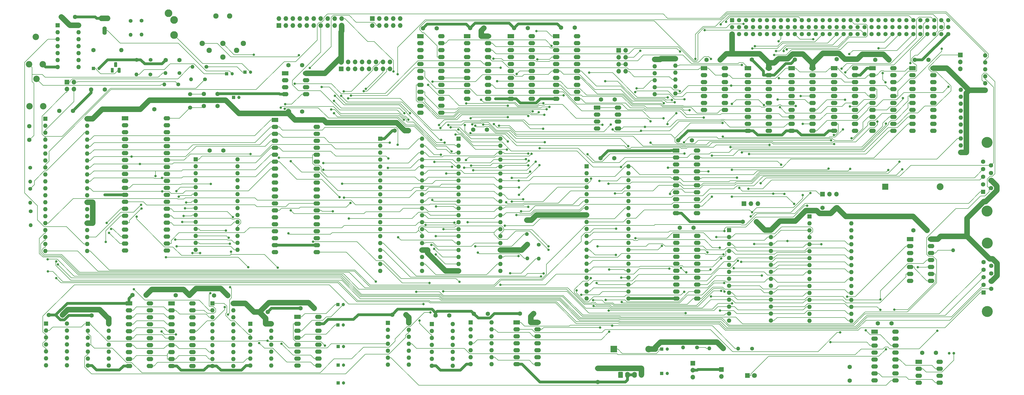
<source format=gtl>
G04 #@! TF.GenerationSoftware,KiCad,Pcbnew,(5.1.5)-3*
G04 #@! TF.CreationDate,2021-01-05T18:48:48-06:00*
G04 #@! TF.ProjectId,SBC,5342432e-6b69-4636-9164-5f7063625858,rev?*
G04 #@! TF.SameCoordinates,Original*
G04 #@! TF.FileFunction,Copper,L1,Top*
G04 #@! TF.FilePolarity,Positive*
%FSLAX46Y46*%
G04 Gerber Fmt 4.6, Leading zero omitted, Abs format (unit mm)*
G04 Created by KiCad (PCBNEW (5.1.5)-3) date 2021-01-05 18:48:48*
%MOMM*%
%LPD*%
G04 APERTURE LIST*
%ADD10O,1.700000X1.700000*%
%ADD11R,1.700000X1.700000*%
%ADD12C,2.500000*%
%ADD13R,2.170000X2.170000*%
%ADD14C,2.800000*%
%ADD15O,4.200000X2.100000*%
%ADD16O,1.550000X3.100000*%
%ADD17O,2.400000X1.600000*%
%ADD18R,2.400000X1.600000*%
%ADD19C,1.550000*%
%ADD20C,0.150000*%
%ADD21R,1.100000X1.800000*%
%ADD22C,1.600000*%
%ADD23C,1.500000*%
%ADD24C,1.000000*%
%ADD25O,1.600000X1.600000*%
%ADD26R,1.600000X1.600000*%
%ADD27C,2.340000*%
%ADD28O,1.400000X1.400000*%
%ADD29C,1.400000*%
%ADD30O,1.740000X2.200000*%
%ADD31C,1.950000*%
%ADD32C,4.000000*%
%ADD33C,1.800000*%
%ADD34R,1.800000X1.800000*%
%ADD35O,2.400000X2.400000*%
%ADD36R,2.400000X2.400000*%
%ADD37C,1.200000*%
%ADD38R,1.200000X1.200000*%
%ADD39C,0.889000*%
%ADD40C,1.000000*%
%ADD41C,2.000000*%
%ADD42C,0.203200*%
G04 APERTURE END LIST*
D10*
X145760000Y-74560000D03*
X145760000Y-77100000D03*
X143220000Y-74560000D03*
X143220000Y-77100000D03*
X140680000Y-74560000D03*
X140680000Y-77100000D03*
X138140000Y-74560000D03*
X138140000Y-77100000D03*
X135600000Y-74560000D03*
X135600000Y-77100000D03*
X133060000Y-74560000D03*
X133060000Y-77100000D03*
X130520000Y-74560000D03*
X130520000Y-77100000D03*
X127980000Y-74560000D03*
X127980000Y-77100000D03*
X125440000Y-74560000D03*
X125440000Y-77100000D03*
X122900000Y-74560000D03*
D11*
X122900000Y-77100000D03*
D10*
X163380000Y-90360000D03*
X163380000Y-92900000D03*
X160840000Y-90360000D03*
X160840000Y-92900000D03*
X158300000Y-90360000D03*
X158300000Y-92900000D03*
X155760000Y-90360000D03*
X155760000Y-92900000D03*
X153220000Y-90360000D03*
X153220000Y-92900000D03*
X150680000Y-90360000D03*
X150680000Y-92900000D03*
X148140000Y-90360000D03*
X148140000Y-92900000D03*
X145600000Y-90360000D03*
D11*
X145600000Y-92900000D03*
D12*
X363800000Y-135900000D03*
D13*
X343800000Y-135900000D03*
D14*
X84700000Y-80500000D03*
X84700000Y-75000000D03*
X82700000Y-72600000D03*
D15*
X59400000Y-74400000D03*
D16*
X59400000Y-78900000D03*
D17*
X285420000Y-92600000D03*
X277800000Y-107840000D03*
X285420000Y-95140000D03*
X277800000Y-105300000D03*
X285420000Y-97680000D03*
X277800000Y-102760000D03*
X285420000Y-100220000D03*
X277800000Y-100220000D03*
X285420000Y-102760000D03*
X277800000Y-97680000D03*
X285420000Y-105300000D03*
X277800000Y-95140000D03*
X285420000Y-107840000D03*
D18*
X277800000Y-92600000D03*
D19*
X366740000Y-80180000D03*
X364200000Y-80180000D03*
X361660000Y-80180000D03*
X359120000Y-80180000D03*
X356580000Y-80180000D03*
X354040000Y-80180000D03*
X351500000Y-80180000D03*
X348960000Y-80180000D03*
X346420000Y-80180000D03*
X343880000Y-80180000D03*
X341340000Y-80180000D03*
X338800000Y-80180000D03*
X336260000Y-80180000D03*
X333720000Y-80180000D03*
X331180000Y-80180000D03*
X328640000Y-80180000D03*
X326100000Y-80180000D03*
X323560000Y-80180000D03*
X321020000Y-80180000D03*
X318480000Y-80180000D03*
X315940000Y-80180000D03*
X313400000Y-80180000D03*
X310860000Y-80180000D03*
X308320000Y-80180000D03*
X305780000Y-80180000D03*
X303240000Y-80180000D03*
X300700000Y-80180000D03*
X298160000Y-80180000D03*
X295620000Y-80180000D03*
X293080000Y-80180000D03*
X290540000Y-80180000D03*
X288000000Y-80180000D03*
X366740000Y-77640000D03*
X364200000Y-77640000D03*
X361660000Y-77640000D03*
X359120000Y-77640000D03*
X356580000Y-77640000D03*
X354040000Y-77640000D03*
X351500000Y-77640000D03*
X348960000Y-77640000D03*
X346420000Y-77640000D03*
X343880000Y-77640000D03*
X341340000Y-77640000D03*
X338800000Y-77640000D03*
X336260000Y-77640000D03*
X333720000Y-77640000D03*
X331180000Y-77640000D03*
X328640000Y-77640000D03*
X326100000Y-77640000D03*
X323560000Y-77640000D03*
X321020000Y-77640000D03*
X318480000Y-77640000D03*
X315940000Y-77640000D03*
X313400000Y-77640000D03*
X310860000Y-77640000D03*
X308320000Y-77640000D03*
X305780000Y-77640000D03*
X303240000Y-77640000D03*
X300700000Y-77640000D03*
X298160000Y-77640000D03*
X295620000Y-77640000D03*
X293080000Y-77640000D03*
X290540000Y-77640000D03*
X288000000Y-77640000D03*
X366740000Y-75100000D03*
X364200000Y-75100000D03*
X361660000Y-75100000D03*
X359120000Y-75100000D03*
X356580000Y-75100000D03*
X354040000Y-75100000D03*
X351500000Y-75100000D03*
X348960000Y-75100000D03*
X346420000Y-75100000D03*
X343880000Y-75100000D03*
X341340000Y-75100000D03*
X338800000Y-75100000D03*
X336260000Y-75100000D03*
X333720000Y-75100000D03*
X331180000Y-75100000D03*
X328640000Y-75100000D03*
X326100000Y-75100000D03*
X323560000Y-75100000D03*
X321020000Y-75100000D03*
X318480000Y-75100000D03*
X315940000Y-75100000D03*
X313400000Y-75100000D03*
X310860000Y-75100000D03*
X308320000Y-75100000D03*
X305780000Y-75100000D03*
X303240000Y-75100000D03*
X300700000Y-75100000D03*
X298160000Y-75100000D03*
X295620000Y-75100000D03*
X293080000Y-75100000D03*
X290540000Y-75100000D03*
G04 #@! TA.AperFunction,ComponentPad*
D20*
G36*
X288549910Y-74326202D02*
G01*
X288574135Y-74329795D01*
X288597891Y-74335746D01*
X288620949Y-74343996D01*
X288643087Y-74354467D01*
X288664093Y-74367057D01*
X288683763Y-74381645D01*
X288701908Y-74398092D01*
X288718355Y-74416237D01*
X288732943Y-74435907D01*
X288745533Y-74456913D01*
X288756004Y-74479051D01*
X288764254Y-74502109D01*
X288770205Y-74525865D01*
X288773798Y-74550090D01*
X288775000Y-74574550D01*
X288775000Y-75625450D01*
X288773798Y-75649910D01*
X288770205Y-75674135D01*
X288764254Y-75697891D01*
X288756004Y-75720949D01*
X288745533Y-75743087D01*
X288732943Y-75764093D01*
X288718355Y-75783763D01*
X288701908Y-75801908D01*
X288683763Y-75818355D01*
X288664093Y-75832943D01*
X288643087Y-75845533D01*
X288620949Y-75856004D01*
X288597891Y-75864254D01*
X288574135Y-75870205D01*
X288549910Y-75873798D01*
X288525450Y-75875000D01*
X287474550Y-75875000D01*
X287450090Y-75873798D01*
X287425865Y-75870205D01*
X287402109Y-75864254D01*
X287379051Y-75856004D01*
X287356913Y-75845533D01*
X287335907Y-75832943D01*
X287316237Y-75818355D01*
X287298092Y-75801908D01*
X287281645Y-75783763D01*
X287267057Y-75764093D01*
X287254467Y-75743087D01*
X287243996Y-75720949D01*
X287235746Y-75697891D01*
X287229795Y-75674135D01*
X287226202Y-75649910D01*
X287225000Y-75625450D01*
X287225000Y-74574550D01*
X287226202Y-74550090D01*
X287229795Y-74525865D01*
X287235746Y-74502109D01*
X287243996Y-74479051D01*
X287254467Y-74456913D01*
X287267057Y-74435907D01*
X287281645Y-74416237D01*
X287298092Y-74398092D01*
X287316237Y-74381645D01*
X287335907Y-74367057D01*
X287356913Y-74354467D01*
X287379051Y-74343996D01*
X287402109Y-74335746D01*
X287425865Y-74329795D01*
X287450090Y-74326202D01*
X287474550Y-74325000D01*
X288525450Y-74325000D01*
X288549910Y-74326202D01*
G37*
G04 #@! TD.AperFunction*
D21*
X62200000Y-93400000D03*
G04 #@! TA.AperFunction,ComponentPad*
D20*
G36*
X65041955Y-92501324D02*
G01*
X65068650Y-92505284D01*
X65094828Y-92511841D01*
X65120238Y-92520933D01*
X65144634Y-92532472D01*
X65167782Y-92546346D01*
X65189458Y-92562422D01*
X65209454Y-92580546D01*
X65227578Y-92600542D01*
X65243654Y-92622218D01*
X65257528Y-92645366D01*
X65269067Y-92669762D01*
X65278159Y-92695172D01*
X65284716Y-92721350D01*
X65288676Y-92748045D01*
X65290000Y-92775000D01*
X65290000Y-94025000D01*
X65288676Y-94051955D01*
X65284716Y-94078650D01*
X65278159Y-94104828D01*
X65269067Y-94130238D01*
X65257528Y-94154634D01*
X65243654Y-94177782D01*
X65227578Y-94199458D01*
X65209454Y-94219454D01*
X65189458Y-94237578D01*
X65167782Y-94253654D01*
X65144634Y-94267528D01*
X65120238Y-94279067D01*
X65094828Y-94288159D01*
X65068650Y-94294716D01*
X65041955Y-94298676D01*
X65015000Y-94300000D01*
X64465000Y-94300000D01*
X64438045Y-94298676D01*
X64411350Y-94294716D01*
X64385172Y-94288159D01*
X64359762Y-94279067D01*
X64335366Y-94267528D01*
X64312218Y-94253654D01*
X64290542Y-94237578D01*
X64270546Y-94219454D01*
X64252422Y-94199458D01*
X64236346Y-94177782D01*
X64222472Y-94154634D01*
X64210933Y-94130238D01*
X64201841Y-94104828D01*
X64195284Y-94078650D01*
X64191324Y-94051955D01*
X64190000Y-94025000D01*
X64190000Y-92775000D01*
X64191324Y-92748045D01*
X64195284Y-92721350D01*
X64201841Y-92695172D01*
X64210933Y-92669762D01*
X64222472Y-92645366D01*
X64236346Y-92622218D01*
X64252422Y-92600542D01*
X64270546Y-92580546D01*
X64290542Y-92562422D01*
X64312218Y-92546346D01*
X64335366Y-92532472D01*
X64359762Y-92520933D01*
X64385172Y-92511841D01*
X64411350Y-92505284D01*
X64438045Y-92501324D01*
X64465000Y-92500000D01*
X65015000Y-92500000D01*
X65041955Y-92501324D01*
G37*
G04 #@! TD.AperFunction*
G04 #@! TA.AperFunction,ComponentPad*
G36*
X63771955Y-90431324D02*
G01*
X63798650Y-90435284D01*
X63824828Y-90441841D01*
X63850238Y-90450933D01*
X63874634Y-90462472D01*
X63897782Y-90476346D01*
X63919458Y-90492422D01*
X63939454Y-90510546D01*
X63957578Y-90530542D01*
X63973654Y-90552218D01*
X63987528Y-90575366D01*
X63999067Y-90599762D01*
X64008159Y-90625172D01*
X64014716Y-90651350D01*
X64018676Y-90678045D01*
X64020000Y-90705000D01*
X64020000Y-91955000D01*
X64018676Y-91981955D01*
X64014716Y-92008650D01*
X64008159Y-92034828D01*
X63999067Y-92060238D01*
X63987528Y-92084634D01*
X63973654Y-92107782D01*
X63957578Y-92129458D01*
X63939454Y-92149454D01*
X63919458Y-92167578D01*
X63897782Y-92183654D01*
X63874634Y-92197528D01*
X63850238Y-92209067D01*
X63824828Y-92218159D01*
X63798650Y-92224716D01*
X63771955Y-92228676D01*
X63745000Y-92230000D01*
X63195000Y-92230000D01*
X63168045Y-92228676D01*
X63141350Y-92224716D01*
X63115172Y-92218159D01*
X63089762Y-92209067D01*
X63065366Y-92197528D01*
X63042218Y-92183654D01*
X63020542Y-92167578D01*
X63000546Y-92149454D01*
X62982422Y-92129458D01*
X62966346Y-92107782D01*
X62952472Y-92084634D01*
X62940933Y-92060238D01*
X62931841Y-92034828D01*
X62925284Y-92008650D01*
X62921324Y-91981955D01*
X62920000Y-91955000D01*
X62920000Y-90705000D01*
X62921324Y-90678045D01*
X62925284Y-90651350D01*
X62931841Y-90625172D01*
X62940933Y-90599762D01*
X62952472Y-90575366D01*
X62966346Y-90552218D01*
X62982422Y-90530542D01*
X63000546Y-90510546D01*
X63020542Y-90492422D01*
X63042218Y-90476346D01*
X63065366Y-90462472D01*
X63089762Y-90450933D01*
X63115172Y-90441841D01*
X63141350Y-90435284D01*
X63168045Y-90431324D01*
X63195000Y-90430000D01*
X63745000Y-90430000D01*
X63771955Y-90431324D01*
G37*
G04 #@! TD.AperFunction*
D22*
X340200000Y-89600000D03*
X345200000Y-89600000D03*
X326100000Y-89300000D03*
X331100000Y-89300000D03*
X357300000Y-196500000D03*
X362300000Y-196500000D03*
X354600000Y-89600000D03*
X359600000Y-89600000D03*
X341100000Y-185800000D03*
X346100000Y-185800000D03*
D23*
X90600000Y-102100000D03*
X90600000Y-107000000D03*
D22*
X131400000Y-108500000D03*
X126400000Y-108500000D03*
X47900000Y-108200000D03*
X42900000Y-108200000D03*
X85300000Y-175500000D03*
X90300000Y-175500000D03*
X48700000Y-73900000D03*
X43700000Y-73900000D03*
X131400000Y-91500000D03*
X126400000Y-91500000D03*
X77500000Y-107600000D03*
X72500000Y-107600000D03*
X130800000Y-180300000D03*
X135800000Y-180300000D03*
X102700000Y-122700000D03*
X97700000Y-122700000D03*
X165100000Y-115400000D03*
X170100000Y-115400000D03*
D24*
X368800000Y-196700000D03*
X367100000Y-196700000D03*
D25*
X186220000Y-186000000D03*
X178600000Y-201240000D03*
X186220000Y-188540000D03*
X178600000Y-198700000D03*
X186220000Y-191080000D03*
X178600000Y-196160000D03*
X186220000Y-193620000D03*
X178600000Y-193620000D03*
X186220000Y-196160000D03*
X178600000Y-191080000D03*
X186220000Y-198700000D03*
X178600000Y-188540000D03*
X186220000Y-201240000D03*
D26*
X178600000Y-186000000D03*
D25*
X175040000Y-118400000D03*
X159800000Y-166660000D03*
X175040000Y-120940000D03*
X159800000Y-164120000D03*
X175040000Y-123480000D03*
X159800000Y-161580000D03*
X175040000Y-126020000D03*
X159800000Y-159040000D03*
X175040000Y-128560000D03*
X159800000Y-156500000D03*
X175040000Y-131100000D03*
X159800000Y-153960000D03*
X175040000Y-133640000D03*
X159800000Y-151420000D03*
X175040000Y-136180000D03*
X159800000Y-148880000D03*
X175040000Y-138720000D03*
X159800000Y-146340000D03*
X175040000Y-141260000D03*
X159800000Y-143800000D03*
X175040000Y-143800000D03*
X159800000Y-141260000D03*
X175040000Y-146340000D03*
X159800000Y-138720000D03*
X175040000Y-148880000D03*
X159800000Y-136180000D03*
X175040000Y-151420000D03*
X159800000Y-133640000D03*
X175040000Y-153960000D03*
X159800000Y-131100000D03*
X175040000Y-156500000D03*
X159800000Y-128560000D03*
X175040000Y-159040000D03*
X159800000Y-126020000D03*
X175040000Y-161580000D03*
X159800000Y-123480000D03*
X175040000Y-164120000D03*
X159800000Y-120940000D03*
X175040000Y-166660000D03*
D26*
X159800000Y-118400000D03*
D25*
X203640000Y-118400000D03*
X188400000Y-166660000D03*
X203640000Y-120940000D03*
X188400000Y-164120000D03*
X203640000Y-123480000D03*
X188400000Y-161580000D03*
X203640000Y-126020000D03*
X188400000Y-159040000D03*
X203640000Y-128560000D03*
X188400000Y-156500000D03*
X203640000Y-131100000D03*
X188400000Y-153960000D03*
X203640000Y-133640000D03*
X188400000Y-151420000D03*
X203640000Y-136180000D03*
X188400000Y-148880000D03*
X203640000Y-138720000D03*
X188400000Y-146340000D03*
X203640000Y-141260000D03*
X188400000Y-143800000D03*
X203640000Y-143800000D03*
X188400000Y-141260000D03*
X203640000Y-146340000D03*
X188400000Y-138720000D03*
X203640000Y-148880000D03*
X188400000Y-136180000D03*
X203640000Y-151420000D03*
X188400000Y-133640000D03*
X203640000Y-153960000D03*
X188400000Y-131100000D03*
X203640000Y-156500000D03*
X188400000Y-128560000D03*
X203640000Y-159040000D03*
X188400000Y-126020000D03*
X203640000Y-161580000D03*
X188400000Y-123480000D03*
X203640000Y-164120000D03*
X188400000Y-120940000D03*
X203640000Y-166660000D03*
D26*
X188400000Y-118400000D03*
D25*
X53040000Y-111100000D03*
X37800000Y-159360000D03*
X53040000Y-113640000D03*
X37800000Y-156820000D03*
X53040000Y-116180000D03*
X37800000Y-154280000D03*
X53040000Y-118720000D03*
X37800000Y-151740000D03*
X53040000Y-121260000D03*
X37800000Y-149200000D03*
X53040000Y-123800000D03*
X37800000Y-146660000D03*
X53040000Y-126340000D03*
X37800000Y-144120000D03*
X53040000Y-128880000D03*
X37800000Y-141580000D03*
X53040000Y-131420000D03*
X37800000Y-139040000D03*
X53040000Y-133960000D03*
X37800000Y-136500000D03*
X53040000Y-136500000D03*
X37800000Y-133960000D03*
X53040000Y-139040000D03*
X37800000Y-131420000D03*
X53040000Y-141580000D03*
X37800000Y-128880000D03*
X53040000Y-144120000D03*
X37800000Y-126340000D03*
X53040000Y-146660000D03*
X37800000Y-123800000D03*
X53040000Y-149200000D03*
X37800000Y-121260000D03*
X53040000Y-151740000D03*
X37800000Y-118720000D03*
X53040000Y-154280000D03*
X37800000Y-116180000D03*
X53040000Y-156820000D03*
X37800000Y-113640000D03*
X53040000Y-159360000D03*
D26*
X37800000Y-111100000D03*
D25*
X45720000Y-185850000D03*
X38100000Y-201090000D03*
X45720000Y-188390000D03*
X38100000Y-198550000D03*
X45720000Y-190930000D03*
X38100000Y-196010000D03*
X45720000Y-193470000D03*
X38100000Y-193470000D03*
X45720000Y-196010000D03*
X38100000Y-190930000D03*
X45720000Y-198550000D03*
X38100000Y-188390000D03*
X45720000Y-201090000D03*
D26*
X38100000Y-185850000D03*
D25*
X49920000Y-77000000D03*
X42300000Y-92240000D03*
X49920000Y-79540000D03*
X42300000Y-89700000D03*
X49920000Y-82080000D03*
X42300000Y-87160000D03*
X49920000Y-84620000D03*
X42300000Y-84620000D03*
X49920000Y-87160000D03*
X42300000Y-82080000D03*
X49920000Y-89700000D03*
X42300000Y-79540000D03*
X49920000Y-92240000D03*
D26*
X42300000Y-77000000D03*
D25*
X60920000Y-185950000D03*
X53300000Y-201190000D03*
X60920000Y-188490000D03*
X53300000Y-198650000D03*
X60920000Y-191030000D03*
X53300000Y-196110000D03*
X60920000Y-193570000D03*
X53300000Y-193570000D03*
X60920000Y-196110000D03*
X53300000Y-191030000D03*
X60920000Y-198650000D03*
X53300000Y-188490000D03*
X60920000Y-201190000D03*
D26*
X53300000Y-185950000D03*
D25*
X107840000Y-125900000D03*
X92600000Y-158920000D03*
X107840000Y-128440000D03*
X92600000Y-156380000D03*
X107840000Y-130980000D03*
X92600000Y-153840000D03*
X107840000Y-133520000D03*
X92600000Y-151300000D03*
X107840000Y-136060000D03*
X92600000Y-148760000D03*
X107840000Y-138600000D03*
X92600000Y-146220000D03*
X107840000Y-141140000D03*
X92600000Y-143680000D03*
X107840000Y-143680000D03*
X92600000Y-141140000D03*
X107840000Y-146220000D03*
X92600000Y-138600000D03*
X107840000Y-148760000D03*
X92600000Y-136060000D03*
X107840000Y-151300000D03*
X92600000Y-133520000D03*
X107840000Y-153840000D03*
X92600000Y-130980000D03*
X107840000Y-156380000D03*
X92600000Y-128440000D03*
X107840000Y-158920000D03*
D26*
X92600000Y-125900000D03*
D25*
X120120000Y-185950000D03*
X112500000Y-201190000D03*
X120120000Y-188490000D03*
X112500000Y-198650000D03*
X120120000Y-191030000D03*
X112500000Y-196110000D03*
X120120000Y-193570000D03*
X112500000Y-193570000D03*
X120120000Y-196110000D03*
X112500000Y-191030000D03*
X120120000Y-198650000D03*
X112500000Y-188490000D03*
X120120000Y-201190000D03*
D26*
X112500000Y-185950000D03*
D25*
X106320000Y-178450000D03*
X98700000Y-201310000D03*
X106320000Y-180990000D03*
X98700000Y-198770000D03*
X106320000Y-183530000D03*
X98700000Y-196230000D03*
X106320000Y-186070000D03*
X98700000Y-193690000D03*
X106320000Y-188610000D03*
X98700000Y-191150000D03*
X106320000Y-191150000D03*
X98700000Y-188610000D03*
X106320000Y-193690000D03*
X98700000Y-186070000D03*
X106320000Y-196230000D03*
X98700000Y-183530000D03*
X106320000Y-198770000D03*
X98700000Y-180990000D03*
X106320000Y-201310000D03*
D26*
X98700000Y-178450000D03*
D17*
X91420000Y-178450000D03*
X83800000Y-201310000D03*
X91420000Y-180990000D03*
X83800000Y-198770000D03*
X91420000Y-183530000D03*
X83800000Y-196230000D03*
X91420000Y-186070000D03*
X83800000Y-193690000D03*
X91420000Y-188610000D03*
X83800000Y-191150000D03*
X91420000Y-191150000D03*
X83800000Y-188610000D03*
X91420000Y-193690000D03*
X83800000Y-186070000D03*
X91420000Y-196230000D03*
X83800000Y-183530000D03*
X91420000Y-198770000D03*
X83800000Y-180990000D03*
X91420000Y-201310000D03*
D18*
X83800000Y-178450000D03*
D17*
X75920000Y-178450000D03*
X68300000Y-201310000D03*
X75920000Y-180990000D03*
X68300000Y-198770000D03*
X75920000Y-183530000D03*
X68300000Y-196230000D03*
X75920000Y-186070000D03*
X68300000Y-193690000D03*
X75920000Y-188610000D03*
X68300000Y-191150000D03*
X75920000Y-191150000D03*
X68300000Y-188610000D03*
X75920000Y-193690000D03*
X68300000Y-186070000D03*
X75920000Y-196230000D03*
X68300000Y-183530000D03*
X75920000Y-198770000D03*
X68300000Y-180990000D03*
X75920000Y-201310000D03*
D18*
X68300000Y-178450000D03*
D17*
X82140000Y-110950000D03*
X66900000Y-159210000D03*
X82140000Y-113490000D03*
X66900000Y-156670000D03*
X82140000Y-116030000D03*
X66900000Y-154130000D03*
X82140000Y-118570000D03*
X66900000Y-151590000D03*
X82140000Y-121110000D03*
X66900000Y-149050000D03*
X82140000Y-123650000D03*
X66900000Y-146510000D03*
X82140000Y-126190000D03*
X66900000Y-143970000D03*
X82140000Y-128730000D03*
X66900000Y-141430000D03*
X82140000Y-131270000D03*
X66900000Y-138890000D03*
X82140000Y-133810000D03*
X66900000Y-136350000D03*
X82140000Y-136350000D03*
X66900000Y-133810000D03*
X82140000Y-138890000D03*
X66900000Y-131270000D03*
X82140000Y-141430000D03*
X66900000Y-128730000D03*
X82140000Y-143970000D03*
X66900000Y-126190000D03*
X82140000Y-146510000D03*
X66900000Y-123650000D03*
X82140000Y-149050000D03*
X66900000Y-121110000D03*
X82140000Y-151590000D03*
X66900000Y-118570000D03*
X82140000Y-154130000D03*
X66900000Y-116030000D03*
X82140000Y-156670000D03*
X66900000Y-113490000D03*
X82140000Y-159210000D03*
D18*
X66900000Y-110950000D03*
D17*
X301420000Y-92600000D03*
X293800000Y-115460000D03*
X301420000Y-95140000D03*
X293800000Y-112920000D03*
X301420000Y-97680000D03*
X293800000Y-110380000D03*
X301420000Y-100220000D03*
X293800000Y-107840000D03*
X301420000Y-102760000D03*
X293800000Y-105300000D03*
X301420000Y-105300000D03*
X293800000Y-102760000D03*
X301420000Y-107840000D03*
X293800000Y-100220000D03*
X301420000Y-110380000D03*
X293800000Y-97680000D03*
X301420000Y-112920000D03*
X293800000Y-95140000D03*
X301420000Y-115460000D03*
D18*
X293800000Y-92600000D03*
D17*
X317320000Y-92600000D03*
X309700000Y-115460000D03*
X317320000Y-95140000D03*
X309700000Y-112920000D03*
X317320000Y-97680000D03*
X309700000Y-110380000D03*
X317320000Y-100220000D03*
X309700000Y-107840000D03*
X317320000Y-102760000D03*
X309700000Y-105300000D03*
X317320000Y-105300000D03*
X309700000Y-102760000D03*
X317320000Y-107840000D03*
X309700000Y-100220000D03*
X317320000Y-110380000D03*
X309700000Y-97680000D03*
X317320000Y-112920000D03*
X309700000Y-95140000D03*
X317320000Y-115460000D03*
D18*
X309700000Y-92600000D03*
D17*
X332820000Y-92600000D03*
X325200000Y-115460000D03*
X332820000Y-95140000D03*
X325200000Y-112920000D03*
X332820000Y-97680000D03*
X325200000Y-110380000D03*
X332820000Y-100220000D03*
X325200000Y-107840000D03*
X332820000Y-102760000D03*
X325200000Y-105300000D03*
X332820000Y-105300000D03*
X325200000Y-102760000D03*
X332820000Y-107840000D03*
X325200000Y-100220000D03*
X332820000Y-110380000D03*
X325200000Y-97680000D03*
X332820000Y-112920000D03*
X325200000Y-95140000D03*
X332820000Y-115460000D03*
D18*
X325200000Y-92600000D03*
D17*
X346820000Y-92600000D03*
X339200000Y-115460000D03*
X346820000Y-95140000D03*
X339200000Y-112920000D03*
X346820000Y-97680000D03*
X339200000Y-110380000D03*
X346820000Y-100220000D03*
X339200000Y-107840000D03*
X346820000Y-102760000D03*
X339200000Y-105300000D03*
X346820000Y-105300000D03*
X339200000Y-102760000D03*
X346820000Y-107840000D03*
X339200000Y-100220000D03*
X346820000Y-110380000D03*
X339200000Y-97680000D03*
X346820000Y-112920000D03*
X339200000Y-95140000D03*
X346820000Y-115460000D03*
D18*
X339200000Y-92600000D03*
D17*
X361320000Y-92600000D03*
X353700000Y-115460000D03*
X361320000Y-95140000D03*
X353700000Y-112920000D03*
X361320000Y-97680000D03*
X353700000Y-110380000D03*
X361320000Y-100220000D03*
X353700000Y-107840000D03*
X361320000Y-102760000D03*
X353700000Y-105300000D03*
X361320000Y-105300000D03*
X353700000Y-102760000D03*
X361320000Y-107840000D03*
X353700000Y-100220000D03*
X361320000Y-110380000D03*
X353700000Y-97680000D03*
X361320000Y-112920000D03*
X353700000Y-95140000D03*
X361320000Y-115460000D03*
D18*
X353700000Y-92600000D03*
D17*
X199120000Y-80960000D03*
X191500000Y-103820000D03*
X199120000Y-83500000D03*
X191500000Y-101280000D03*
X199120000Y-86040000D03*
X191500000Y-98740000D03*
X199120000Y-88580000D03*
X191500000Y-96200000D03*
X199120000Y-91120000D03*
X191500000Y-93660000D03*
X199120000Y-93660000D03*
X191500000Y-91120000D03*
X199120000Y-96200000D03*
X191500000Y-88580000D03*
X199120000Y-98740000D03*
X191500000Y-86040000D03*
X199120000Y-101280000D03*
X191500000Y-83500000D03*
X199120000Y-103820000D03*
D18*
X191500000Y-80960000D03*
D17*
X182120000Y-80960000D03*
X174500000Y-108900000D03*
X182120000Y-83500000D03*
X174500000Y-106360000D03*
X182120000Y-86040000D03*
X174500000Y-103820000D03*
X182120000Y-88580000D03*
X174500000Y-101280000D03*
X182120000Y-91120000D03*
X174500000Y-98740000D03*
X182120000Y-93660000D03*
X174500000Y-96200000D03*
X182120000Y-96200000D03*
X174500000Y-93660000D03*
X182120000Y-98740000D03*
X174500000Y-91120000D03*
X182120000Y-101280000D03*
X174500000Y-88580000D03*
X182120000Y-103820000D03*
X174500000Y-86040000D03*
X182120000Y-106360000D03*
X174500000Y-83500000D03*
X182120000Y-108900000D03*
D18*
X174500000Y-80960000D03*
D17*
X215020000Y-80960000D03*
X207400000Y-103820000D03*
X215020000Y-83500000D03*
X207400000Y-101280000D03*
X215020000Y-86040000D03*
X207400000Y-98740000D03*
X215020000Y-88580000D03*
X207400000Y-96200000D03*
X215020000Y-91120000D03*
X207400000Y-93660000D03*
X215020000Y-93660000D03*
X207400000Y-91120000D03*
X215020000Y-96200000D03*
X207400000Y-88580000D03*
X215020000Y-98740000D03*
X207400000Y-86040000D03*
X215020000Y-101280000D03*
X207400000Y-83500000D03*
X215020000Y-103820000D03*
D18*
X207400000Y-80960000D03*
D17*
X231520000Y-80960000D03*
X223900000Y-103820000D03*
X231520000Y-83500000D03*
X223900000Y-101280000D03*
X231520000Y-86040000D03*
X223900000Y-98740000D03*
X231520000Y-88580000D03*
X223900000Y-96200000D03*
X231520000Y-91120000D03*
X223900000Y-93660000D03*
X231520000Y-93660000D03*
X223900000Y-91120000D03*
X231520000Y-96200000D03*
X223900000Y-88580000D03*
X231520000Y-98740000D03*
X223900000Y-86040000D03*
X231520000Y-101280000D03*
X223900000Y-83500000D03*
X231520000Y-103820000D03*
D18*
X223900000Y-80960000D03*
D17*
X137320000Y-183400000D03*
X129700000Y-201180000D03*
X137320000Y-185940000D03*
X129700000Y-198640000D03*
X137320000Y-188480000D03*
X129700000Y-196100000D03*
X137320000Y-191020000D03*
X129700000Y-193560000D03*
X137320000Y-193560000D03*
X129700000Y-191020000D03*
X137320000Y-196100000D03*
X129700000Y-188480000D03*
X137320000Y-198640000D03*
X129700000Y-185940000D03*
X137320000Y-201180000D03*
D18*
X129700000Y-183400000D03*
D17*
X363620000Y-199800000D03*
X356000000Y-207420000D03*
X363620000Y-202340000D03*
X356000000Y-204880000D03*
X363620000Y-204880000D03*
X356000000Y-202340000D03*
X363620000Y-207420000D03*
D18*
X356000000Y-199800000D03*
D17*
X347520000Y-188800000D03*
X339900000Y-206580000D03*
X347520000Y-191340000D03*
X339900000Y-204040000D03*
X347520000Y-193880000D03*
X339900000Y-201500000D03*
X347520000Y-196420000D03*
X339900000Y-198960000D03*
X347520000Y-198960000D03*
X339900000Y-196420000D03*
X347520000Y-201500000D03*
X339900000Y-193880000D03*
X347520000Y-204040000D03*
X339900000Y-191340000D03*
X347520000Y-206580000D03*
D18*
X339900000Y-188800000D03*
D17*
X136740000Y-111500000D03*
X121500000Y-159760000D03*
X136740000Y-114040000D03*
X121500000Y-157220000D03*
X136740000Y-116580000D03*
X121500000Y-154680000D03*
X136740000Y-119120000D03*
X121500000Y-152140000D03*
X136740000Y-121660000D03*
X121500000Y-149600000D03*
X136740000Y-124200000D03*
X121500000Y-147060000D03*
X136740000Y-126740000D03*
X121500000Y-144520000D03*
X136740000Y-129280000D03*
X121500000Y-141980000D03*
X136740000Y-131820000D03*
X121500000Y-139440000D03*
X136740000Y-134360000D03*
X121500000Y-136900000D03*
X136740000Y-136900000D03*
X121500000Y-134360000D03*
X136740000Y-139440000D03*
X121500000Y-131820000D03*
X136740000Y-141980000D03*
X121500000Y-129280000D03*
X136740000Y-144520000D03*
X121500000Y-126740000D03*
X136740000Y-147060000D03*
X121500000Y-124200000D03*
X136740000Y-149600000D03*
X121500000Y-121660000D03*
X136740000Y-152140000D03*
X121500000Y-119120000D03*
X136740000Y-154680000D03*
X121500000Y-116580000D03*
X136740000Y-157220000D03*
X121500000Y-114040000D03*
X136740000Y-159760000D03*
D18*
X121500000Y-111500000D03*
D17*
X275320000Y-153850000D03*
X267700000Y-176710000D03*
X275320000Y-156390000D03*
X267700000Y-174170000D03*
X275320000Y-158930000D03*
X267700000Y-171630000D03*
X275320000Y-161470000D03*
X267700000Y-169090000D03*
X275320000Y-164010000D03*
X267700000Y-166550000D03*
X275320000Y-166550000D03*
X267700000Y-164010000D03*
X275320000Y-169090000D03*
X267700000Y-161470000D03*
X275320000Y-171630000D03*
X267700000Y-158930000D03*
X275320000Y-174170000D03*
X267700000Y-156390000D03*
X275320000Y-176710000D03*
D18*
X267700000Y-153850000D03*
D17*
X275220000Y-122700000D03*
X267600000Y-145560000D03*
X275220000Y-125240000D03*
X267600000Y-143020000D03*
X275220000Y-127780000D03*
X267600000Y-140480000D03*
X275220000Y-130320000D03*
X267600000Y-137940000D03*
X275220000Y-132860000D03*
X267600000Y-135400000D03*
X275220000Y-135400000D03*
X267600000Y-132860000D03*
X275220000Y-137940000D03*
X267600000Y-130320000D03*
X275220000Y-140480000D03*
X267600000Y-127780000D03*
X275220000Y-143020000D03*
X267600000Y-125240000D03*
X275220000Y-145560000D03*
D18*
X267600000Y-122700000D03*
D17*
X217120000Y-185400000D03*
X209500000Y-200640000D03*
X217120000Y-187940000D03*
X209500000Y-198100000D03*
X217120000Y-190480000D03*
X209500000Y-195560000D03*
X217120000Y-193020000D03*
X209500000Y-193020000D03*
X217120000Y-195560000D03*
X209500000Y-190480000D03*
X217120000Y-198100000D03*
X209500000Y-187940000D03*
X217120000Y-200640000D03*
D18*
X209500000Y-185400000D03*
D17*
X360520000Y-155000000D03*
X352900000Y-170240000D03*
X360520000Y-157540000D03*
X352900000Y-167700000D03*
X360520000Y-160080000D03*
X352900000Y-165160000D03*
X360520000Y-162620000D03*
X352900000Y-162620000D03*
X360520000Y-165160000D03*
X352900000Y-160080000D03*
X360520000Y-167700000D03*
X352900000Y-157540000D03*
X360520000Y-170240000D03*
D18*
X352900000Y-155000000D03*
D25*
X302140000Y-151750000D03*
X286900000Y-184770000D03*
X302140000Y-154290000D03*
X286900000Y-182230000D03*
X302140000Y-156830000D03*
X286900000Y-179690000D03*
X302140000Y-159370000D03*
X286900000Y-177150000D03*
X302140000Y-161910000D03*
X286900000Y-174610000D03*
X302140000Y-164450000D03*
X286900000Y-172070000D03*
X302140000Y-166990000D03*
X286900000Y-169530000D03*
X302140000Y-169530000D03*
X286900000Y-166990000D03*
X302140000Y-172070000D03*
X286900000Y-164450000D03*
X302140000Y-174610000D03*
X286900000Y-161910000D03*
X302140000Y-177150000D03*
X286900000Y-159370000D03*
X302140000Y-179690000D03*
X286900000Y-156830000D03*
X302140000Y-182230000D03*
X286900000Y-154290000D03*
X302140000Y-184770000D03*
D26*
X286900000Y-151750000D03*
D25*
X250240000Y-128450000D03*
X235000000Y-176710000D03*
X250240000Y-130990000D03*
X235000000Y-174170000D03*
X250240000Y-133530000D03*
X235000000Y-171630000D03*
X250240000Y-136070000D03*
X235000000Y-169090000D03*
X250240000Y-138610000D03*
X235000000Y-166550000D03*
X250240000Y-141150000D03*
X235000000Y-164010000D03*
X250240000Y-143690000D03*
X235000000Y-161470000D03*
X250240000Y-146230000D03*
X235000000Y-158930000D03*
X250240000Y-148770000D03*
X235000000Y-156390000D03*
X250240000Y-151310000D03*
X235000000Y-153850000D03*
X250240000Y-153850000D03*
X235000000Y-151310000D03*
X250240000Y-156390000D03*
X235000000Y-148770000D03*
X250240000Y-158930000D03*
X235000000Y-146230000D03*
X250240000Y-161470000D03*
X235000000Y-143690000D03*
X250240000Y-164010000D03*
X235000000Y-141150000D03*
X250240000Y-166550000D03*
X235000000Y-138610000D03*
X250240000Y-169090000D03*
X235000000Y-136070000D03*
X250240000Y-171630000D03*
X235000000Y-133530000D03*
X250240000Y-174170000D03*
X235000000Y-130990000D03*
X250240000Y-176710000D03*
D26*
X235000000Y-128450000D03*
D25*
X170220000Y-185600000D03*
X162600000Y-200840000D03*
X170220000Y-188140000D03*
X162600000Y-198300000D03*
X170220000Y-190680000D03*
X162600000Y-195760000D03*
X170220000Y-193220000D03*
X162600000Y-193220000D03*
X170220000Y-195760000D03*
X162600000Y-190680000D03*
X170220000Y-198300000D03*
X162600000Y-188140000D03*
X170220000Y-200840000D03*
D26*
X162600000Y-185600000D03*
D25*
X331440000Y-146700000D03*
X316200000Y-184800000D03*
X331440000Y-149240000D03*
X316200000Y-182260000D03*
X331440000Y-151780000D03*
X316200000Y-179720000D03*
X331440000Y-154320000D03*
X316200000Y-177180000D03*
X331440000Y-156860000D03*
X316200000Y-174640000D03*
X331440000Y-159400000D03*
X316200000Y-172100000D03*
X331440000Y-161940000D03*
X316200000Y-169560000D03*
X331440000Y-164480000D03*
X316200000Y-167020000D03*
X331440000Y-167020000D03*
X316200000Y-164480000D03*
X331440000Y-169560000D03*
X316200000Y-161940000D03*
X331440000Y-172100000D03*
X316200000Y-159400000D03*
X331440000Y-174640000D03*
X316200000Y-156860000D03*
X331440000Y-177180000D03*
X316200000Y-154320000D03*
X331440000Y-179720000D03*
X316200000Y-151780000D03*
X331440000Y-182260000D03*
X316200000Y-149240000D03*
X331440000Y-184800000D03*
D26*
X316200000Y-146700000D03*
D25*
X200420000Y-185400000D03*
X192800000Y-200640000D03*
X200420000Y-187940000D03*
X192800000Y-198100000D03*
X200420000Y-190480000D03*
X192800000Y-195560000D03*
X200420000Y-193020000D03*
X192800000Y-193020000D03*
X200420000Y-195560000D03*
X192800000Y-190480000D03*
X200420000Y-198100000D03*
X192800000Y-187940000D03*
X200420000Y-200640000D03*
D26*
X192800000Y-185400000D03*
D27*
X37100000Y-106500000D03*
X34600000Y-96500000D03*
X32100000Y-106500000D03*
X36900000Y-91200000D03*
X34400000Y-81200000D03*
X31900000Y-91200000D03*
D25*
X371300000Y-100540000D03*
X371300000Y-103080000D03*
X371300000Y-105620000D03*
X371300000Y-108160000D03*
X371300000Y-110700000D03*
X371300000Y-113240000D03*
X371300000Y-115780000D03*
X371300000Y-118320000D03*
X371300000Y-120860000D03*
D26*
X371300000Y-123400000D03*
D25*
X380200000Y-88000000D03*
X380200000Y-90540000D03*
X380200000Y-93080000D03*
X380200000Y-95620000D03*
X380200000Y-98160000D03*
D26*
X380200000Y-100700000D03*
D25*
X267400000Y-101900000D03*
X267400000Y-99360000D03*
X267400000Y-96820000D03*
X267400000Y-94280000D03*
X267400000Y-91740000D03*
D26*
X267400000Y-89200000D03*
D25*
X259800000Y-102100000D03*
X259800000Y-99560000D03*
X259800000Y-97020000D03*
X259800000Y-94480000D03*
X259800000Y-91940000D03*
D26*
X259800000Y-89400000D03*
D28*
X213300000Y-153180000D03*
D29*
X213300000Y-148100000D03*
D28*
X217600000Y-162180000D03*
D29*
X217600000Y-157100000D03*
D28*
X81220000Y-98600000D03*
D29*
X86300000Y-98600000D03*
D28*
X81620000Y-94400000D03*
D29*
X86700000Y-94400000D03*
D28*
X91420000Y-92100000D03*
D29*
X96500000Y-92100000D03*
D28*
X32300000Y-134080000D03*
D29*
X32300000Y-129000000D03*
D28*
X90920000Y-96700000D03*
D29*
X96000000Y-96700000D03*
D28*
X32315000Y-141715000D03*
D29*
X32315000Y-136635000D03*
D28*
X32500000Y-149980000D03*
D29*
X32500000Y-144900000D03*
D28*
X71020000Y-94900000D03*
D29*
X76100000Y-94900000D03*
D28*
X71120000Y-89600000D03*
D29*
X76200000Y-89600000D03*
D28*
X68900000Y-80480000D03*
D29*
X68900000Y-75400000D03*
D28*
X72900000Y-80380000D03*
D29*
X72900000Y-75300000D03*
D28*
X213400000Y-162080000D03*
D29*
X213400000Y-157000000D03*
D28*
X368500000Y-159080000D03*
D29*
X368500000Y-154000000D03*
D28*
X290220000Y-195000000D03*
D29*
X295300000Y-195000000D03*
D28*
X279720000Y-194900000D03*
D29*
X284800000Y-194900000D03*
D28*
X270120000Y-194600000D03*
D29*
X275200000Y-194600000D03*
D10*
X48240000Y-100240000D03*
X45700000Y-100240000D03*
X48240000Y-97700000D03*
D11*
X45700000Y-97700000D03*
D10*
X167160000Y-77040000D03*
X167160000Y-74500000D03*
X164620000Y-77040000D03*
X164620000Y-74500000D03*
X162080000Y-77040000D03*
X162080000Y-74500000D03*
X159540000Y-77040000D03*
X159540000Y-74500000D03*
X157000000Y-77040000D03*
D11*
X157000000Y-74500000D03*
D17*
X132820000Y-94500000D03*
X125200000Y-102120000D03*
X132820000Y-97040000D03*
X125200000Y-99580000D03*
X132820000Y-99580000D03*
X125200000Y-97040000D03*
X132820000Y-102120000D03*
D18*
X125200000Y-94500000D03*
D17*
X246420000Y-107000000D03*
X238800000Y-114620000D03*
X246420000Y-109540000D03*
X238800000Y-112080000D03*
X246420000Y-112080000D03*
X238800000Y-109540000D03*
X246420000Y-114620000D03*
D18*
X238800000Y-107000000D03*
D10*
X284100000Y-205140000D03*
D11*
X284100000Y-202600000D03*
D30*
X255020000Y-204600000D03*
X252480000Y-204600000D03*
X249940000Y-204600000D03*
G04 #@! TA.AperFunction,ComponentPad*
D20*
G36*
X248044505Y-203501204D02*
G01*
X248068773Y-203504804D01*
X248092572Y-203510765D01*
X248115671Y-203519030D01*
X248137850Y-203529520D01*
X248158893Y-203542132D01*
X248178599Y-203556747D01*
X248196777Y-203573223D01*
X248213253Y-203591401D01*
X248227868Y-203611107D01*
X248240480Y-203632150D01*
X248250970Y-203654329D01*
X248259235Y-203677428D01*
X248265196Y-203701227D01*
X248268796Y-203725495D01*
X248270000Y-203749999D01*
X248270000Y-205450001D01*
X248268796Y-205474505D01*
X248265196Y-205498773D01*
X248259235Y-205522572D01*
X248250970Y-205545671D01*
X248240480Y-205567850D01*
X248227868Y-205588893D01*
X248213253Y-205608599D01*
X248196777Y-205626777D01*
X248178599Y-205643253D01*
X248158893Y-205657868D01*
X248137850Y-205670480D01*
X248115671Y-205680970D01*
X248092572Y-205689235D01*
X248068773Y-205695196D01*
X248044505Y-205698796D01*
X248020001Y-205700000D01*
X246779999Y-205700000D01*
X246755495Y-205698796D01*
X246731227Y-205695196D01*
X246707428Y-205689235D01*
X246684329Y-205680970D01*
X246662150Y-205670480D01*
X246641107Y-205657868D01*
X246621401Y-205643253D01*
X246603223Y-205626777D01*
X246586747Y-205608599D01*
X246572132Y-205588893D01*
X246559520Y-205567850D01*
X246549030Y-205545671D01*
X246540765Y-205522572D01*
X246534804Y-205498773D01*
X246531204Y-205474505D01*
X246530000Y-205450001D01*
X246530000Y-203749999D01*
X246531204Y-203725495D01*
X246534804Y-203701227D01*
X246540765Y-203677428D01*
X246549030Y-203654329D01*
X246559520Y-203632150D01*
X246572132Y-203611107D01*
X246586747Y-203591401D01*
X246603223Y-203573223D01*
X246621401Y-203556747D01*
X246641107Y-203542132D01*
X246662150Y-203529520D01*
X246684329Y-203519030D01*
X246707428Y-203510765D01*
X246731227Y-203504804D01*
X246755495Y-203501204D01*
X246779999Y-203500000D01*
X248020001Y-203500000D01*
X248044505Y-203501204D01*
G37*
G04 #@! TD.AperFunction*
D25*
X65560000Y-86000000D03*
D22*
X55400000Y-86000000D03*
D10*
X371200000Y-92880000D03*
X371200000Y-90340000D03*
D11*
X371200000Y-87800000D03*
D10*
X297380000Y-142100000D03*
X294840000Y-142100000D03*
D11*
X292300000Y-142100000D03*
D10*
X326080000Y-138600000D03*
X323540000Y-138600000D03*
D11*
X321000000Y-138600000D03*
D10*
X273700000Y-205380000D03*
X273700000Y-202840000D03*
D11*
X273700000Y-200300000D03*
D31*
X102500000Y-83600000D03*
X97500000Y-86100000D03*
X95000000Y-83600000D03*
X107500000Y-86100000D03*
X110000000Y-83600000D03*
X105000000Y-73600000D03*
X100000000Y-73600000D03*
X102500000Y-88600000D03*
D32*
X381020000Y-156460000D03*
X381020000Y-181460000D03*
D22*
X382440000Y-164805000D03*
X382440000Y-167575000D03*
X382440000Y-170345000D03*
X382440000Y-173115000D03*
X379600000Y-163420000D03*
X379600000Y-166190000D03*
X379600000Y-168960000D03*
X379600000Y-171730000D03*
D26*
X379600000Y-174500000D03*
D32*
X380920000Y-119760000D03*
X380920000Y-144760000D03*
D22*
X382340000Y-128105000D03*
X382340000Y-130875000D03*
X382340000Y-133645000D03*
X382340000Y-136415000D03*
X379500000Y-126720000D03*
X379500000Y-129490000D03*
X379500000Y-132260000D03*
X379500000Y-135030000D03*
D26*
X379500000Y-137800000D03*
D10*
X249240000Y-93780000D03*
X246700000Y-93780000D03*
X249240000Y-91240000D03*
X246700000Y-91240000D03*
X249240000Y-88700000D03*
X246700000Y-88700000D03*
X249240000Y-86160000D03*
D11*
X246700000Y-86160000D03*
D33*
X296140000Y-204800000D03*
D34*
X293600000Y-204800000D03*
D35*
X257600000Y-195200000D03*
D36*
X244900000Y-195200000D03*
D37*
X112600000Y-94100000D03*
D38*
X110600000Y-94100000D03*
D37*
X108400000Y-103300000D03*
D38*
X106400000Y-103300000D03*
D22*
X81700000Y-89700000D03*
X86700000Y-89700000D03*
X32000000Y-118800000D03*
X32000000Y-113800000D03*
X54500000Y-100400000D03*
X59500000Y-100400000D03*
D37*
X105900000Y-94700000D03*
D38*
X103900000Y-94700000D03*
D37*
X57400000Y-92700000D03*
D38*
X55400000Y-92700000D03*
D22*
X100600000Y-102000000D03*
X95600000Y-102000000D03*
X100600000Y-106400000D03*
X95600000Y-106400000D03*
X192600000Y-78000000D03*
X197600000Y-78000000D03*
X310900000Y-89500000D03*
X315900000Y-89500000D03*
X268400000Y-119000000D03*
X273400000Y-119000000D03*
X295200000Y-89500000D03*
X300200000Y-89500000D03*
X175400000Y-78100000D03*
X180400000Y-78100000D03*
X208600000Y-78000000D03*
X213600000Y-78000000D03*
X118900000Y-181600000D03*
X113900000Y-181600000D03*
X193700000Y-115100000D03*
X198700000Y-115100000D03*
X54700000Y-182900000D03*
X59700000Y-182900000D03*
X69600000Y-175400000D03*
X74600000Y-175400000D03*
D37*
X146500000Y-207500000D03*
D38*
X144500000Y-207500000D03*
D22*
X210700000Y-182200000D03*
X215700000Y-182200000D03*
X194000000Y-182300000D03*
X199000000Y-182300000D03*
X164200000Y-182600000D03*
X169200000Y-182600000D03*
X321000000Y-143600000D03*
X326000000Y-143600000D03*
X354100000Y-151800000D03*
X359100000Y-151800000D03*
D37*
X146500000Y-194200000D03*
D38*
X144500000Y-194200000D03*
D37*
X146500000Y-201000000D03*
D38*
X144500000Y-201000000D03*
D22*
X330900000Y-206700000D03*
X330900000Y-201700000D03*
X239100000Y-207200000D03*
X239100000Y-202200000D03*
D37*
X146400000Y-186400000D03*
D38*
X144400000Y-186400000D03*
D22*
X278700000Y-89600000D03*
X283700000Y-89600000D03*
X269000000Y-150900000D03*
X274000000Y-150900000D03*
X39100000Y-182700000D03*
X44100000Y-182700000D03*
X99300000Y-175600000D03*
X104300000Y-175600000D03*
D37*
X146400000Y-178900000D03*
D38*
X144400000Y-178900000D03*
D22*
X291900000Y-148700000D03*
X296900000Y-148700000D03*
X225700000Y-77800000D03*
X230700000Y-77800000D03*
X180000000Y-182900000D03*
X185000000Y-182900000D03*
X240100000Y-125500000D03*
X245100000Y-125500000D03*
D37*
X264400000Y-195200000D03*
D38*
X262400000Y-195200000D03*
D22*
X240300000Y-104100000D03*
X245300000Y-104100000D03*
D37*
X264400000Y-204100000D03*
D38*
X262400000Y-204100000D03*
D39*
X59506200Y-138891500D03*
X201837400Y-103820000D03*
X344030400Y-195261400D03*
X203650400Y-171681500D03*
X265151000Y-165806900D03*
X243240600Y-188836500D03*
X139703000Y-193908000D03*
X236658400Y-132964600D03*
X210381100Y-138887300D03*
X72878300Y-143901500D03*
X254582000Y-86291100D03*
X181803300Y-114469700D03*
X240804300Y-113292400D03*
X203092000Y-113598500D03*
X243867800Y-113211500D03*
X207752800Y-132718900D03*
X217794200Y-128060100D03*
X288009000Y-178471900D03*
X298400800Y-134663400D03*
X284063100Y-173906600D03*
X293920700Y-136679000D03*
X245763100Y-151253000D03*
X264650600Y-128936000D03*
X38725000Y-166787400D03*
X38668900Y-162382300D03*
X42428300Y-164246100D03*
X41783300Y-163129800D03*
X41786900Y-169227700D03*
X207197600Y-167499300D03*
X113750700Y-87718000D03*
X130206900Y-87889100D03*
X195418300Y-159916400D03*
X123604700Y-107045700D03*
X194463000Y-157669900D03*
X125053000Y-107414500D03*
X142976200Y-109072800D03*
X185805100Y-123017400D03*
X142992000Y-104569300D03*
X168646100Y-109063600D03*
X179543300Y-126837800D03*
X143336300Y-102727000D03*
X183276400Y-119819600D03*
X183922600Y-131100000D03*
X145969600Y-134820500D03*
X146627500Y-139903000D03*
X185467100Y-114197600D03*
X148160400Y-103669100D03*
X179498200Y-158560700D03*
X164650900Y-93836900D03*
X180060500Y-160640100D03*
X178453300Y-157187800D03*
X166370300Y-154349600D03*
X170110600Y-111467200D03*
X180103100Y-153960000D03*
X145593200Y-102726000D03*
X182008600Y-118758500D03*
X182862900Y-151433600D03*
X176310900Y-149839500D03*
X148413500Y-147512600D03*
X138510700Y-99458800D03*
X170715300Y-109054700D03*
X180134300Y-143080100D03*
X142009300Y-107727600D03*
X168509700Y-111449600D03*
X178801000Y-140751900D03*
X219399100Y-167609800D03*
X218457600Y-168663700D03*
X267138500Y-105054000D03*
X290650000Y-136339200D03*
X256255500Y-114090200D03*
X205691200Y-141607200D03*
X125243300Y-105773600D03*
X134176600Y-92540200D03*
X244301700Y-186643300D03*
X287397500Y-121454900D03*
X270702600Y-103989900D03*
X294222300Y-123932400D03*
X269007700Y-101012700D03*
X253223500Y-99975400D03*
X211143600Y-144868700D03*
X207752800Y-141290200D03*
X285826500Y-75700500D03*
X287651400Y-99016700D03*
X239924000Y-187265200D03*
X264468500Y-113035600D03*
X267688600Y-109053700D03*
X278017700Y-78771000D03*
X343939600Y-97816900D03*
X342885100Y-94426600D03*
X166176800Y-94852900D03*
X188688400Y-170630200D03*
X135332900Y-155950000D03*
X205197100Y-150092100D03*
X241834000Y-97338100D03*
X266122600Y-104204600D03*
X287963700Y-129755700D03*
X323121800Y-129282900D03*
X172989700Y-174244700D03*
X323856400Y-192646100D03*
X61051800Y-152737800D03*
X163286000Y-119784000D03*
X166160900Y-120582000D03*
X211870700Y-140449600D03*
X243087200Y-181095100D03*
X61798600Y-151283300D03*
X201269300Y-113076300D03*
X284568800Y-112601700D03*
X324129000Y-118981000D03*
X118776700Y-192145400D03*
X210361300Y-136180000D03*
X237556800Y-179441300D03*
X279036800Y-159837500D03*
X127258700Y-126621500D03*
X177245100Y-98745300D03*
X206327300Y-106341000D03*
X238640200Y-171010600D03*
X308133300Y-155689800D03*
X290119000Y-162936900D03*
X296066000Y-156830000D03*
X139120800Y-127290000D03*
X313777400Y-138990500D03*
X295266800Y-145255800D03*
X213797900Y-123830600D03*
X292170100Y-76463100D03*
X238984000Y-157660000D03*
X142569500Y-144919200D03*
X162637600Y-129073500D03*
X236515900Y-169223000D03*
X212882900Y-125856000D03*
X285206500Y-174155300D03*
X192754300Y-110916900D03*
X206299400Y-110496800D03*
X213761500Y-128077300D03*
X185962100Y-128654800D03*
X190394400Y-128983700D03*
X315392900Y-142885900D03*
X285196900Y-152055900D03*
X139124100Y-129715900D03*
X305858800Y-127900200D03*
X188323200Y-114952200D03*
X247515800Y-128710300D03*
X214478000Y-130409100D03*
X283577500Y-158127800D03*
X158257400Y-170533500D03*
X287963000Y-105695400D03*
X299594000Y-106062100D03*
X202388800Y-97413700D03*
X128666800Y-98351000D03*
X245663800Y-160808600D03*
X247783300Y-177988000D03*
X285154400Y-171081200D03*
X288656300Y-165636100D03*
X190689700Y-113348000D03*
X206306300Y-119406000D03*
X316533700Y-138193700D03*
X294782900Y-146747500D03*
X284925900Y-160588200D03*
X291315900Y-163293800D03*
X193324600Y-113161700D03*
X325150800Y-120314000D03*
X336690600Y-188289500D03*
X126402100Y-152960400D03*
X80422900Y-137620000D03*
X221147000Y-157643000D03*
X237385600Y-177337900D03*
X284012300Y-162097200D03*
X320560200Y-156914300D03*
X325064700Y-116987000D03*
X145054800Y-139729300D03*
X342013200Y-177074600D03*
X221153100Y-158964400D03*
X241931700Y-177178300D03*
X80317800Y-132651800D03*
X280314200Y-175988900D03*
X187279400Y-116882100D03*
X205940100Y-122372000D03*
X233042500Y-175326000D03*
X282228800Y-154290000D03*
X182803500Y-174094100D03*
X271068300Y-182028500D03*
X77945900Y-132013900D03*
X342007700Y-180845500D03*
X186830200Y-149014200D03*
X298834300Y-168341200D03*
X191636800Y-148880000D03*
X226629900Y-102550000D03*
X247663200Y-169089600D03*
X252795600Y-154718300D03*
X283633700Y-181074000D03*
X303027800Y-138425400D03*
X307053200Y-138500500D03*
X162796700Y-125582100D03*
X72315500Y-127574100D03*
X235944800Y-94218300D03*
X264543100Y-103272200D03*
X287911200Y-139521500D03*
X310593100Y-142171800D03*
X280175700Y-166111100D03*
X213781500Y-143249000D03*
X231379000Y-173737000D03*
X270577300Y-174292900D03*
X127262700Y-144545600D03*
X69218800Y-124912500D03*
X311249200Y-106456900D03*
X192968400Y-128183200D03*
X213963900Y-126392200D03*
X362801000Y-188447700D03*
X72735400Y-142533600D03*
X210292700Y-133738700D03*
X112582200Y-123926200D03*
X122907100Y-125359000D03*
X331582400Y-118229400D03*
X331053400Y-129346100D03*
X250140100Y-121100200D03*
X197386800Y-113219000D03*
X340911700Y-112097800D03*
X258295300Y-119807500D03*
X258295300Y-112060200D03*
X191143200Y-105532000D03*
X262412700Y-157533400D03*
X265428400Y-138553100D03*
X279388600Y-130330300D03*
X209421600Y-146220000D03*
X271345000Y-167132100D03*
X269389200Y-165523800D03*
X244511100Y-114997100D03*
X243225000Y-166108800D03*
X254841700Y-115502900D03*
X216761700Y-79101400D03*
X219799000Y-119642200D03*
X194505000Y-113619300D03*
X252719500Y-101341000D03*
X219285500Y-105389600D03*
X196595700Y-104186600D03*
X301620700Y-120654300D03*
X192726400Y-116373500D03*
X355661300Y-165313300D03*
X347135300Y-180779300D03*
X327409200Y-189099900D03*
X329900400Y-176024000D03*
X263044600Y-110916500D03*
X222247300Y-84484300D03*
X235377800Y-124091200D03*
X270659400Y-123835200D03*
X219605100Y-109636900D03*
X270459900Y-119736600D03*
X291604200Y-123348900D03*
X289797500Y-132599900D03*
X272527900Y-107929600D03*
X220437300Y-107607500D03*
X245346900Y-138344900D03*
X217032600Y-89405700D03*
X350008500Y-129523700D03*
X215350900Y-108408000D03*
X219216600Y-114773800D03*
X184658400Y-113389000D03*
X348959200Y-126753900D03*
X242997700Y-134795900D03*
X239714000Y-133825800D03*
X344895400Y-129837300D03*
X221448800Y-106751200D03*
X178848700Y-97584000D03*
X280659500Y-124574700D03*
X280659500Y-139501900D03*
X263168000Y-105400500D03*
X217949200Y-121854400D03*
X217598400Y-108698500D03*
X344089400Y-112853400D03*
X203655800Y-92459200D03*
X149152000Y-102625800D03*
X149032000Y-141801300D03*
X123877600Y-193190400D03*
X115762600Y-192954600D03*
X178142500Y-181813700D03*
X193744100Y-129902200D03*
X216442200Y-126722600D03*
X175610100Y-178705000D03*
X191054700Y-126146400D03*
X214941300Y-123890600D03*
X210179900Y-161247200D03*
X209528600Y-94759500D03*
X181290100Y-113365800D03*
X213803500Y-110039300D03*
X280281600Y-89223700D03*
X269044400Y-86558900D03*
X201105300Y-89205500D03*
X330970200Y-106570000D03*
X328386000Y-114991900D03*
X284665200Y-117590700D03*
X277714000Y-110639500D03*
X59877300Y-156030300D03*
X60170900Y-149143200D03*
X103619300Y-151872600D03*
X104595100Y-154556400D03*
X98083900Y-134851000D03*
X105050400Y-156702800D03*
X70054400Y-173299000D03*
X85642900Y-157635100D03*
X85185400Y-155178600D03*
X106195100Y-146997600D03*
X122532400Y-165465800D03*
X105485600Y-159599200D03*
X71085800Y-146790900D03*
X111752500Y-165277700D03*
X81761200Y-161641400D03*
X87737900Y-148760000D03*
X88250500Y-146584500D03*
X88721300Y-143766000D03*
X89178800Y-141699600D03*
X86425000Y-139555900D03*
X85560100Y-137551400D03*
X94229200Y-160125600D03*
X91400200Y-160125600D03*
X97969600Y-174762000D03*
X103161700Y-179807000D03*
X80165500Y-188707100D03*
X85454000Y-189825300D03*
X105104900Y-172523600D03*
X104345600Y-182537000D03*
X174178900Y-184718800D03*
X181974100Y-124198100D03*
X177802100Y-171015400D03*
X146516800Y-101125100D03*
X153810400Y-101010400D03*
X154629800Y-100196000D03*
X295390100Y-85473600D03*
X291597300Y-91413700D03*
X317599900Y-82041000D03*
X341358400Y-85333800D03*
X350239800Y-103566700D03*
X364402000Y-85493100D03*
X352928400Y-90806100D03*
X305029300Y-96257000D03*
X305422400Y-106856700D03*
X304923000Y-82779200D03*
X327913800Y-92812900D03*
X306839100Y-86343400D03*
X313041800Y-102760000D03*
X304000100Y-86349300D03*
X304595400Y-104030000D03*
X330718300Y-87496500D03*
X329135300Y-104144000D03*
X329227100Y-94137500D03*
X307926200Y-85772700D03*
X313772400Y-112920000D03*
X366879000Y-99434000D03*
X303329100Y-87793400D03*
X283903700Y-76644400D03*
X274685600Y-89214600D03*
X296311300Y-84555000D03*
D40*
X293800000Y-115460000D02*
X295754300Y-115460000D01*
X309700000Y-115460000D02*
X307745700Y-115460000D01*
X307745700Y-115460000D02*
X306189900Y-117015800D01*
X306189900Y-117015800D02*
X297310100Y-117015800D01*
X297310100Y-117015800D02*
X295754300Y-115460000D01*
X310677200Y-115460000D02*
X309700000Y-115460000D01*
X159800000Y-118400000D02*
X161354300Y-118400000D01*
X165100000Y-115400000D02*
X164354300Y-115400000D01*
X164354300Y-115400000D02*
X161354300Y-118400000D01*
X252480000Y-204600000D02*
X249940000Y-204600000D01*
X208600000Y-78000000D02*
X206835900Y-76235900D01*
X206835900Y-76235900D02*
X194364100Y-76235900D01*
X194364100Y-76235900D02*
X192600000Y-78000000D01*
X208600000Y-78000000D02*
X210164300Y-76435700D01*
X210164300Y-76435700D02*
X224335700Y-76435700D01*
X224335700Y-76435700D02*
X225700000Y-77800000D01*
X175400000Y-78100000D02*
X176958400Y-76541600D01*
X176958400Y-76541600D02*
X191141600Y-76541600D01*
X191141600Y-76541600D02*
X192600000Y-78000000D01*
X267600000Y-122700000D02*
X265645700Y-122700000D01*
X265645700Y-122700000D02*
X265570800Y-122774900D01*
X265570800Y-122774900D02*
X242825100Y-122774900D01*
X242825100Y-122774900D02*
X240100000Y-125500000D01*
X354600000Y-89600000D02*
X357320000Y-89600000D01*
X357320000Y-89600000D02*
X366740000Y-80180000D01*
X209500000Y-200640000D02*
X211454300Y-200640000D01*
X239100000Y-207200000D02*
X218014300Y-207200000D01*
X218014300Y-207200000D02*
X211454300Y-200640000D01*
X249940000Y-206454300D02*
X249194300Y-207200000D01*
X249194300Y-207200000D02*
X239100000Y-207200000D01*
X210700000Y-182200000D02*
X201421800Y-182200000D01*
X201421800Y-182200000D02*
X199765000Y-183856800D01*
X199765000Y-183856800D02*
X195556800Y-183856800D01*
X195556800Y-183856800D02*
X194000000Y-182300000D01*
X194000000Y-182300000D02*
X193042000Y-181342000D01*
X193042000Y-181342000D02*
X180578600Y-181342000D01*
X180578600Y-181342000D02*
X180000000Y-181920600D01*
X130800000Y-180300000D02*
X120200000Y-180300000D01*
X120200000Y-180300000D02*
X118900000Y-181600000D01*
X66900000Y-138890000D02*
X64945700Y-138890000D01*
X59506200Y-138891500D02*
X64944200Y-138891500D01*
X64944200Y-138891500D02*
X64945700Y-138890000D01*
X221945700Y-103820000D02*
X218185900Y-103820000D01*
X218185900Y-103820000D02*
X216626800Y-105379100D01*
X216626800Y-105379100D02*
X210913400Y-105379100D01*
X210913400Y-105379100D02*
X209354300Y-103820000D01*
X121500000Y-157220000D02*
X136740000Y-157220000D01*
X180000000Y-181920600D02*
X180000000Y-182900000D01*
X164200000Y-182600000D02*
X166185200Y-180614800D01*
X166185200Y-180614800D02*
X178694200Y-180614800D01*
X178694200Y-180614800D02*
X180000000Y-181920600D01*
X139274300Y-185940000D02*
X140849100Y-184365200D01*
X140849100Y-184365200D02*
X150119600Y-184365200D01*
X150119600Y-184365200D02*
X151884800Y-182600000D01*
X151884800Y-182600000D02*
X164200000Y-182600000D01*
X125200000Y-102120000D02*
X123245700Y-102120000D01*
X100600000Y-102000000D02*
X100660400Y-101939600D01*
X100660400Y-101939600D02*
X123065300Y-101939600D01*
X123065300Y-101939600D02*
X123245700Y-102120000D01*
X68300000Y-178450000D02*
X68300000Y-176700000D01*
X68300000Y-176700000D02*
X69600000Y-175400000D01*
X41585200Y-182720300D02*
X45855500Y-178450000D01*
X45855500Y-178450000D02*
X68300000Y-178450000D01*
X267600000Y-145560000D02*
X269554300Y-145560000D01*
X269554300Y-145560000D02*
X272694300Y-148700000D01*
X272694300Y-148700000D02*
X291900000Y-148700000D01*
X178600000Y-201240000D02*
X180154300Y-201240000D01*
X192800000Y-200640000D02*
X191245700Y-200640000D01*
X191245700Y-200640000D02*
X189045800Y-202839900D01*
X189045800Y-202839900D02*
X181754200Y-202839900D01*
X181754200Y-202839900D02*
X180154300Y-201240000D01*
X301420000Y-95140000D02*
X303374300Y-95140000D01*
X310900000Y-89500000D02*
X309486200Y-90913800D01*
X309486200Y-90913800D02*
X307600500Y-90913800D01*
X307600500Y-90913800D02*
X303374300Y-95140000D01*
X268400000Y-119000000D02*
X271940000Y-115460000D01*
X271940000Y-115460000D02*
X291845700Y-115460000D01*
X137320000Y-185940000D02*
X139274300Y-185940000D01*
X39100000Y-182700000D02*
X39120300Y-182720300D01*
X39120300Y-182720300D02*
X41585200Y-182720300D01*
X41585200Y-182720300D02*
X43333500Y-184468600D01*
X43333500Y-184468600D02*
X44812500Y-184468600D01*
X44812500Y-184468600D02*
X46381100Y-182900000D01*
X46381100Y-182900000D02*
X54700000Y-182900000D01*
X57400000Y-92700000D02*
X60500000Y-89600000D01*
X60500000Y-89600000D02*
X71120000Y-89600000D01*
X47900000Y-108200000D02*
X54500000Y-101600000D01*
X54500000Y-101600000D02*
X54500000Y-100400000D01*
X293800000Y-115460000D02*
X291845700Y-115460000D01*
X310677200Y-115460000D02*
X311654300Y-115460000D01*
X250240000Y-176710000D02*
X251794300Y-176710000D01*
X267700000Y-176710000D02*
X265745700Y-176710000D01*
X265745700Y-176710000D02*
X251794300Y-176710000D01*
X98700000Y-201310000D02*
X100254300Y-201310000D01*
X112500000Y-201190000D02*
X110945700Y-201190000D01*
X110945700Y-201190000D02*
X109257300Y-202878400D01*
X109257300Y-202878400D02*
X101822700Y-202878400D01*
X101822700Y-202878400D02*
X100254300Y-201310000D01*
X53300000Y-201190000D02*
X54854300Y-201190000D01*
X68300000Y-201310000D02*
X66345700Y-201310000D01*
X66345700Y-201310000D02*
X64879500Y-202776200D01*
X64879500Y-202776200D02*
X56440500Y-202776200D01*
X56440500Y-202776200D02*
X54854300Y-201190000D01*
X323245700Y-115460000D02*
X321666700Y-117039000D01*
X321666700Y-117039000D02*
X313233300Y-117039000D01*
X313233300Y-117039000D02*
X311654300Y-115460000D01*
X207400000Y-103820000D02*
X201837400Y-103820000D01*
X332820000Y-95140000D02*
X334774300Y-95140000D01*
X339200000Y-92600000D02*
X337245700Y-92600000D01*
X337245700Y-92600000D02*
X334774300Y-95071400D01*
X334774300Y-95071400D02*
X334774300Y-95140000D01*
X59400000Y-74400000D02*
X56545700Y-74400000D01*
X48700000Y-73900000D02*
X56045700Y-73900000D01*
X56045700Y-73900000D02*
X56545700Y-74400000D01*
X71120000Y-89600000D02*
X72574300Y-89600000D01*
X81700000Y-89700000D02*
X80341400Y-91058600D01*
X80341400Y-91058600D02*
X74032900Y-91058600D01*
X74032900Y-91058600D02*
X72574300Y-89600000D01*
X299465700Y-95140000D02*
X299465700Y-93765700D01*
X299465700Y-93765700D02*
X295200000Y-89500000D01*
X207400000Y-103820000D02*
X209354300Y-103820000D01*
X223900000Y-103820000D02*
X221945700Y-103820000D01*
X98700000Y-201310000D02*
X97145700Y-201310000D01*
X83800000Y-201310000D02*
X85754300Y-201310000D01*
X85754300Y-201310000D02*
X87310200Y-202865900D01*
X87310200Y-202865900D02*
X95589800Y-202865900D01*
X95589800Y-202865900D02*
X97145700Y-201310000D01*
X301420000Y-95140000D02*
X299465700Y-95140000D01*
X325200000Y-115460000D02*
X323245700Y-115460000D01*
X36900000Y-91200000D02*
X37940000Y-92240000D01*
X37940000Y-92240000D02*
X42300000Y-92240000D01*
X249940000Y-204600000D02*
X249940000Y-206454300D01*
X273700000Y-202840000D02*
X275304300Y-202840000D01*
X275304300Y-202840000D02*
X275544300Y-202600000D01*
X275544300Y-202600000D02*
X284100000Y-202600000D01*
D41*
X257600000Y-195200000D02*
X260054300Y-195200000D01*
X260054300Y-195200000D02*
X260054300Y-194509700D01*
X260054300Y-194509700D02*
X261919800Y-192644200D01*
X261919800Y-192644200D02*
X282544200Y-192644200D01*
X282544200Y-192644200D02*
X284800000Y-194900000D01*
X213300000Y-148100000D02*
X214900000Y-148100000D01*
X214900000Y-148100000D02*
X216770000Y-146230000D01*
X216770000Y-146230000D02*
X232945700Y-146230000D01*
X104300000Y-175600000D02*
X101763200Y-173063200D01*
X101763200Y-173063200D02*
X92736800Y-173063200D01*
X92736800Y-173063200D02*
X90300000Y-175500000D01*
X213400000Y-157000000D02*
X211360000Y-159040000D01*
X211360000Y-159040000D02*
X203640000Y-159040000D01*
X139194300Y-111500000D02*
X140196900Y-112502600D01*
X140196900Y-112502600D02*
X165866300Y-112502600D01*
X165866300Y-112502600D02*
X168763700Y-115400000D01*
X168763700Y-115400000D02*
X170100000Y-115400000D01*
X126400000Y-109176900D02*
X128723100Y-111500000D01*
X128723100Y-111500000D02*
X134285700Y-111500000D01*
X72500000Y-107600000D02*
X75766500Y-104333500D01*
X75766500Y-104333500D02*
X103497100Y-104333500D01*
X103497100Y-104333500D02*
X108340500Y-109176900D01*
X108340500Y-109176900D02*
X126400000Y-109176900D01*
X126400000Y-108500000D02*
X126400000Y-109176900D01*
X115835900Y-181691200D02*
X118065700Y-183921100D01*
X118065700Y-183921100D02*
X118065700Y-185950000D01*
X113900000Y-181600000D02*
X115744600Y-181600000D01*
X115744600Y-181600000D02*
X115835900Y-181691200D01*
X135800000Y-180300000D02*
X133730500Y-178230500D01*
X133730500Y-178230500D02*
X119296600Y-178230500D01*
X119296600Y-178230500D02*
X115835900Y-181691200D01*
X120120000Y-185950000D02*
X118065700Y-185950000D01*
X331100000Y-89300000D02*
X333681100Y-89300000D01*
X333681100Y-89300000D02*
X335443600Y-87537500D01*
X335443600Y-87537500D02*
X343137500Y-87537500D01*
X343137500Y-87537500D02*
X345200000Y-89600000D01*
X317320000Y-90920000D02*
X321018500Y-87221500D01*
X321018500Y-87221500D02*
X326977800Y-87221500D01*
X326977800Y-87221500D02*
X329056300Y-89300000D01*
X329056300Y-89300000D02*
X331100000Y-89300000D01*
X113900000Y-181600000D02*
X110750000Y-178450000D01*
X110750000Y-178450000D02*
X106320000Y-178450000D01*
X373597600Y-154000000D02*
X381871400Y-162273800D01*
X381871400Y-162273800D02*
X382926000Y-162273800D01*
X382926000Y-162273800D02*
X384519100Y-163866900D01*
X384519100Y-163866900D02*
X384519100Y-168436500D01*
X384519100Y-168436500D02*
X382610600Y-170345000D01*
X382610600Y-170345000D02*
X382440000Y-170345000D01*
X368500000Y-154000000D02*
X373597600Y-154000000D01*
X382340000Y-133645000D02*
X382486100Y-133645000D01*
X382486100Y-133645000D02*
X384453600Y-135612500D01*
X384453600Y-135612500D02*
X384453600Y-137256100D01*
X384453600Y-137256100D02*
X380406700Y-141303000D01*
X380406700Y-141303000D02*
X379708800Y-141303000D01*
X379708800Y-141303000D02*
X373597600Y-147414200D01*
X373597600Y-147414200D02*
X373597600Y-154000000D01*
X362974300Y-155000000D02*
X363974300Y-154000000D01*
X363974300Y-154000000D02*
X368500000Y-154000000D01*
X374365300Y-100700000D02*
X380200000Y-100700000D01*
X361320000Y-92600000D02*
X366265300Y-92600000D01*
X366265300Y-92600000D02*
X374365300Y-100700000D01*
X373354300Y-123400000D02*
X373354300Y-101711000D01*
X373354300Y-101711000D02*
X374365300Y-100700000D01*
X371300000Y-123400000D02*
X373354300Y-123400000D01*
X177094300Y-159040000D02*
X177094300Y-160122300D01*
X177094300Y-160122300D02*
X183632000Y-166660000D01*
X183632000Y-166660000D02*
X186345700Y-166660000D01*
X43700000Y-73900000D02*
X46800000Y-77000000D01*
X46800000Y-77000000D02*
X49920000Y-77000000D01*
X326000000Y-143600000D02*
X323932900Y-145667100D01*
X323932900Y-145667100D02*
X319845200Y-145667100D01*
X319845200Y-145667100D02*
X318806200Y-144628100D01*
X318806200Y-144628100D02*
X314872400Y-144628100D01*
X314872400Y-144628100D02*
X311055000Y-148445500D01*
X311055000Y-148445500D02*
X305444500Y-148445500D01*
X305444500Y-148445500D02*
X302140000Y-151750000D01*
X296900000Y-148700000D02*
X299950000Y-151750000D01*
X299950000Y-151750000D02*
X302140000Y-151750000D01*
X329385700Y-146700000D02*
X326285700Y-143600000D01*
X326285700Y-143600000D02*
X326000000Y-143600000D01*
X301420000Y-90720000D02*
X303361700Y-90720000D01*
X303361700Y-90720000D02*
X304922300Y-89159400D01*
X304922300Y-89159400D02*
X308335500Y-89159400D01*
X308335500Y-89159400D02*
X310060200Y-87434700D01*
X310060200Y-87434700D02*
X313834700Y-87434700D01*
X313834700Y-87434700D02*
X315900000Y-89500000D01*
X199120000Y-80960000D02*
X196665700Y-80960000D01*
X197600000Y-78000000D02*
X196665700Y-78934300D01*
X196665700Y-78934300D02*
X196665700Y-80960000D01*
X170220000Y-185600000D02*
X170220000Y-183545700D01*
X169200000Y-182600000D02*
X170145700Y-183545700D01*
X170145700Y-183545700D02*
X170220000Y-183545700D01*
X53040000Y-149200000D02*
X55094300Y-149200000D01*
X53040000Y-141580000D02*
X55094300Y-141580000D01*
X55094300Y-141580000D02*
X55094300Y-149200000D01*
X331440000Y-146700000D02*
X329385700Y-146700000D01*
X359100000Y-151800000D02*
X354000000Y-146700000D01*
X354000000Y-146700000D02*
X331440000Y-146700000D01*
X360520000Y-155000000D02*
X362974300Y-155000000D01*
X317320000Y-90920000D02*
X315900000Y-89500000D01*
X317320000Y-92600000D02*
X317320000Y-90920000D01*
X301420000Y-90720000D02*
X301420000Y-92600000D01*
X300200000Y-89500000D02*
X301420000Y-90720000D01*
X300200000Y-89500000D02*
X298110200Y-87410200D01*
X298110200Y-87410200D02*
X288000000Y-87410200D01*
X288000000Y-87410200D02*
X285889800Y-87410200D01*
X285889800Y-87410200D02*
X283700000Y-89600000D01*
X288000000Y-80180000D02*
X288000000Y-87410200D01*
X72500000Y-107600000D02*
X58594200Y-107600000D01*
X58594200Y-107600000D02*
X58594200Y-107600100D01*
X58594200Y-107600100D02*
X55094300Y-111100000D01*
X53040000Y-111100000D02*
X55094300Y-111100000D01*
X60920000Y-185950000D02*
X60920000Y-183895700D01*
X60920000Y-183895700D02*
X60695700Y-183895700D01*
X60695700Y-183895700D02*
X59700000Y-182900000D01*
X44100000Y-182700000D02*
X45982700Y-180817300D01*
X45982700Y-180817300D02*
X57617300Y-180817300D01*
X57617300Y-180817300D02*
X59700000Y-182900000D01*
X188400000Y-166660000D02*
X186345700Y-166660000D01*
X175040000Y-159040000D02*
X177094300Y-159040000D01*
X135274300Y-94500000D02*
X139689300Y-94500000D01*
X139689300Y-94500000D02*
X145600000Y-88589300D01*
X136740000Y-111500000D02*
X134285700Y-111500000D01*
X259800000Y-89400000D02*
X261854300Y-89400000D01*
X265345700Y-89200000D02*
X262054300Y-89200000D01*
X262054300Y-89200000D02*
X261854300Y-89400000D01*
X136740000Y-111500000D02*
X139194300Y-111500000D01*
X132820000Y-94500000D02*
X135274300Y-94500000D01*
X145600000Y-88589300D02*
X145600000Y-88255700D01*
X145600000Y-90360000D02*
X145600000Y-88589300D01*
X145760000Y-79204300D02*
X145600000Y-79364300D01*
X145600000Y-79364300D02*
X145600000Y-88255700D01*
X145760000Y-77100000D02*
X145760000Y-79204300D01*
X74600000Y-175400000D02*
X76614100Y-173385900D01*
X76614100Y-173385900D02*
X88185900Y-173385900D01*
X88185900Y-173385900D02*
X90300000Y-175500000D01*
X217120000Y-185400000D02*
X214665700Y-185400000D01*
X215700000Y-182200000D02*
X214665700Y-183234300D01*
X214665700Y-183234300D02*
X214665700Y-185400000D01*
X235000000Y-146230000D02*
X232945700Y-146230000D01*
X267400000Y-89200000D02*
X265345700Y-89200000D01*
X255020000Y-204600000D02*
X255020000Y-202245700D01*
X255020000Y-202245700D02*
X254974300Y-202200000D01*
X254974300Y-202200000D02*
X239100000Y-202200000D01*
D42*
X261444100Y-195200000D02*
X261444100Y-195797400D01*
X261444100Y-195797400D02*
X260485600Y-196755900D01*
X260485600Y-196755900D02*
X248011800Y-196755900D01*
X248011800Y-196755900D02*
X246455900Y-195200000D01*
X244900000Y-195200000D02*
X246455900Y-195200000D01*
X262400000Y-195200000D02*
X261444100Y-195200000D01*
X279720000Y-194900000D02*
X278664100Y-194900000D01*
X275200000Y-194600000D02*
X278364100Y-194600000D01*
X278364100Y-194600000D02*
X278664100Y-194900000D01*
X129700000Y-183400000D02*
X131255900Y-183400000D01*
X144400000Y-178900000D02*
X143444100Y-178900000D01*
X143444100Y-178900000D02*
X140100000Y-182244100D01*
X140100000Y-182244100D02*
X132411800Y-182244100D01*
X132411800Y-182244100D02*
X131255900Y-183400000D01*
X129700000Y-188480000D02*
X131255900Y-188480000D01*
X146400000Y-178900000D02*
X141926300Y-183373700D01*
X141926300Y-183373700D02*
X140234500Y-183373700D01*
X140234500Y-183373700D02*
X138938200Y-184670000D01*
X138938200Y-184670000D02*
X135065900Y-184670000D01*
X135065900Y-184670000D02*
X131255900Y-188480000D01*
X129700000Y-191020000D02*
X131255900Y-191020000D01*
X144400000Y-186400000D02*
X143444100Y-186400000D01*
X143444100Y-186400000D02*
X140094200Y-189749900D01*
X140094200Y-189749900D02*
X132526000Y-189749900D01*
X132526000Y-189749900D02*
X131255900Y-191020000D01*
X294855900Y-204800000D02*
X294855900Y-204250500D01*
X294855900Y-204250500D02*
X301302400Y-197804000D01*
X301302400Y-197804000D02*
X341487800Y-197804000D01*
X341487800Y-197804000D02*
X344030400Y-195261400D01*
X293600000Y-204800000D02*
X294855900Y-204800000D01*
X265151000Y-165806900D02*
X254261200Y-165806900D01*
X254261200Y-165806900D02*
X252248100Y-167820000D01*
X252248100Y-167820000D02*
X223899500Y-167820000D01*
X223899500Y-167820000D02*
X220038000Y-171681500D01*
X220038000Y-171681500D02*
X203650400Y-171681500D01*
X217120000Y-200640000D02*
X215564100Y-200640000D01*
X200420000Y-198100000D02*
X201575900Y-198100000D01*
X201575900Y-198100000D02*
X202731800Y-199255900D01*
X202731800Y-199255900D02*
X214180000Y-199255900D01*
X214180000Y-199255900D02*
X215564100Y-200640000D01*
X193955900Y-193020000D02*
X195225900Y-191750000D01*
X195225900Y-191750000D02*
X240327100Y-191750000D01*
X240327100Y-191750000D02*
X243240600Y-188836500D01*
X192800000Y-193020000D02*
X193955900Y-193020000D01*
X201575900Y-187940000D02*
X202731800Y-189095900D01*
X202731800Y-189095900D02*
X214180000Y-189095900D01*
X214180000Y-189095900D02*
X215564100Y-190480000D01*
X217120000Y-190480000D02*
X215564100Y-190480000D01*
X200420000Y-187940000D02*
X201575900Y-187940000D01*
X246420000Y-107000000D02*
X244864100Y-107000000D01*
X238800000Y-107000000D02*
X240355900Y-107000000D01*
X240355900Y-107000000D02*
X244864100Y-107000000D01*
X139703000Y-193908000D02*
X138199000Y-192404000D01*
X138199000Y-192404000D02*
X128977800Y-192404000D01*
X128977800Y-192404000D02*
X128144100Y-191570300D01*
X128144100Y-191570300D02*
X128144100Y-185940000D01*
X129700000Y-185940000D02*
X128144100Y-185940000D01*
X90600000Y-107000000D02*
X95000000Y-107000000D01*
X95000000Y-107000000D02*
X95600000Y-106400000D01*
X82140000Y-110950000D02*
X86650000Y-110950000D01*
X86650000Y-110950000D02*
X90600000Y-107000000D01*
X90600000Y-102100000D02*
X95500000Y-102100000D01*
X95500000Y-102100000D02*
X95600000Y-102000000D01*
X55400000Y-92700000D02*
X56355900Y-92700000D01*
X56355900Y-92700000D02*
X56355900Y-93058500D01*
X56355900Y-93058500D02*
X57953400Y-94656000D01*
X57953400Y-94656000D02*
X63084000Y-94656000D01*
X63084000Y-94656000D02*
X64740000Y-93000000D01*
X60530900Y-78900000D02*
X65089700Y-83458800D01*
X65089700Y-83458800D02*
X86248300Y-83458800D01*
X86248300Y-83458800D02*
X96459800Y-93670300D01*
X96459800Y-93670300D02*
X104870300Y-93670300D01*
X104870300Y-93670300D02*
X105900000Y-94700000D01*
X59400000Y-78900000D02*
X60530900Y-78900000D01*
X102944100Y-94700000D02*
X95671400Y-94700000D01*
X95671400Y-94700000D02*
X91985500Y-91014100D01*
X91985500Y-91014100D02*
X83302900Y-91014100D01*
X83302900Y-91014100D02*
X81168700Y-93148300D01*
X81168700Y-93148300D02*
X73827600Y-93148300D01*
X73827600Y-93148300D02*
X72075900Y-94900000D01*
X103900000Y-94700000D02*
X102944100Y-94700000D01*
X71020000Y-94900000D02*
X72075900Y-94900000D01*
X33045900Y-94911200D02*
X33045900Y-92345900D01*
X33045900Y-92345900D02*
X31900000Y-91200000D01*
X32000000Y-118800000D02*
X33646200Y-117153800D01*
X33646200Y-117153800D02*
X33646200Y-98140400D01*
X33646200Y-98140400D02*
X33045900Y-97540100D01*
X33045900Y-97540100D02*
X33045900Y-94911200D01*
X80564100Y-94400000D02*
X79008100Y-95956000D01*
X79008100Y-95956000D02*
X37762000Y-95956000D01*
X37762000Y-95956000D02*
X36717200Y-94911200D01*
X36717200Y-94911200D02*
X33045900Y-94911200D01*
X81620000Y-94400000D02*
X80564100Y-94400000D01*
X81220000Y-98600000D02*
X80164100Y-98600000D01*
X80164100Y-98600000D02*
X79858100Y-98906000D01*
X79858100Y-98906000D02*
X37006000Y-98906000D01*
X37006000Y-98906000D02*
X34600000Y-96500000D01*
X110600000Y-94100000D02*
X109644100Y-94100000D01*
X109644100Y-94100000D02*
X107644100Y-92100000D01*
X107644100Y-92100000D02*
X96500000Y-92100000D01*
X236658400Y-132964600D02*
X236658400Y-133578400D01*
X236658400Y-133578400D02*
X235322800Y-134914000D01*
X235322800Y-134914000D02*
X214354400Y-134914000D01*
X214354400Y-134914000D02*
X210381100Y-138887300D01*
X267400000Y-96820000D02*
X266244100Y-96820000D01*
X249240000Y-93780000D02*
X250445900Y-93780000D01*
X250445900Y-93780000D02*
X252415900Y-95750000D01*
X252415900Y-95750000D02*
X265174100Y-95750000D01*
X265174100Y-95750000D02*
X266244100Y-96820000D01*
X249240000Y-91240000D02*
X246700000Y-91240000D01*
X66900000Y-149050000D02*
X68455900Y-149050000D01*
X72878300Y-143901500D02*
X72774600Y-143901500D01*
X72774600Y-143901500D02*
X68455900Y-148220200D01*
X68455900Y-148220200D02*
X68455900Y-149050000D01*
X249240000Y-88700000D02*
X252173100Y-88700000D01*
X252173100Y-88700000D02*
X254582000Y-86291100D01*
X181803300Y-114469700D02*
X183952500Y-112320500D01*
X183952500Y-112320500D02*
X189428300Y-112320500D01*
X189428300Y-112320500D02*
X189894300Y-111854500D01*
X189894300Y-111854500D02*
X196325400Y-111854500D01*
X196325400Y-111854500D02*
X196682600Y-111497300D01*
X196682600Y-111497300D02*
X212230300Y-111497300D01*
X212230300Y-111497300D02*
X214025400Y-113292400D01*
X214025400Y-113292400D02*
X240804300Y-113292400D01*
X243867800Y-113211500D02*
X241280100Y-115799200D01*
X241280100Y-115799200D02*
X209072000Y-115799200D01*
X209072000Y-115799200D02*
X206871300Y-113598500D01*
X206871300Y-113598500D02*
X203092000Y-113598500D01*
X207752800Y-132718900D02*
X213300200Y-132718900D01*
X213300200Y-132718900D02*
X217794200Y-128224900D01*
X217794200Y-128224900D02*
X217794200Y-128060100D01*
X382340000Y-128105000D02*
X353095200Y-128105000D01*
X353095200Y-128105000D02*
X349085500Y-132114700D01*
X349085500Y-132114700D02*
X299365500Y-132114700D01*
X299365500Y-132114700D02*
X295955700Y-135524500D01*
X295955700Y-135524500D02*
X289780400Y-135524500D01*
X289780400Y-135524500D02*
X288606200Y-136698700D01*
X288606200Y-136698700D02*
X279894300Y-136698700D01*
X279894300Y-136698700D02*
X277361300Y-139231700D01*
X277361300Y-139231700D02*
X266578300Y-139231700D01*
X266578300Y-139231700D02*
X266044000Y-139766000D01*
X266044000Y-139766000D02*
X232640300Y-139766000D01*
X232640300Y-139766000D02*
X230012600Y-142393700D01*
X230012600Y-142393700D02*
X212319900Y-142393700D01*
X212319900Y-142393700D02*
X212069600Y-142644000D01*
X212069600Y-142644000D02*
X187578600Y-142644000D01*
X187578600Y-142644000D02*
X187209500Y-142274900D01*
X187209500Y-142274900D02*
X177937600Y-142274900D01*
X177937600Y-142274900D02*
X177746300Y-142466200D01*
X177746300Y-142466200D02*
X150828900Y-142466200D01*
X150828900Y-142466200D02*
X149186700Y-140824000D01*
X149186700Y-140824000D02*
X115087100Y-140824000D01*
X115087100Y-140824000D02*
X114218900Y-139955800D01*
X114218900Y-139955800D02*
X88778900Y-139955800D01*
X88778900Y-139955800D02*
X88325700Y-140409000D01*
X88325700Y-140409000D02*
X86103800Y-140409000D01*
X86103800Y-140409000D02*
X85890800Y-140196000D01*
X85890800Y-140196000D02*
X47959900Y-140196000D01*
X47959900Y-140196000D02*
X38955900Y-149200000D01*
X37800000Y-149200000D02*
X38955900Y-149200000D01*
X380200000Y-96775900D02*
X380469400Y-96775900D01*
X380469400Y-96775900D02*
X383281100Y-99587600D01*
X383281100Y-99587600D02*
X383281100Y-127163900D01*
X383281100Y-127163900D02*
X382340000Y-128105000D01*
X380200000Y-95620000D02*
X380200000Y-96775900D01*
X37800000Y-152895900D02*
X37530500Y-152895900D01*
X37530500Y-152895900D02*
X35668800Y-154757600D01*
X35668800Y-154757600D02*
X35668800Y-160263400D01*
X35668800Y-160263400D02*
X36987300Y-161581900D01*
X36987300Y-161581900D02*
X43373300Y-161581900D01*
X43373300Y-161581900D02*
X49887600Y-168096200D01*
X49887600Y-168096200D02*
X145916400Y-168096200D01*
X145916400Y-168096200D02*
X152979700Y-175159500D01*
X152979700Y-175159500D02*
X181730400Y-175159500D01*
X181730400Y-175159500D02*
X182618900Y-176048000D01*
X182618900Y-176048000D02*
X226321400Y-176048000D01*
X226321400Y-176048000D02*
X233496600Y-183223200D01*
X233496600Y-183223200D02*
X247205800Y-183223200D01*
X247205800Y-183223200D02*
X247448800Y-183466200D01*
X247448800Y-183466200D02*
X289367100Y-183466200D01*
X289367100Y-183466200D02*
X291856900Y-185956000D01*
X291856900Y-185956000D02*
X332136700Y-185956000D01*
X332136700Y-185956000D02*
X336446800Y-181645900D01*
X336446800Y-181645900D02*
X351898500Y-181645900D01*
X351898500Y-181645900D02*
X362558200Y-170986200D01*
X362558200Y-170986200D02*
X362558200Y-162613600D01*
X362558200Y-162613600D02*
X361217000Y-161272400D01*
X361217000Y-161272400D02*
X359626000Y-161272400D01*
X359626000Y-161272400D02*
X358912500Y-160558900D01*
X358912500Y-160558900D02*
X358912500Y-154518700D01*
X358912500Y-154518700D02*
X369572700Y-143858500D01*
X369572700Y-143858500D02*
X373922400Y-143858500D01*
X373922400Y-143858500D02*
X378491300Y-139289600D01*
X378491300Y-139289600D02*
X380128100Y-139289600D01*
X380128100Y-139289600D02*
X381658000Y-137759700D01*
X381658000Y-137759700D02*
X381658000Y-136415000D01*
X380200000Y-98160000D02*
X378998700Y-96958700D01*
X378998700Y-96958700D02*
X378998700Y-95145400D01*
X378998700Y-95145400D02*
X379704900Y-94439200D01*
X379704900Y-94439200D02*
X380657500Y-94439200D01*
X380657500Y-94439200D02*
X383745100Y-97526800D01*
X383745100Y-97526800D02*
X383745100Y-131186700D01*
X383745100Y-131186700D02*
X382842400Y-132089400D01*
X382842400Y-132089400D02*
X381973600Y-132089400D01*
X381973600Y-132089400D02*
X380976000Y-133087000D01*
X380976000Y-133087000D02*
X380976000Y-135733000D01*
X380976000Y-135733000D02*
X381658000Y-136415000D01*
X382340000Y-136415000D02*
X381658000Y-136415000D01*
X37800000Y-151740000D02*
X37800000Y-152895900D01*
X288009000Y-178471900D02*
X282966800Y-178471900D01*
X282966800Y-178471900D02*
X280820100Y-180618600D01*
X280820100Y-180618600D02*
X243774300Y-180618600D01*
X243774300Y-180618600D02*
X243397600Y-180241900D01*
X243397600Y-180241900D02*
X234720900Y-180241900D01*
X234720900Y-180241900D02*
X227772700Y-173293700D01*
X227772700Y-173293700D02*
X152084500Y-173293700D01*
X152084500Y-173293700D02*
X146429500Y-167638700D01*
X146429500Y-167638700D02*
X50077100Y-167638700D01*
X50077100Y-167638700D02*
X43562800Y-161124400D01*
X43562800Y-161124400D02*
X37213200Y-161124400D01*
X37213200Y-161124400D02*
X36176100Y-160087300D01*
X36176100Y-160087300D02*
X36176100Y-156790300D01*
X36176100Y-156790300D02*
X37530500Y-155435900D01*
X37530500Y-155435900D02*
X37800000Y-155435900D01*
X298400800Y-134663400D02*
X300401100Y-132663100D01*
X300401100Y-132663100D02*
X376326900Y-132663100D01*
X376326900Y-132663100D02*
X379500000Y-129490000D01*
X37800000Y-154280000D02*
X37800000Y-155435900D01*
X37800000Y-157975900D02*
X37535100Y-157975900D01*
X37535100Y-157975900D02*
X36643300Y-158867700D01*
X36643300Y-158867700D02*
X36643300Y-159873400D01*
X36643300Y-159873400D02*
X37436800Y-160666900D01*
X37436800Y-160666900D02*
X43752300Y-160666900D01*
X43752300Y-160666900D02*
X50266600Y-167181200D01*
X50266600Y-167181200D02*
X148593400Y-167181200D01*
X148593400Y-167181200D02*
X154248400Y-172836200D01*
X154248400Y-172836200D02*
X228126800Y-172836200D01*
X228126800Y-172836200D02*
X234145600Y-178855000D01*
X234145600Y-178855000D02*
X237011200Y-178855000D01*
X237011200Y-178855000D02*
X237225300Y-178640900D01*
X237225300Y-178640900D02*
X237943900Y-178640900D01*
X237943900Y-178640900D02*
X238504000Y-179201000D01*
X238504000Y-179201000D02*
X243650700Y-179201000D01*
X243650700Y-179201000D02*
X244153300Y-179703600D01*
X244153300Y-179703600D02*
X275467700Y-179703600D01*
X275467700Y-179703600D02*
X281264700Y-173906600D01*
X281264700Y-173906600D02*
X284063100Y-173906600D01*
X379500000Y-132260000D02*
X378273200Y-133486800D01*
X378273200Y-133486800D02*
X302411400Y-133486800D01*
X302411400Y-133486800D02*
X299219200Y-136679000D01*
X299219200Y-136679000D02*
X293920700Y-136679000D01*
X37800000Y-156820000D02*
X37800000Y-157975900D01*
X37800000Y-159360000D02*
X49568900Y-159360000D01*
X49568900Y-159360000D02*
X56932600Y-166723700D01*
X56932600Y-166723700D02*
X150399800Y-166723700D01*
X150399800Y-166723700D02*
X155949400Y-172273300D01*
X155949400Y-172273300D02*
X201532800Y-172273300D01*
X201532800Y-172273300D02*
X203748400Y-170057700D01*
X203748400Y-170057700D02*
X218869500Y-170057700D01*
X218869500Y-170057700D02*
X233075400Y-155851800D01*
X233075400Y-155851800D02*
X233075400Y-154129500D01*
X233075400Y-154129500D02*
X234624900Y-152580000D01*
X234624900Y-152580000D02*
X236300700Y-152580000D01*
X236300700Y-152580000D02*
X237627700Y-151253000D01*
X237627700Y-151253000D02*
X245763100Y-151253000D01*
X370144100Y-118320000D02*
X362624700Y-125839400D01*
X362624700Y-125839400D02*
X309390300Y-125839400D01*
X309390300Y-125839400D02*
X306293700Y-128936000D01*
X306293700Y-128936000D02*
X264650600Y-128936000D01*
X371300000Y-118320000D02*
X370144100Y-118320000D01*
X54195900Y-159360000D02*
X61102100Y-166266200D01*
X61102100Y-166266200D02*
X150589300Y-166266200D01*
X150589300Y-166266200D02*
X156138900Y-171815800D01*
X156138900Y-171815800D02*
X201343300Y-171815800D01*
X201343300Y-171815800D02*
X203558900Y-169600200D01*
X203558900Y-169600200D02*
X218680000Y-169600200D01*
X218680000Y-169600200D02*
X220387300Y-167892900D01*
X220387300Y-167892900D02*
X220387300Y-164270500D01*
X220387300Y-164270500D02*
X234617800Y-150040000D01*
X234617800Y-150040000D02*
X259644000Y-150040000D01*
X259644000Y-150040000D02*
X259940000Y-149744000D01*
X259940000Y-149744000D02*
X291309300Y-149744000D01*
X291309300Y-149744000D02*
X291451700Y-149886400D01*
X291451700Y-149886400D02*
X292953500Y-149886400D01*
X292953500Y-149886400D02*
X297088100Y-145751800D01*
X297088100Y-145751800D02*
X310860300Y-145751800D01*
X310860300Y-145751800D02*
X314641200Y-141970900D01*
X314641200Y-141970900D02*
X374173200Y-141970900D01*
X374173200Y-141970900D02*
X378344100Y-137800000D01*
X53040000Y-159360000D02*
X54195900Y-159360000D01*
X379500000Y-137800000D02*
X378344100Y-137800000D01*
X380200000Y-89384100D02*
X380489000Y-89384100D01*
X380489000Y-89384100D02*
X381368700Y-88504400D01*
X381368700Y-88504400D02*
X381368700Y-87462300D01*
X381368700Y-87462300D02*
X365964000Y-72057600D01*
X365964000Y-72057600D02*
X286053600Y-72057600D01*
X286053600Y-72057600D02*
X283714900Y-74396300D01*
X283714900Y-74396300D02*
X264501600Y-74396300D01*
X264501600Y-74396300D02*
X262973200Y-72867900D01*
X262973200Y-72867900D02*
X140583800Y-72867900D01*
X140583800Y-72867900D02*
X139346000Y-74105700D01*
X139346000Y-74105700D02*
X139346000Y-75061400D01*
X139346000Y-75061400D02*
X138513400Y-75894000D01*
X138513400Y-75894000D02*
X137638600Y-75894000D01*
X137638600Y-75894000D02*
X136870000Y-76662600D01*
X136870000Y-76662600D02*
X136870000Y-82382000D01*
X136870000Y-82382000D02*
X128994900Y-90257100D01*
X128994900Y-90257100D02*
X124834600Y-90257100D01*
X124834600Y-90257100D02*
X114645200Y-100446500D01*
X114645200Y-100446500D02*
X61737400Y-100446500D01*
X61737400Y-100446500D02*
X39184000Y-122999900D01*
X39184000Y-122999900D02*
X39184000Y-126609500D01*
X39184000Y-126609500D02*
X38069400Y-127724100D01*
X38069400Y-127724100D02*
X37800000Y-127724100D01*
X37800000Y-128880000D02*
X37800000Y-127724100D01*
X380200000Y-90540000D02*
X380200000Y-89384100D01*
X38725000Y-166787400D02*
X40504100Y-166787400D01*
X40504100Y-166787400D02*
X44222800Y-170506100D01*
X44222800Y-170506100D02*
X144689800Y-170506100D01*
X144689800Y-170506100D02*
X151630800Y-177447100D01*
X151630800Y-177447100D02*
X177721300Y-177447100D01*
X177721300Y-177447100D02*
X178152200Y-177878000D01*
X178152200Y-177878000D02*
X224001600Y-177878000D01*
X224001600Y-177878000D02*
X231310800Y-185187200D01*
X231310800Y-185187200D02*
X246581800Y-185187200D01*
X246581800Y-185187200D02*
X246944400Y-185549800D01*
X246944400Y-185549800D02*
X283456800Y-185549800D01*
X283456800Y-185549800D02*
X285736000Y-187829000D01*
X285736000Y-187829000D02*
X333565300Y-187829000D01*
X333565300Y-187829000D02*
X336750200Y-184644100D01*
X336750200Y-184644100D02*
X367333100Y-184644100D01*
X367333100Y-184644100D02*
X378862200Y-173115000D01*
X378862200Y-173115000D02*
X382440000Y-173115000D01*
X38668900Y-162382300D02*
X38721800Y-162329400D01*
X38721800Y-162329400D02*
X42114900Y-162329400D01*
X42114900Y-162329400D02*
X48339200Y-168553700D01*
X48339200Y-168553700D02*
X145726900Y-168553700D01*
X145726900Y-168553700D02*
X152790200Y-175617000D01*
X152790200Y-175617000D02*
X181540900Y-175617000D01*
X181540900Y-175617000D02*
X182429400Y-176505500D01*
X182429400Y-176505500D02*
X225484900Y-176505500D01*
X225484900Y-176505500D02*
X232699200Y-183719800D01*
X232699200Y-183719800D02*
X247055400Y-183719800D01*
X247055400Y-183719800D02*
X247284100Y-183948500D01*
X247284100Y-183948500D02*
X284443700Y-183948500D01*
X284443700Y-183948500D02*
X286948800Y-186453600D01*
X286948800Y-186453600D02*
X332286200Y-186453600D01*
X332286200Y-186453600D02*
X336407700Y-182332100D01*
X336407700Y-182332100D02*
X363457900Y-182332100D01*
X363457900Y-182332100D02*
X379600000Y-166190000D01*
X42428300Y-164246100D02*
X47355000Y-169172800D01*
X47355000Y-169172800D02*
X47355000Y-169172900D01*
X47355000Y-169172900D02*
X145643500Y-169172900D01*
X145643500Y-169172900D02*
X152545100Y-176074500D01*
X152545100Y-176074500D02*
X181351400Y-176074500D01*
X181351400Y-176074500D02*
X182239900Y-176963000D01*
X182239900Y-176963000D02*
X225295400Y-176963000D01*
X225295400Y-176963000D02*
X232509700Y-184177300D01*
X232509700Y-184177300D02*
X246865900Y-184177300D01*
X246865900Y-184177300D02*
X247094600Y-184406000D01*
X247094600Y-184406000D02*
X284254000Y-184406000D01*
X284254000Y-184406000D02*
X286759200Y-186911200D01*
X286759200Y-186911200D02*
X333122400Y-186911200D01*
X333122400Y-186911200D02*
X337125700Y-182907900D01*
X337125700Y-182907900D02*
X365652100Y-182907900D01*
X365652100Y-182907900D02*
X379600000Y-168960000D01*
X41783300Y-163129800D02*
X41616500Y-163296600D01*
X41616500Y-163296600D02*
X41616500Y-164596300D01*
X41616500Y-164596300D02*
X47068700Y-170048500D01*
X47068700Y-170048500D02*
X145872100Y-170048500D01*
X145872100Y-170048500D02*
X152584200Y-176760600D01*
X152584200Y-176760600D02*
X181390500Y-176760600D01*
X181390500Y-176760600D02*
X182050400Y-177420500D01*
X182050400Y-177420500D02*
X225105900Y-177420500D01*
X225105900Y-177420500D02*
X232415000Y-184729600D01*
X232415000Y-184729600D02*
X246771200Y-184729600D01*
X246771200Y-184729600D02*
X247133800Y-185092200D01*
X247133800Y-185092200D02*
X283875100Y-185092200D01*
X283875100Y-185092200D02*
X286154400Y-187371500D01*
X286154400Y-187371500D02*
X333345600Y-187371500D01*
X333345600Y-187371500D02*
X337296300Y-183420800D01*
X337296300Y-183420800D02*
X367909200Y-183420800D01*
X367909200Y-183420800D02*
X379600000Y-171730000D01*
X41786900Y-169227700D02*
X43522800Y-170963600D01*
X43522800Y-170963600D02*
X144444300Y-170963600D01*
X144444300Y-170963600D02*
X151385300Y-177904600D01*
X151385300Y-177904600D02*
X177531800Y-177904600D01*
X177531800Y-177904600D02*
X177962700Y-178335500D01*
X177962700Y-178335500D02*
X223756600Y-178335500D01*
X223756600Y-178335500D02*
X231238900Y-185817800D01*
X231238900Y-185817800D02*
X246565400Y-185817800D01*
X246565400Y-185817800D02*
X246754900Y-186007300D01*
X246754900Y-186007300D02*
X283267300Y-186007300D01*
X283267300Y-186007300D02*
X285546500Y-188286500D01*
X285546500Y-188286500D02*
X333953100Y-188286500D01*
X333953100Y-188286500D02*
X334837200Y-187402400D01*
X334837200Y-187402400D02*
X365541700Y-187402400D01*
X365541700Y-187402400D02*
X378444100Y-174500000D01*
X379600000Y-174500000D02*
X378444100Y-174500000D01*
X217600000Y-162180000D02*
X216544100Y-162180000D01*
X216544100Y-162180000D02*
X211224800Y-167499300D01*
X211224800Y-167499300D02*
X207197600Y-167499300D01*
X102500000Y-83600000D02*
X106618000Y-87718000D01*
X106618000Y-87718000D02*
X113750700Y-87718000D01*
X95000000Y-83600000D02*
X100470800Y-83600000D01*
X100470800Y-83600000D02*
X105389200Y-88518400D01*
X105389200Y-88518400D02*
X129577600Y-88518400D01*
X129577600Y-88518400D02*
X130206900Y-87889100D01*
X213400000Y-162080000D02*
X212344100Y-162080000D01*
X212344100Y-162080000D02*
X210674200Y-160410100D01*
X210674200Y-160410100D02*
X195912000Y-160410100D01*
X195912000Y-160410100D02*
X195418300Y-159916400D01*
X123604700Y-107045700D02*
X124056900Y-106593500D01*
X124056900Y-106593500D02*
X142784800Y-106593500D01*
X142784800Y-106593500D02*
X145465100Y-109273800D01*
X145465100Y-109273800D02*
X166756700Y-109273800D01*
X166756700Y-109273800D02*
X168132100Y-110649200D01*
X168132100Y-110649200D02*
X168893800Y-110649200D01*
X168893800Y-110649200D02*
X169310200Y-111065600D01*
X169310200Y-111065600D02*
X169310200Y-111837700D01*
X169310200Y-111837700D02*
X169779100Y-112306600D01*
X169779100Y-112306600D02*
X171986100Y-112306600D01*
X171986100Y-112306600D02*
X180299600Y-120620100D01*
X180299600Y-120620100D02*
X186924200Y-120620100D01*
X186924200Y-120620100D02*
X187244100Y-120940000D01*
X188400000Y-120940000D02*
X187244100Y-120940000D01*
X187244100Y-123480000D02*
X186906300Y-123817800D01*
X186906300Y-123817800D02*
X185473700Y-123817800D01*
X185473700Y-123817800D02*
X183892900Y-122237000D01*
X183892900Y-122237000D02*
X180622500Y-122237000D01*
X180622500Y-122237000D02*
X172247400Y-113861900D01*
X172247400Y-113861900D02*
X169143100Y-113861900D01*
X169143100Y-113861900D02*
X166127200Y-110846000D01*
X166127200Y-110846000D02*
X141017000Y-110846000D01*
X141017000Y-110846000D02*
X137255800Y-107084800D01*
X137255800Y-107084800D02*
X125382700Y-107084800D01*
X125382700Y-107084800D02*
X125053000Y-107414500D01*
X212244100Y-153180000D02*
X207754200Y-157669900D01*
X207754200Y-157669900D02*
X194463000Y-157669900D01*
X213300000Y-153180000D02*
X212244100Y-153180000D01*
X188400000Y-123480000D02*
X187244100Y-123480000D01*
X142976200Y-109072800D02*
X144291800Y-110388400D01*
X144291800Y-110388400D02*
X166316600Y-110388400D01*
X166316600Y-110388400D02*
X169320600Y-113392400D01*
X169320600Y-113392400D02*
X172424900Y-113392400D01*
X172424900Y-113392400D02*
X180110100Y-121077600D01*
X180110100Y-121077600D02*
X183865300Y-121077600D01*
X183865300Y-121077600D02*
X185805100Y-123017400D01*
X187244100Y-128560000D02*
X185521900Y-126837800D01*
X185521900Y-126837800D02*
X179543300Y-126837800D01*
X168646100Y-109063600D02*
X166768500Y-107186000D01*
X166768500Y-107186000D02*
X145608700Y-107186000D01*
X145608700Y-107186000D02*
X142992000Y-104569300D01*
X188400000Y-128560000D02*
X187244100Y-128560000D01*
X183276400Y-119819600D02*
X180293700Y-119819600D01*
X180293700Y-119819600D02*
X169476000Y-109001900D01*
X169476000Y-109001900D02*
X169476000Y-108761500D01*
X169476000Y-108761500D02*
X166756700Y-106042200D01*
X166756700Y-106042200D02*
X146651500Y-106042200D01*
X146651500Y-106042200D02*
X143336300Y-102727000D01*
X188400000Y-131100000D02*
X183922600Y-131100000D01*
X188400000Y-133640000D02*
X180019100Y-133640000D01*
X180019100Y-133640000D02*
X178838600Y-134820500D01*
X178838600Y-134820500D02*
X145969600Y-134820500D01*
X188400000Y-136180000D02*
X177610700Y-136180000D01*
X177610700Y-136180000D02*
X176454700Y-137336000D01*
X176454700Y-137336000D02*
X172980900Y-137336000D01*
X172980900Y-137336000D02*
X170413900Y-139903000D01*
X170413900Y-139903000D02*
X146627500Y-139903000D01*
X203640000Y-118400000D02*
X192956300Y-118400000D01*
X192956300Y-118400000D02*
X188708000Y-114151700D01*
X188708000Y-114151700D02*
X185513000Y-114151700D01*
X185513000Y-114151700D02*
X185467100Y-114197600D01*
X203640000Y-120940000D02*
X193825400Y-120940000D01*
X193825400Y-120940000D02*
X189295500Y-116410100D01*
X189295500Y-116410100D02*
X188495600Y-116410100D01*
X188495600Y-116410100D02*
X187367300Y-115281800D01*
X187367300Y-115281800D02*
X178721400Y-115281800D01*
X178721400Y-115281800D02*
X167108700Y-103669100D01*
X167108700Y-103669100D02*
X148160400Y-103669100D01*
X188400000Y-161580000D02*
X182517500Y-161580000D01*
X182517500Y-161580000D02*
X179498200Y-158560700D01*
X146965900Y-74560000D02*
X155290600Y-82884700D01*
X155290600Y-82884700D02*
X157654000Y-82884700D01*
X157654000Y-82884700D02*
X164650900Y-89881600D01*
X164650900Y-89881600D02*
X164650900Y-93836900D01*
X145760000Y-74560000D02*
X146965900Y-74560000D01*
X188400000Y-164120000D02*
X183540400Y-164120000D01*
X183540400Y-164120000D02*
X180060500Y-160640100D01*
X187244100Y-159040000D02*
X181109500Y-159040000D01*
X181109500Y-159040000D02*
X179257300Y-157187800D01*
X179257300Y-157187800D02*
X178453300Y-157187800D01*
X188400000Y-159040000D02*
X187244100Y-159040000D01*
X188400000Y-156500000D02*
X187244100Y-156500000D01*
X187244100Y-156500000D02*
X186088200Y-155344100D01*
X186088200Y-155344100D02*
X167364800Y-155344100D01*
X167364800Y-155344100D02*
X166370300Y-154349600D01*
X138140000Y-77100000D02*
X138140000Y-86829400D01*
X138140000Y-86829400D02*
X127828400Y-97141000D01*
X127828400Y-97141000D02*
X127828400Y-98644600D01*
X127828400Y-98644600D02*
X130033800Y-100850000D01*
X130033800Y-100850000D02*
X138096400Y-100850000D01*
X138096400Y-100850000D02*
X145118500Y-107872100D01*
X145118500Y-107872100D02*
X166002000Y-107872100D01*
X166002000Y-107872100D02*
X168321600Y-110191700D01*
X168321600Y-110191700D02*
X169108400Y-110191700D01*
X169108400Y-110191700D02*
X170110600Y-111193900D01*
X170110600Y-111193900D02*
X170110600Y-111467200D01*
X188400000Y-153960000D02*
X180103100Y-153960000D01*
X145593200Y-102726000D02*
X147862300Y-104995100D01*
X147862300Y-104995100D02*
X167787700Y-104995100D01*
X167787700Y-104995100D02*
X181551100Y-118758500D01*
X181551100Y-118758500D02*
X182008600Y-118758500D01*
X188400000Y-151420000D02*
X182876500Y-151420000D01*
X182876500Y-151420000D02*
X182862900Y-151433600D01*
X188400000Y-148880000D02*
X188117400Y-148880000D01*
X188117400Y-148880000D02*
X187157900Y-149839500D01*
X187157900Y-149839500D02*
X176310900Y-149839500D01*
X187244100Y-146340000D02*
X178088800Y-146340000D01*
X178088800Y-146340000D02*
X176928100Y-145179300D01*
X176928100Y-145179300D02*
X173774700Y-145179300D01*
X173774700Y-145179300D02*
X171441400Y-147512600D01*
X171441400Y-147512600D02*
X148413500Y-147512600D01*
X188400000Y-146340000D02*
X187244100Y-146340000D01*
X187244100Y-143800000D02*
X186524200Y-143080100D01*
X186524200Y-143080100D02*
X180134300Y-143080100D01*
X138510700Y-99458800D02*
X141276600Y-99458800D01*
X141276600Y-99458800D02*
X144792800Y-102975000D01*
X144792800Y-102975000D02*
X144792800Y-103057500D01*
X144792800Y-103057500D02*
X147320000Y-105584700D01*
X147320000Y-105584700D02*
X167245300Y-105584700D01*
X167245300Y-105584700D02*
X170715300Y-109054700D01*
X188400000Y-143800000D02*
X187244100Y-143800000D01*
X168509700Y-111449600D02*
X168285400Y-111449600D01*
X168285400Y-111449600D02*
X166766600Y-109930800D01*
X166766600Y-109930800D02*
X145475100Y-109930800D01*
X145475100Y-109930800D02*
X143271900Y-107727600D01*
X143271900Y-107727600D02*
X142009300Y-107727600D01*
X188400000Y-141260000D02*
X179309100Y-141260000D01*
X179309100Y-141260000D02*
X178801000Y-140751900D01*
X159800000Y-156500000D02*
X160955900Y-156500000D01*
X219399100Y-167609800D02*
X213551900Y-167609800D01*
X213551900Y-167609800D02*
X212677000Y-168484700D01*
X212677000Y-168484700D02*
X172940600Y-168484700D01*
X172940600Y-168484700D02*
X160955900Y-156500000D01*
X218457600Y-168663700D02*
X218179000Y-168942300D01*
X218179000Y-168942300D02*
X170858200Y-168942300D01*
X170858200Y-168942300D02*
X160955900Y-159040000D01*
X159800000Y-159040000D02*
X160955900Y-159040000D01*
X267138500Y-105054000D02*
X264139700Y-105054000D01*
X264139700Y-105054000D02*
X263291000Y-104205300D01*
X263291000Y-104205300D02*
X252510700Y-104205300D01*
X252510700Y-104205300D02*
X247481200Y-99175800D01*
X247481200Y-99175800D02*
X238591700Y-99175800D01*
X238591700Y-99175800D02*
X233075900Y-93660000D01*
X319794100Y-138600000D02*
X318587400Y-137393300D01*
X318587400Y-137393300D02*
X315973300Y-137393300D01*
X315973300Y-137393300D02*
X315887100Y-137479500D01*
X315887100Y-137479500D02*
X291790300Y-137479500D01*
X291790300Y-137479500D02*
X290650000Y-136339200D01*
X231520000Y-93660000D02*
X233075900Y-93660000D01*
X321000000Y-138600000D02*
X319794100Y-138600000D01*
X348375900Y-112920000D02*
X352299900Y-108996000D01*
X352299900Y-108996000D02*
X355712800Y-108996000D01*
X355712800Y-108996000D02*
X358252800Y-106456000D01*
X358252800Y-106456000D02*
X362227500Y-106456000D01*
X362227500Y-106456000D02*
X367739700Y-100943800D01*
X367739700Y-100943800D02*
X367739700Y-99162700D01*
X367739700Y-99162700D02*
X362533000Y-93956000D01*
X362533000Y-93956000D02*
X360630900Y-93956000D01*
X360630900Y-93956000D02*
X359707900Y-93033000D01*
X359707900Y-93033000D02*
X359707900Y-92176600D01*
X359707900Y-92176600D02*
X364084500Y-87800000D01*
X364084500Y-87800000D02*
X371200000Y-87800000D01*
X346820000Y-112920000D02*
X348375900Y-112920000D01*
X205691200Y-141607200D02*
X206214900Y-142130900D01*
X206214900Y-142130900D02*
X211935700Y-142130900D01*
X211935700Y-142130900D02*
X212130400Y-141936200D01*
X212130400Y-141936200D02*
X224709100Y-141936200D01*
X224709100Y-141936200D02*
X229220300Y-137425000D01*
X229220300Y-137425000D02*
X247729100Y-137425000D01*
X247729100Y-137425000D02*
X249084100Y-136070000D01*
X246420000Y-114620000D02*
X247975900Y-114620000D01*
X339200000Y-105300000D02*
X337504900Y-105300000D01*
X337504900Y-105300000D02*
X333694900Y-109110000D01*
X333694900Y-109110000D02*
X322463700Y-109110000D01*
X322463700Y-109110000D02*
X320037600Y-111536100D01*
X320037600Y-111536100D02*
X285282200Y-111536100D01*
X285282200Y-111536100D02*
X285089900Y-111343800D01*
X285089900Y-111343800D02*
X284047800Y-111343800D01*
X284047800Y-111343800D02*
X283855500Y-111536100D01*
X283855500Y-111536100D02*
X267933500Y-111536100D01*
X267933500Y-111536100D02*
X265379400Y-114090200D01*
X265379400Y-114090200D02*
X256255500Y-114090200D01*
X247975900Y-114620000D02*
X248505700Y-114090200D01*
X248505700Y-114090200D02*
X256255500Y-114090200D01*
X202484100Y-156500000D02*
X194236900Y-156500000D01*
X194236900Y-156500000D02*
X193046600Y-157690300D01*
X193046600Y-157690300D02*
X180406800Y-157690300D01*
X180406800Y-157690300D02*
X179060900Y-156344400D01*
X179060900Y-156344400D02*
X176351500Y-156344400D01*
X176351500Y-156344400D02*
X176195900Y-156500000D01*
X250240000Y-136070000D02*
X249084100Y-136070000D01*
X203640000Y-156500000D02*
X202484100Y-156500000D01*
X175040000Y-156500000D02*
X176195900Y-156500000D01*
X131264100Y-102120000D02*
X127610500Y-105773600D01*
X127610500Y-105773600D02*
X125243300Y-105773600D01*
X132820000Y-102120000D02*
X131264100Y-102120000D01*
X158334100Y-77040000D02*
X158334100Y-76663100D01*
X158334100Y-76663100D02*
X157505100Y-75834100D01*
X157505100Y-75834100D02*
X151049400Y-75834100D01*
X151049400Y-75834100D02*
X148541200Y-73325900D01*
X148541200Y-73325900D02*
X142737600Y-73325900D01*
X142737600Y-73325900D02*
X141950000Y-74113500D01*
X141950000Y-74113500D02*
X141950000Y-84766800D01*
X141950000Y-84766800D02*
X134176600Y-92540200D01*
X159540000Y-77040000D02*
X158334100Y-77040000D01*
X48240000Y-101445900D02*
X48240000Y-104853500D01*
X48240000Y-104853500D02*
X38069400Y-115024100D01*
X38069400Y-115024100D02*
X37800000Y-115024100D01*
X48240000Y-97700000D02*
X49445900Y-97700000D01*
X49445900Y-97700000D02*
X49618600Y-97527300D01*
X49618600Y-97527300D02*
X85227300Y-97527300D01*
X85227300Y-97527300D02*
X86300000Y-98600000D01*
X48240000Y-100240000D02*
X48240000Y-101445900D01*
X37800000Y-116180000D02*
X37800000Y-115024100D01*
X96000000Y-96700000D02*
X92711100Y-99988900D01*
X92711100Y-99988900D02*
X61547900Y-99988900D01*
X61547900Y-99988900D02*
X43972700Y-117564100D01*
X43972700Y-117564100D02*
X37800000Y-117564100D01*
X37800000Y-118720000D02*
X37800000Y-117564100D01*
X45700000Y-100240000D02*
X45700000Y-101445900D01*
X45700000Y-101445900D02*
X45323200Y-101445900D01*
X45323200Y-101445900D02*
X36642200Y-110126900D01*
X36642200Y-110126900D02*
X36642200Y-116675800D01*
X36642200Y-116675800D02*
X37530500Y-117564100D01*
X37530500Y-117564100D02*
X37800000Y-117564100D01*
X53040000Y-116180000D02*
X51884100Y-116180000D01*
X51884100Y-116180000D02*
X51884100Y-116469000D01*
X51884100Y-116469000D02*
X38203100Y-130150000D01*
X38203100Y-130150000D02*
X37419800Y-130150000D01*
X37419800Y-130150000D02*
X33814000Y-133755800D01*
X33814000Y-133755800D02*
X33814000Y-135136000D01*
X33814000Y-135136000D02*
X32315000Y-136635000D01*
X91420000Y-92100000D02*
X90364100Y-92100000D01*
X45700000Y-97700000D02*
X46905900Y-97700000D01*
X46905900Y-97700000D02*
X46905900Y-97323100D01*
X46905900Y-97323100D02*
X47734900Y-96494100D01*
X47734900Y-96494100D02*
X86188700Y-96494100D01*
X86188700Y-96494100D02*
X90364100Y-92318700D01*
X90364100Y-92318700D02*
X90364100Y-92100000D01*
X289164100Y-195000000D02*
X280807400Y-186643300D01*
X280807400Y-186643300D02*
X244301700Y-186643300D01*
X211055900Y-185400000D02*
X212439900Y-186784000D01*
X212439900Y-186784000D02*
X228692300Y-186784000D01*
X228692300Y-186784000D02*
X229028500Y-186447800D01*
X229028500Y-186447800D02*
X244106200Y-186447800D01*
X244106200Y-186447800D02*
X244301700Y-186643300D01*
X209500000Y-185400000D02*
X211055900Y-185400000D01*
X290220000Y-195000000D02*
X289164100Y-195000000D01*
X345264100Y-110380000D02*
X342918900Y-112725200D01*
X342918900Y-112725200D02*
X342918900Y-113805300D01*
X342918900Y-113805300D02*
X335269300Y-121454900D01*
X335269300Y-121454900D02*
X287397500Y-121454900D01*
X270702600Y-103989900D02*
X267039900Y-103989900D01*
X267039900Y-103989900D02*
X265150000Y-102100000D01*
X265150000Y-102100000D02*
X260955900Y-102100000D01*
X259800000Y-102100000D02*
X260955900Y-102100000D01*
X346820000Y-110380000D02*
X345264100Y-110380000D01*
X294222300Y-123932400D02*
X336791700Y-123932400D01*
X336791700Y-123932400D02*
X345264100Y-115460000D01*
X346820000Y-115460000D02*
X345264100Y-115460000D01*
X259800000Y-99560000D02*
X265745800Y-99560000D01*
X265745800Y-99560000D02*
X266746800Y-100561000D01*
X266746800Y-100561000D02*
X268556000Y-100561000D01*
X268556000Y-100561000D02*
X269007700Y-101012700D01*
X258644100Y-97020000D02*
X255688700Y-99975400D01*
X255688700Y-99975400D02*
X253223500Y-99975400D01*
X259800000Y-97020000D02*
X258644100Y-97020000D01*
X235000000Y-141150000D02*
X233844100Y-141150000D01*
X233844100Y-141150000D02*
X232142800Y-142851300D01*
X232142800Y-142851300D02*
X216290100Y-142851300D01*
X216290100Y-142851300D02*
X214272700Y-144868700D01*
X214272700Y-144868700D02*
X211143600Y-144868700D01*
X235000000Y-136070000D02*
X224449000Y-136070000D01*
X224449000Y-136070000D02*
X219228800Y-141290200D01*
X219228800Y-141290200D02*
X207752800Y-141290200D01*
X285826500Y-75700500D02*
X285826500Y-75261300D01*
X285826500Y-75261300D02*
X287134800Y-73953000D01*
X287134800Y-73953000D02*
X312253000Y-73953000D01*
X312253000Y-73953000D02*
X313400000Y-75100000D01*
X268555900Y-101900000D02*
X269252300Y-101900000D01*
X269252300Y-101900000D02*
X272135600Y-99016700D01*
X272135600Y-99016700D02*
X287651400Y-99016700D01*
X287651400Y-99016700D02*
X344060800Y-99016700D01*
X344060800Y-99016700D02*
X345264100Y-100220000D01*
X346820000Y-100220000D02*
X345264100Y-100220000D01*
X267400000Y-101900000D02*
X268555900Y-101900000D01*
X278017700Y-78771000D02*
X334851000Y-78771000D01*
X334851000Y-78771000D02*
X336260000Y-80180000D01*
X264468500Y-113035600D02*
X264468500Y-112273800D01*
X264468500Y-112273800D02*
X267688600Y-109053700D01*
X217120000Y-187940000D02*
X218675900Y-187940000D01*
X239924000Y-187265200D02*
X219350700Y-187265200D01*
X219350700Y-187265200D02*
X218675900Y-187940000D01*
X342885100Y-94426600D02*
X342885100Y-96762400D01*
X342885100Y-96762400D02*
X343939600Y-97816900D01*
X380200000Y-88000000D02*
X380200000Y-86940700D01*
X380200000Y-86940700D02*
X365825500Y-72566200D01*
X365825500Y-72566200D02*
X286192000Y-72566200D01*
X286192000Y-72566200D02*
X283835900Y-74922300D01*
X283835900Y-74922300D02*
X176263900Y-74922300D01*
X176263900Y-74922300D02*
X166176800Y-85009400D01*
X166176800Y-85009400D02*
X166176800Y-94852900D01*
X93755900Y-125900000D02*
X94911800Y-124744100D01*
X94911800Y-124744100D02*
X116212900Y-124744100D01*
X116212900Y-124744100D02*
X120455600Y-120501400D01*
X120455600Y-120501400D02*
X141947000Y-120501400D01*
X141947000Y-120501400D02*
X143549000Y-122103400D01*
X143549000Y-122103400D02*
X170180700Y-122103400D01*
X170180700Y-122103400D02*
X173884100Y-118400000D01*
X92600000Y-125900000D02*
X93755900Y-125900000D01*
X175040000Y-118400000D02*
X173884100Y-118400000D01*
X188688400Y-170630200D02*
X187458100Y-169399900D01*
X187458100Y-169399900D02*
X167428300Y-169399900D01*
X167428300Y-169399900D02*
X160956000Y-162927600D01*
X160956000Y-162927600D02*
X158378900Y-162927600D01*
X158378900Y-162927600D02*
X151401300Y-155950000D01*
X151401300Y-155950000D02*
X135332900Y-155950000D01*
X202484100Y-164120000D02*
X198588100Y-168016000D01*
X198588100Y-168016000D02*
X180091900Y-168016000D01*
X180091900Y-168016000D02*
X176195900Y-164120000D01*
X175040000Y-164120000D02*
X176195900Y-164120000D01*
X203640000Y-164120000D02*
X202484100Y-164120000D01*
X249084100Y-143690000D02*
X245188100Y-147586000D01*
X245188100Y-147586000D02*
X218079300Y-147586000D01*
X218079300Y-147586000D02*
X215573200Y-150092100D01*
X215573200Y-150092100D02*
X205197100Y-150092100D01*
X250240000Y-143690000D02*
X249084100Y-143690000D01*
X287963700Y-129755700D02*
X288030100Y-129689300D01*
X288030100Y-129689300D02*
X322715400Y-129689300D01*
X322715400Y-129689300D02*
X323121800Y-129282900D01*
X266122600Y-104204600D02*
X263937300Y-104204600D01*
X263937300Y-104204600D02*
X263480500Y-103747800D01*
X263480500Y-103747800D02*
X252700200Y-103747800D01*
X252700200Y-103747800D02*
X246290500Y-97338100D01*
X246290500Y-97338100D02*
X241834000Y-97338100D01*
X172989700Y-174244700D02*
X181462700Y-174244700D01*
X181462700Y-174244700D02*
X182808500Y-175590500D01*
X182808500Y-175590500D02*
X226510900Y-175590500D01*
X226510900Y-175590500D02*
X233658500Y-182738100D01*
X233658500Y-182738100D02*
X270646000Y-182738100D01*
X270646000Y-182738100D02*
X270757900Y-182850000D01*
X270757900Y-182850000D02*
X285124100Y-182850000D01*
X285124100Y-182850000D02*
X285744100Y-182230000D01*
X286900000Y-182230000D02*
X285744100Y-182230000D01*
X339900000Y-193880000D02*
X338344100Y-193880000D01*
X323856400Y-192646100D02*
X337110200Y-192646100D01*
X337110200Y-192646100D02*
X338344100Y-193880000D01*
X61051800Y-152737800D02*
X64984000Y-156670000D01*
X64984000Y-156670000D02*
X66900000Y-156670000D01*
X202484100Y-141260000D02*
X201175600Y-139951500D01*
X201175600Y-139951500D02*
X177504400Y-139951500D01*
X177504400Y-139951500D02*
X176195900Y-141260000D01*
X123055900Y-116580000D02*
X124325900Y-117850000D01*
X124325900Y-117850000D02*
X139399900Y-117850000D01*
X139399900Y-117850000D02*
X141333900Y-119784000D01*
X141333900Y-119784000D02*
X163286000Y-119784000D01*
X119944100Y-116580000D02*
X115968400Y-120555700D01*
X115968400Y-120555700D02*
X91593300Y-120555700D01*
X91593300Y-120555700D02*
X89733000Y-122416000D01*
X89733000Y-122416000D02*
X55579900Y-122416000D01*
X55579900Y-122416000D02*
X54195900Y-123800000D01*
X121500000Y-116580000D02*
X123055900Y-116580000D01*
X121085600Y-116580000D02*
X121500000Y-116580000D01*
X175040000Y-141260000D02*
X176195900Y-141260000D01*
X203640000Y-141260000D02*
X202484100Y-141260000D01*
X121085600Y-116580000D02*
X119944100Y-116580000D01*
X53040000Y-123800000D02*
X54195900Y-123800000D01*
X285744100Y-179690000D02*
X282820200Y-179690000D01*
X282820200Y-179690000D02*
X281415100Y-181095100D01*
X281415100Y-181095100D02*
X243087200Y-181095100D01*
X315044100Y-179720000D02*
X313905700Y-180858400D01*
X313905700Y-180858400D02*
X290119700Y-180858400D01*
X290119700Y-180858400D02*
X288951300Y-179690000D01*
X288951300Y-179690000D02*
X286900000Y-179690000D01*
X211870700Y-140449600D02*
X206525500Y-140449600D01*
X206525500Y-140449600D02*
X204795900Y-138720000D01*
X166160900Y-120582000D02*
X166296100Y-120446800D01*
X166296100Y-120446800D02*
X166296100Y-114937500D01*
X166296100Y-114937500D02*
X165602600Y-114244000D01*
X165602600Y-114244000D02*
X139704800Y-114244000D01*
X139704800Y-114244000D02*
X138746200Y-115202600D01*
X138746200Y-115202600D02*
X124218500Y-115202600D01*
X124218500Y-115202600D02*
X123055900Y-114040000D01*
X121500000Y-114040000D02*
X123055900Y-114040000D01*
X316200000Y-179720000D02*
X315044100Y-179720000D01*
X203640000Y-138720000D02*
X204795900Y-138720000D01*
X286900000Y-179690000D02*
X285744100Y-179690000D01*
X203062100Y-138720000D02*
X203640000Y-138720000D01*
X203062100Y-138720000D02*
X202484100Y-138720000D01*
X65344100Y-154130000D02*
X62497400Y-151283300D01*
X62497400Y-151283300D02*
X61798600Y-151283300D01*
X66900000Y-154130000D02*
X65344100Y-154130000D01*
X202484100Y-138720000D02*
X201328100Y-137564000D01*
X201328100Y-137564000D02*
X177351900Y-137564000D01*
X177351900Y-137564000D02*
X176195900Y-138720000D01*
X175040000Y-138720000D02*
X176195900Y-138720000D01*
X121085600Y-114040000D02*
X121500000Y-114040000D01*
X121085600Y-114040000D02*
X119944100Y-114040000D01*
X119944100Y-114040000D02*
X114163400Y-119820700D01*
X114163400Y-119820700D02*
X55635100Y-119820700D01*
X55635100Y-119820700D02*
X55635100Y-119820800D01*
X55635100Y-119820800D02*
X54195900Y-121260000D01*
X53040000Y-121260000D02*
X54195900Y-121260000D01*
X267221100Y-118245300D02*
X265755500Y-116779700D01*
X265755500Y-116779700D02*
X209405500Y-116779700D01*
X209405500Y-116779700D02*
X207024700Y-114398900D01*
X207024700Y-114398900D02*
X202591900Y-114398900D01*
X202591900Y-114398900D02*
X201269300Y-113076300D01*
X267221100Y-118245300D02*
X272864700Y-112601700D01*
X272864700Y-112601700D02*
X284568800Y-112601700D01*
X324129000Y-118981000D02*
X324086900Y-118938900D01*
X324086900Y-118938900D02*
X275700000Y-118938900D01*
X275700000Y-118938900D02*
X274482900Y-120156000D01*
X274482900Y-120156000D02*
X271172500Y-120156000D01*
X271172500Y-120156000D02*
X270791500Y-120537000D01*
X270791500Y-120537000D02*
X270128400Y-120537000D01*
X270128400Y-120537000D02*
X269747400Y-120156000D01*
X269747400Y-120156000D02*
X267916300Y-120156000D01*
X267916300Y-120156000D02*
X267221100Y-119460800D01*
X267221100Y-119460800D02*
X267221100Y-118245300D01*
X162600000Y-193220000D02*
X142012000Y-193220000D01*
X142012000Y-193220000D02*
X140507400Y-194724600D01*
X140507400Y-194724600D02*
X126543800Y-194724600D01*
X126543800Y-194724600D02*
X124209200Y-192390000D01*
X124209200Y-192390000D02*
X119021300Y-192390000D01*
X119021300Y-192390000D02*
X118776700Y-192145400D01*
X118776700Y-192145400D02*
X115439900Y-192145400D01*
X115439900Y-192145400D02*
X115277700Y-192307600D01*
X115277700Y-192307600D02*
X60524500Y-192307600D01*
X60524500Y-192307600D02*
X54455900Y-186239000D01*
X54455900Y-186239000D02*
X54455900Y-185950000D01*
X53300000Y-185950000D02*
X54455900Y-185950000D01*
X52722100Y-185950000D02*
X53300000Y-185950000D01*
X52722100Y-185950000D02*
X52144100Y-185950000D01*
X38100000Y-188390000D02*
X39255900Y-188390000D01*
X52144100Y-185950000D02*
X50988200Y-187105900D01*
X50988200Y-187105900D02*
X40540000Y-187105900D01*
X40540000Y-187105900D02*
X39255900Y-188390000D01*
X286900000Y-177150000D02*
X280238600Y-177150000D01*
X280238600Y-177150000D02*
X277227500Y-180161100D01*
X277227500Y-180161100D02*
X243963800Y-180161100D01*
X243963800Y-180161100D02*
X243461200Y-179658500D01*
X243461200Y-179658500D02*
X237774000Y-179658500D01*
X237774000Y-179658500D02*
X237556800Y-179441300D01*
X204795900Y-136180000D02*
X210361300Y-136180000D01*
X173884100Y-136180000D02*
X172271500Y-136180000D01*
X172271500Y-136180000D02*
X171078200Y-137373300D01*
X171078200Y-137373300D02*
X144420400Y-137373300D01*
X144420400Y-137373300D02*
X137615500Y-130568400D01*
X137615500Y-130568400D02*
X131205600Y-130568400D01*
X131205600Y-130568400D02*
X127258700Y-126621500D01*
X53040000Y-118720000D02*
X54195900Y-118720000D01*
X121500000Y-111500000D02*
X119944100Y-111500000D01*
X119944100Y-111500000D02*
X114144100Y-117300000D01*
X114144100Y-117300000D02*
X55615900Y-117300000D01*
X55615900Y-117300000D02*
X54195900Y-118720000D01*
X203640000Y-136180000D02*
X202484100Y-136180000D01*
X174462100Y-136180000D02*
X174919700Y-135722400D01*
X174919700Y-135722400D02*
X181470200Y-135722400D01*
X181470200Y-135722400D02*
X182222900Y-134969700D01*
X182222900Y-134969700D02*
X201273800Y-134969700D01*
X201273800Y-134969700D02*
X202484100Y-136180000D01*
X174462100Y-136180000D02*
X173884100Y-136180000D01*
X175040000Y-136180000D02*
X174462100Y-136180000D01*
X203640000Y-136180000D02*
X204795900Y-136180000D01*
X287478000Y-177150000D02*
X286900000Y-177150000D01*
X287478000Y-177150000D02*
X288055900Y-177150000D01*
X316200000Y-177180000D02*
X328391200Y-177180000D01*
X328391200Y-177180000D02*
X329567500Y-178356300D01*
X329567500Y-178356300D02*
X341863500Y-178356300D01*
X341863500Y-178356300D02*
X351344100Y-168875700D01*
X351344100Y-168875700D02*
X351344100Y-167700000D01*
X316200000Y-177180000D02*
X315044100Y-177180000D01*
X315044100Y-177180000D02*
X313885400Y-178338700D01*
X313885400Y-178338700D02*
X289244600Y-178338700D01*
X289244600Y-178338700D02*
X288055900Y-177150000D01*
X276875900Y-158930000D02*
X278129300Y-158930000D01*
X278129300Y-158930000D02*
X279036800Y-159837500D01*
X275320000Y-158930000D02*
X276875900Y-158930000D01*
X352900000Y-167700000D02*
X351344100Y-167700000D01*
X250240000Y-171630000D02*
X239259600Y-171630000D01*
X239259600Y-171630000D02*
X238640200Y-171010600D01*
X206327300Y-106341000D02*
X188648500Y-106341000D01*
X188648500Y-106341000D02*
X184857500Y-102550000D01*
X184857500Y-102550000D02*
X181049800Y-102550000D01*
X181049800Y-102550000D02*
X177245100Y-98745300D01*
X250818000Y-171630000D02*
X250240000Y-171630000D01*
X250818000Y-171630000D02*
X251395900Y-171630000D01*
X251395900Y-171630000D02*
X252779900Y-170246000D01*
X252779900Y-170246000D02*
X278758800Y-170246000D01*
X278758800Y-170246000D02*
X283284800Y-165720000D01*
X283284800Y-165720000D02*
X287335900Y-165720000D01*
X287335900Y-165720000D02*
X290119000Y-162936900D01*
X308133300Y-155689800D02*
X329113900Y-155689800D01*
X329113900Y-155689800D02*
X330284100Y-156860000D01*
X308133300Y-155689800D02*
X304436100Y-155689800D01*
X304436100Y-155689800D02*
X303295900Y-156830000D01*
X302140000Y-156830000D02*
X303295900Y-156830000D01*
X331440000Y-156860000D02*
X330284100Y-156860000D01*
X302140000Y-156830000D02*
X296066000Y-156830000D01*
X204795900Y-123480000D02*
X205146500Y-123830600D01*
X205146500Y-123830600D02*
X213797900Y-123830600D01*
X173884100Y-123480000D02*
X170074100Y-127290000D01*
X170074100Y-127290000D02*
X139120800Y-127290000D01*
X175040000Y-123480000D02*
X173884100Y-123480000D01*
X175618000Y-123480000D02*
X175040000Y-123480000D01*
X135184100Y-141980000D02*
X126668800Y-141980000D01*
X126668800Y-141980000D02*
X125474000Y-143174800D01*
X125474000Y-143174800D02*
X114897900Y-143174800D01*
X114897900Y-143174800D02*
X114244100Y-142521000D01*
X114244100Y-142521000D02*
X88209300Y-142521000D01*
X88209300Y-142521000D02*
X88139500Y-142590800D01*
X88139500Y-142590800D02*
X74741000Y-142590800D01*
X74741000Y-142590800D02*
X73580200Y-141430000D01*
X73580200Y-141430000D02*
X68455900Y-141430000D01*
X313777400Y-138990500D02*
X313777400Y-140119700D01*
X313777400Y-140119700D02*
X310375400Y-143521700D01*
X310375400Y-143521700D02*
X297000900Y-143521700D01*
X297000900Y-143521700D02*
X295266800Y-145255800D01*
X295266800Y-145255800D02*
X294363700Y-144352700D01*
X294363700Y-144352700D02*
X256017600Y-144352700D01*
X256017600Y-144352700D02*
X252984300Y-147386000D01*
X252984300Y-147386000D02*
X249741600Y-147386000D01*
X249741600Y-147386000D02*
X248357600Y-148770000D01*
X248357600Y-148770000D02*
X235000000Y-148770000D01*
X202484100Y-123480000D02*
X201296300Y-124667800D01*
X201296300Y-124667800D02*
X182860600Y-124667800D01*
X182860600Y-124667800D02*
X182529900Y-124998500D01*
X182529900Y-124998500D02*
X177714400Y-124998500D01*
X177714400Y-124998500D02*
X176195900Y-123480000D01*
X175618000Y-123480000D02*
X176195900Y-123480000D01*
X203640000Y-123480000D02*
X204795900Y-123480000D01*
X203640000Y-123480000D02*
X202484100Y-123480000D01*
X315044100Y-174640000D02*
X313859400Y-175824700D01*
X313859400Y-175824700D02*
X289270600Y-175824700D01*
X289270600Y-175824700D02*
X288055900Y-174610000D01*
X135962100Y-141980000D02*
X136740000Y-141980000D01*
X135962100Y-141980000D02*
X135184100Y-141980000D01*
X66900000Y-141430000D02*
X68455900Y-141430000D01*
X287316200Y-174610000D02*
X286900000Y-174610000D01*
X287316200Y-174610000D02*
X288055900Y-174610000D01*
X316200000Y-174640000D02*
X315044100Y-174640000D01*
X180564100Y-88580000D02*
X180564100Y-84490000D01*
X180564100Y-84490000D02*
X175765900Y-79691800D01*
X175765900Y-79691800D02*
X175282400Y-79691800D01*
X175282400Y-79691800D02*
X174216100Y-78625500D01*
X174216100Y-78625500D02*
X174216100Y-77644900D01*
X174216100Y-77644900D02*
X176481100Y-75379900D01*
X176481100Y-75379900D02*
X259672400Y-75379900D01*
X259672400Y-75379900D02*
X274307600Y-90015100D01*
X274307600Y-90015100D02*
X275031100Y-90015100D01*
X275031100Y-90015100D02*
X275546600Y-89499600D01*
X275546600Y-89499600D02*
X275546600Y-80107500D01*
X275546600Y-80107500D02*
X277728800Y-77925300D01*
X277728800Y-77925300D02*
X285883900Y-77925300D01*
X285883900Y-77925300D02*
X287346100Y-76463100D01*
X287346100Y-76463100D02*
X292170100Y-76463100D01*
X302140000Y-159370000D02*
X289910000Y-159370000D01*
X289910000Y-159370000D02*
X288749100Y-158209100D01*
X288749100Y-158209100D02*
X285982800Y-158209100D01*
X285982800Y-158209100D02*
X285249400Y-158942500D01*
X285249400Y-158942500D02*
X278814900Y-158942500D01*
X278814900Y-158942500D02*
X277461400Y-157589000D01*
X277461400Y-157589000D02*
X263600300Y-157589000D01*
X263600300Y-157589000D02*
X262744300Y-156733000D01*
X262744300Y-156733000D02*
X257649700Y-156733000D01*
X257649700Y-156733000D02*
X256722700Y-157660000D01*
X256722700Y-157660000D02*
X238984000Y-157660000D01*
X182120000Y-88580000D02*
X180564100Y-88580000D01*
X330284100Y-159400000D02*
X329115600Y-158231500D01*
X329115600Y-158231500D02*
X315565500Y-158231500D01*
X315565500Y-158231500D02*
X314427000Y-159370000D01*
X314427000Y-159370000D02*
X302140000Y-159370000D01*
X331440000Y-159400000D02*
X330284100Y-159400000D01*
X204795900Y-126020000D02*
X212718900Y-126020000D01*
X212718900Y-126020000D02*
X212882900Y-125856000D01*
X236515900Y-169223000D02*
X235413600Y-170325300D01*
X235413600Y-170325300D02*
X233632600Y-170325300D01*
X233632600Y-170325300D02*
X230548800Y-173409100D01*
X230548800Y-173409100D02*
X230548800Y-174611200D01*
X230548800Y-174611200D02*
X234319600Y-178382000D01*
X234319600Y-178382000D02*
X236789000Y-178382000D01*
X236789000Y-178382000D02*
X236987600Y-178183400D01*
X236987600Y-178183400D02*
X238133400Y-178183400D01*
X238133400Y-178183400D02*
X238693500Y-178743500D01*
X238693500Y-178743500D02*
X244392800Y-178743500D01*
X244392800Y-178743500D02*
X244895400Y-179246100D01*
X244895400Y-179246100D02*
X275076800Y-179246100D01*
X275076800Y-179246100D02*
X281220100Y-173102800D01*
X281220100Y-173102800D02*
X284391300Y-173102800D01*
X284391300Y-173102800D02*
X285206500Y-173918000D01*
X285206500Y-173918000D02*
X285206500Y-174155300D01*
X173884100Y-126020000D02*
X170830600Y-129073500D01*
X170830600Y-129073500D02*
X162637600Y-129073500D01*
X175040000Y-126020000D02*
X173884100Y-126020000D01*
X136740000Y-144520000D02*
X138295900Y-144520000D01*
X142569500Y-144919200D02*
X138695100Y-144919200D01*
X138695100Y-144919200D02*
X138295900Y-144520000D01*
X175618000Y-126020000D02*
X175040000Y-126020000D01*
X175618000Y-126020000D02*
X176195900Y-126020000D01*
X202484100Y-126020000D02*
X201190300Y-126020000D01*
X201190300Y-126020000D02*
X199997400Y-127212900D01*
X199997400Y-127212900D02*
X187449600Y-127212900D01*
X187449600Y-127212900D02*
X186256700Y-126020000D01*
X186256700Y-126020000D02*
X176195900Y-126020000D01*
X203640000Y-126020000D02*
X204795900Y-126020000D01*
X203640000Y-126020000D02*
X202484100Y-126020000D01*
X316200000Y-172100000D02*
X304952300Y-172100000D01*
X304952300Y-172100000D02*
X303813300Y-173239000D01*
X303813300Y-173239000D02*
X299289500Y-173239000D01*
X299289500Y-173239000D02*
X298120500Y-172070000D01*
X298120500Y-172070000D02*
X286900000Y-172070000D01*
X300984100Y-161910000D02*
X290014100Y-161910000D01*
X290014100Y-161910000D02*
X288660700Y-163263400D01*
X288660700Y-163263400D02*
X285043300Y-163263400D01*
X285043300Y-163263400D02*
X280372600Y-167934100D01*
X280372600Y-167934100D02*
X253966600Y-167934100D01*
X253966600Y-167934100D02*
X251630500Y-170270200D01*
X251630500Y-170270200D02*
X239031800Y-170270200D01*
X239031800Y-170270200D02*
X238965700Y-170204100D01*
X238965700Y-170204100D02*
X237581800Y-170204100D01*
X237581800Y-170204100D02*
X236155900Y-171630000D01*
X192754300Y-110916900D02*
X193174400Y-110496800D01*
X193174400Y-110496800D02*
X206299400Y-110496800D01*
X235578000Y-171630000D02*
X235000000Y-171630000D01*
X235578000Y-171630000D02*
X236155900Y-171630000D01*
X302140000Y-161910000D02*
X300984100Y-161910000D01*
X302718000Y-161910000D02*
X302140000Y-161910000D01*
X303295900Y-161910000D02*
X304451700Y-160754200D01*
X304451700Y-160754200D02*
X329098300Y-160754200D01*
X329098300Y-160754200D02*
X330284100Y-161940000D01*
X302718000Y-161910000D02*
X303295900Y-161910000D01*
X331440000Y-161940000D02*
X330284100Y-161940000D01*
X139124100Y-129715900D02*
X139318900Y-129910700D01*
X139318900Y-129910700D02*
X172533400Y-129910700D01*
X172533400Y-129910700D02*
X173884100Y-128560000D01*
X204795900Y-128560000D02*
X205278600Y-128077300D01*
X205278600Y-128077300D02*
X213761500Y-128077300D01*
X203640000Y-128560000D02*
X204795900Y-128560000D01*
X203640000Y-128560000D02*
X202484100Y-128560000D01*
X202484100Y-128560000D02*
X202060400Y-128983700D01*
X202060400Y-128983700D02*
X190394400Y-128983700D01*
X175040000Y-128560000D02*
X176195900Y-128560000D01*
X185962100Y-128654800D02*
X176290700Y-128654800D01*
X176290700Y-128654800D02*
X176195900Y-128560000D01*
X285196900Y-152055900D02*
X285196900Y-151324900D01*
X285196900Y-151324900D02*
X285927800Y-150594000D01*
X285927800Y-150594000D02*
X293040300Y-150594000D01*
X293040300Y-150594000D02*
X296672100Y-146962200D01*
X296672100Y-146962200D02*
X310297200Y-146962200D01*
X310297200Y-146962200D02*
X314373500Y-142885900D01*
X314373500Y-142885900D02*
X315392900Y-142885900D01*
X236155900Y-153850000D02*
X237539900Y-152466000D01*
X237539900Y-152466000D02*
X264907400Y-152466000D01*
X264907400Y-152466000D02*
X265317500Y-152055900D01*
X265317500Y-152055900D02*
X285196900Y-152055900D01*
X235000000Y-153850000D02*
X236155900Y-153850000D01*
X175040000Y-128560000D02*
X173884100Y-128560000D01*
X188323200Y-114952200D02*
X188484600Y-114952200D01*
X188484600Y-114952200D02*
X193088400Y-119556000D01*
X193088400Y-119556000D02*
X204256000Y-119556000D01*
X204256000Y-119556000D02*
X207543600Y-122843600D01*
X207543600Y-122843600D02*
X231534000Y-122843600D01*
X231534000Y-122843600D02*
X237400700Y-128710300D01*
X237400700Y-128710300D02*
X247515800Y-128710300D01*
X247515800Y-128710300D02*
X249629200Y-126596900D01*
X249629200Y-126596900D02*
X304555500Y-126596900D01*
X304555500Y-126596900D02*
X305858800Y-127900200D01*
X302140000Y-164450000D02*
X303295900Y-164450000D01*
X331440000Y-164480000D02*
X330284100Y-164480000D01*
X330284100Y-164480000D02*
X329122400Y-163318300D01*
X329122400Y-163318300D02*
X304427600Y-163318300D01*
X304427600Y-163318300D02*
X303295900Y-164450000D01*
X204795900Y-131100000D02*
X213787100Y-131100000D01*
X213787100Y-131100000D02*
X214478000Y-130409100D01*
X236155900Y-156390000D02*
X237325600Y-155220300D01*
X237325600Y-155220300D02*
X251943000Y-155220300D01*
X251943000Y-155220300D02*
X252297700Y-155575000D01*
X252297700Y-155575000D02*
X253516000Y-155575000D01*
X253516000Y-155575000D02*
X253870700Y-155220300D01*
X253870700Y-155220300D02*
X278015100Y-155220300D01*
X278015100Y-155220300D02*
X280922600Y-158127800D01*
X280922600Y-158127800D02*
X283577500Y-158127800D01*
X176195900Y-131100000D02*
X177393900Y-129902000D01*
X177393900Y-129902000D02*
X189324500Y-129902000D01*
X189324500Y-129902000D02*
X190522500Y-131100000D01*
X190522500Y-131100000D02*
X202484100Y-131100000D01*
X316200000Y-167020000D02*
X315044100Y-167020000D01*
X315044100Y-167020000D02*
X313913400Y-168150700D01*
X313913400Y-168150700D02*
X300874800Y-168150700D01*
X300874800Y-168150700D02*
X299714100Y-166990000D01*
X299714100Y-166990000D02*
X286900000Y-166990000D01*
X203640000Y-131100000D02*
X204795900Y-131100000D01*
X175040000Y-131100000D02*
X176195900Y-131100000D01*
X203640000Y-131100000D02*
X202484100Y-131100000D01*
X235000000Y-156390000D02*
X236155900Y-156390000D01*
X197564100Y-91120000D02*
X196401500Y-89957400D01*
X196401500Y-89957400D02*
X173590600Y-89957400D01*
X173590600Y-89957400D02*
X161722600Y-101825400D01*
X161722600Y-101825400D02*
X148410700Y-101825400D01*
X148410700Y-101825400D02*
X148310600Y-101925500D01*
X148310600Y-101925500D02*
X145608000Y-101925500D01*
X145608000Y-101925500D02*
X142033500Y-98351000D01*
X142033500Y-98351000D02*
X128666800Y-98351000D01*
X136740000Y-159760000D02*
X147483900Y-159760000D01*
X147483900Y-159760000D02*
X158257400Y-170533500D01*
X283864100Y-107840000D02*
X282663900Y-109040200D01*
X282663900Y-109040200D02*
X275248000Y-109040200D01*
X275248000Y-109040200D02*
X273151100Y-106943300D01*
X273151100Y-106943300D02*
X270143100Y-106943300D01*
X270143100Y-106943300D02*
X269887800Y-106688000D01*
X269887800Y-106688000D02*
X262676600Y-106688000D01*
X262676600Y-106688000D02*
X261954200Y-105965600D01*
X261954200Y-105965600D02*
X251683000Y-105965600D01*
X251683000Y-105965600D02*
X248203900Y-102486500D01*
X248203900Y-102486500D02*
X234980700Y-102486500D01*
X234980700Y-102486500D02*
X232504200Y-100010000D01*
X232504200Y-100010000D02*
X228019900Y-100010000D01*
X228019900Y-100010000D02*
X225423600Y-97413700D01*
X225423600Y-97413700D02*
X202388800Y-97413700D01*
X287963000Y-105695400D02*
X289524300Y-104134100D01*
X289524300Y-104134100D02*
X297666000Y-104134100D01*
X297666000Y-104134100D02*
X299594000Y-106062100D01*
X285420000Y-107840000D02*
X283864100Y-107840000D01*
X199120000Y-91120000D02*
X197564100Y-91120000D01*
X53300000Y-196110000D02*
X53300000Y-197265900D01*
X170220000Y-188140000D02*
X170220000Y-189295900D01*
X170220000Y-189295900D02*
X169930900Y-189295900D01*
X169930900Y-189295900D02*
X169064100Y-190162700D01*
X169064100Y-190162700D02*
X169064100Y-190967300D01*
X169064100Y-190967300D02*
X163001400Y-197030000D01*
X163001400Y-197030000D02*
X154424400Y-197030000D01*
X154424400Y-197030000D02*
X147218300Y-204236100D01*
X147218300Y-204236100D02*
X54672900Y-204236100D01*
X54672900Y-204236100D02*
X52142200Y-201705400D01*
X52142200Y-201705400D02*
X52142200Y-198154200D01*
X52142200Y-198154200D02*
X53030500Y-197265900D01*
X53030500Y-197265900D02*
X53300000Y-197265900D01*
X303295900Y-166990000D02*
X304451700Y-165834200D01*
X304451700Y-165834200D02*
X329098300Y-165834200D01*
X329098300Y-165834200D02*
X330284100Y-167020000D01*
X302140000Y-166990000D02*
X303295900Y-166990000D01*
X331440000Y-167020000D02*
X330284100Y-167020000D01*
X285154400Y-171081200D02*
X281379500Y-171081200D01*
X281379500Y-171081200D02*
X277020700Y-175440000D01*
X277020700Y-175440000D02*
X271798700Y-175440000D01*
X271798700Y-175440000D02*
X268907700Y-178331000D01*
X268907700Y-178331000D02*
X248126300Y-178331000D01*
X248126300Y-178331000D02*
X247783300Y-177988000D01*
X316200000Y-164480000D02*
X305004200Y-164480000D01*
X305004200Y-164480000D02*
X303848100Y-165636100D01*
X303848100Y-165636100D02*
X288656300Y-165636100D01*
X236155900Y-158930000D02*
X238034500Y-160808600D01*
X238034500Y-160808600D02*
X245663800Y-160808600D01*
X235000000Y-158930000D02*
X236155900Y-158930000D01*
X206306300Y-119406000D02*
X204130600Y-117230300D01*
X204130600Y-117230300D02*
X192433600Y-117230300D01*
X192433600Y-117230300D02*
X190689700Y-115486400D01*
X190689700Y-115486400D02*
X190689700Y-113348000D01*
X235000000Y-174170000D02*
X236155900Y-174170000D01*
X300984100Y-169530000D02*
X299828200Y-170685900D01*
X299828200Y-170685900D02*
X285891100Y-170685900D01*
X285891100Y-170685900D02*
X285484700Y-170279500D01*
X285484700Y-170279500D02*
X281534100Y-170279500D01*
X281534100Y-170279500D02*
X279027600Y-172786000D01*
X279027600Y-172786000D02*
X237539900Y-172786000D01*
X237539900Y-172786000D02*
X236155900Y-174170000D01*
X302140000Y-169530000D02*
X303295900Y-169530000D01*
X331440000Y-169560000D02*
X330284100Y-169560000D01*
X330284100Y-169560000D02*
X329099400Y-170744700D01*
X329099400Y-170744700D02*
X304510600Y-170744700D01*
X304510600Y-170744700D02*
X303295900Y-169530000D01*
X302140000Y-169530000D02*
X300984100Y-169530000D01*
X236155900Y-161470000D02*
X236329500Y-161643600D01*
X236329500Y-161643600D02*
X246408900Y-161643600D01*
X246408900Y-161643600D02*
X247742100Y-160310400D01*
X247742100Y-160310400D02*
X278232700Y-160310400D01*
X278232700Y-160310400D02*
X278564100Y-160641800D01*
X278564100Y-160641800D02*
X284872300Y-160641800D01*
X284872300Y-160641800D02*
X284925900Y-160588200D01*
X294782900Y-146747500D02*
X294958700Y-146747500D01*
X294958700Y-146747500D02*
X296412000Y-145294200D01*
X296412000Y-145294200D02*
X309433200Y-145294200D01*
X309433200Y-145294200D02*
X316533700Y-138193700D01*
X235000000Y-161470000D02*
X236155900Y-161470000D01*
X316200000Y-161940000D02*
X303964200Y-161940000D01*
X303964200Y-161940000D02*
X302610400Y-163293800D01*
X302610400Y-163293800D02*
X291315900Y-163293800D01*
X193324600Y-113161700D02*
X193667500Y-112818800D01*
X193667500Y-112818800D02*
X196655100Y-112818800D01*
X196655100Y-112818800D02*
X197055300Y-112418600D01*
X197055300Y-112418600D02*
X199280800Y-112418600D01*
X199280800Y-112418600D02*
X202176200Y-115314000D01*
X202176200Y-115314000D02*
X207292600Y-115314000D01*
X207292600Y-115314000D02*
X209415200Y-117436600D01*
X209415200Y-117436600D02*
X251992200Y-117436600D01*
X251992200Y-117436600D02*
X255626600Y-121071000D01*
X255626600Y-121071000D02*
X269368400Y-121071000D01*
X269368400Y-121071000D02*
X269749400Y-121452000D01*
X269749400Y-121452000D02*
X271170500Y-121452000D01*
X271170500Y-121452000D02*
X271551500Y-121071000D01*
X271551500Y-121071000D02*
X279517200Y-121071000D01*
X279517200Y-121071000D02*
X280734300Y-119853900D01*
X280734300Y-119853900D02*
X302529600Y-119853900D01*
X302529600Y-119853900D02*
X302989700Y-120314000D01*
X302989700Y-120314000D02*
X325150800Y-120314000D01*
X285744100Y-159370000D02*
X285744100Y-160902000D01*
X285744100Y-160902000D02*
X285257500Y-161388600D01*
X285257500Y-161388600D02*
X284435700Y-161388600D01*
X284435700Y-161388600D02*
X284343900Y-161296800D01*
X284343900Y-161296800D02*
X283680900Y-161296800D01*
X283680900Y-161296800D02*
X282123600Y-162854100D01*
X282123600Y-162854100D02*
X237311800Y-162854100D01*
X237311800Y-162854100D02*
X236155900Y-164010000D01*
X286900000Y-159370000D02*
X288055900Y-159370000D01*
X316200000Y-159400000D02*
X315044100Y-159400000D01*
X315044100Y-159400000D02*
X314616500Y-159827600D01*
X314616500Y-159827600D02*
X304253100Y-159827600D01*
X304253100Y-159827600D02*
X303542300Y-160538400D01*
X303542300Y-160538400D02*
X289224300Y-160538400D01*
X289224300Y-160538400D02*
X288055900Y-159370000D01*
X286900000Y-159370000D02*
X285744100Y-159370000D01*
X235000000Y-164010000D02*
X236155900Y-164010000D01*
X273764100Y-176710000D02*
X271685500Y-178788600D01*
X271685500Y-178788600D02*
X245084900Y-178788600D01*
X245084900Y-178788600D02*
X244582300Y-178286000D01*
X244582300Y-178286000D02*
X241631900Y-178286000D01*
X241631900Y-178286000D02*
X240683800Y-177337900D01*
X240683800Y-177337900D02*
X237385600Y-177337900D01*
X173827400Y-151861000D02*
X173827400Y-150981300D01*
X173827400Y-150981300D02*
X174570400Y-150238300D01*
X174570400Y-150238300D02*
X175577800Y-150238300D01*
X175577800Y-150238300D02*
X175979400Y-150639900D01*
X175979400Y-150639900D02*
X176642500Y-150639900D01*
X176642500Y-150639900D02*
X176654900Y-150627500D01*
X176654900Y-150627500D02*
X187017000Y-150627500D01*
X187017000Y-150627500D02*
X187417900Y-150226600D01*
X187417900Y-150226600D02*
X204089200Y-150226600D01*
X204089200Y-150226600D02*
X204815000Y-150952400D01*
X204815000Y-150952400D02*
X204815000Y-151591200D01*
X80422900Y-137620000D02*
X82904800Y-137620000D01*
X82904800Y-137620000D02*
X83650700Y-138365900D01*
X83650700Y-138365900D02*
X87954100Y-138365900D01*
X87954100Y-138365900D02*
X88917900Y-137402100D01*
X88917900Y-137402100D02*
X111822000Y-137402100D01*
X111822000Y-137402100D02*
X119944100Y-129280000D01*
X173827400Y-151861000D02*
X172998400Y-152690000D01*
X172998400Y-152690000D02*
X142328300Y-152690000D01*
X142328300Y-152690000D02*
X141722300Y-153296000D01*
X141722300Y-153296000D02*
X126737700Y-153296000D01*
X126737700Y-153296000D02*
X126402100Y-152960400D01*
X347520000Y-193880000D02*
X345964100Y-193880000D01*
X336690600Y-188289500D02*
X338357100Y-189956000D01*
X338357100Y-189956000D02*
X342040100Y-189956000D01*
X342040100Y-189956000D02*
X345964100Y-193880000D01*
X175040000Y-152804100D02*
X174770500Y-152804100D01*
X174770500Y-152804100D02*
X173827400Y-151861000D01*
X80422900Y-137620000D02*
X55315900Y-137620000D01*
X55315900Y-137620000D02*
X54195900Y-136500000D01*
X53040000Y-136500000D02*
X54195900Y-136500000D01*
X121500000Y-129280000D02*
X119944100Y-129280000D01*
X221147000Y-157643000D02*
X215095200Y-151591200D01*
X215095200Y-151591200D02*
X204815000Y-151591200D01*
X275320000Y-176710000D02*
X273764100Y-176710000D01*
X204815000Y-151591200D02*
X204815000Y-151898500D01*
X204815000Y-151898500D02*
X203909400Y-152804100D01*
X203909400Y-152804100D02*
X203640000Y-152804100D01*
X276098000Y-176710000D02*
X275320000Y-176710000D01*
X276098000Y-176710000D02*
X276875900Y-176710000D01*
X276875900Y-176710000D02*
X280988100Y-172597800D01*
X280988100Y-172597800D02*
X284586600Y-172597800D01*
X284586600Y-172597800D02*
X285342600Y-173353800D01*
X285342600Y-173353800D02*
X298433900Y-173353800D01*
X298433900Y-173353800D02*
X299690100Y-174610000D01*
X299690100Y-174610000D02*
X300984100Y-174610000D01*
X175040000Y-153960000D02*
X175040000Y-152804100D01*
X203640000Y-153960000D02*
X203640000Y-152804100D01*
X302140000Y-174610000D02*
X300984100Y-174610000D01*
X302718000Y-174610000D02*
X302140000Y-174610000D01*
X302718000Y-174610000D02*
X303295900Y-174610000D01*
X331440000Y-174640000D02*
X330284100Y-174640000D01*
X330284100Y-174640000D02*
X329098300Y-173454200D01*
X329098300Y-173454200D02*
X304451700Y-173454200D01*
X304451700Y-173454200D02*
X303295900Y-174610000D01*
X235000000Y-166550000D02*
X236155900Y-166550000D01*
X284012300Y-162097200D02*
X280908000Y-165201500D01*
X280908000Y-165201500D02*
X270278900Y-165201500D01*
X270278900Y-165201500D02*
X269788400Y-164711000D01*
X269788400Y-164711000D02*
X269043700Y-164711000D01*
X269043700Y-164711000D02*
X268543100Y-165211600D01*
X268543100Y-165211600D02*
X266349300Y-165211600D01*
X266349300Y-165211600D02*
X266098200Y-164960500D01*
X266098200Y-164960500D02*
X254460500Y-164960500D01*
X254460500Y-164960500D02*
X254255000Y-165166000D01*
X254255000Y-165166000D02*
X237539900Y-165166000D01*
X237539900Y-165166000D02*
X236155900Y-166550000D01*
X326755900Y-112920000D02*
X326755900Y-115972800D01*
X326755900Y-115972800D02*
X325741700Y-116987000D01*
X325741700Y-116987000D02*
X325064700Y-116987000D01*
X315044100Y-156860000D02*
X313914700Y-157989400D01*
X313914700Y-157989400D02*
X289215300Y-157989400D01*
X289215300Y-157989400D02*
X288055900Y-156830000D01*
X325200000Y-112920000D02*
X326755900Y-112920000D01*
X316200000Y-156860000D02*
X317355900Y-156860000D01*
X320560200Y-156914300D02*
X317410200Y-156914300D01*
X317410200Y-156914300D02*
X317355900Y-156860000D01*
X287478000Y-156830000D02*
X286900000Y-156830000D01*
X287478000Y-156830000D02*
X288055900Y-156830000D01*
X316200000Y-156860000D02*
X315044100Y-156860000D01*
X123055900Y-126740000D02*
X129477100Y-133161200D01*
X129477100Y-133161200D02*
X138486700Y-133161200D01*
X138486700Y-133161200D02*
X145054800Y-139729300D01*
X300984100Y-177150000D02*
X289948900Y-177150000D01*
X289948900Y-177150000D02*
X288787800Y-175988900D01*
X288787800Y-175988900D02*
X280314200Y-175988900D01*
X54195900Y-133960000D02*
X55504100Y-132651800D01*
X55504100Y-132651800D02*
X77411500Y-132651800D01*
X77411500Y-132651800D02*
X77593600Y-132833900D01*
X77593600Y-132833900D02*
X80135700Y-132833900D01*
X80135700Y-132833900D02*
X80317800Y-132651800D01*
X119944100Y-126740000D02*
X114443400Y-132240700D01*
X114443400Y-132240700D02*
X87953100Y-132240700D01*
X87953100Y-132240700D02*
X87542000Y-132651800D01*
X87542000Y-132651800D02*
X80317800Y-132651800D01*
X201320000Y-152584100D02*
X201320000Y-153276100D01*
X201320000Y-153276100D02*
X203180600Y-155136700D01*
X203180600Y-155136700D02*
X206142800Y-155136700D01*
X206142800Y-155136700D02*
X209206400Y-152073100D01*
X209206400Y-152073100D02*
X214261800Y-152073100D01*
X214261800Y-152073100D02*
X221153100Y-158964400D01*
X201320000Y-152584100D02*
X177360000Y-152584100D01*
X177360000Y-152584100D02*
X176195900Y-151420000D01*
X121500000Y-126740000D02*
X123055900Y-126740000D01*
X360520000Y-162620000D02*
X358964100Y-162620000D01*
X342013200Y-177074600D02*
X342013200Y-173943000D01*
X342013200Y-173943000D02*
X352066200Y-163890000D01*
X352066200Y-163890000D02*
X357694100Y-163890000D01*
X357694100Y-163890000D02*
X358964100Y-162620000D01*
X331440000Y-177180000D02*
X341907800Y-177180000D01*
X341907800Y-177180000D02*
X342013200Y-177074600D01*
X330862100Y-177180000D02*
X331440000Y-177180000D01*
X330862100Y-177180000D02*
X330284100Y-177180000D01*
X241931700Y-177178300D02*
X248999600Y-177178300D01*
X248999600Y-177178300D02*
X249687200Y-177865900D01*
X249687200Y-177865900D02*
X268615400Y-177865900D01*
X268615400Y-177865900D02*
X272311300Y-174170000D01*
X272311300Y-174170000D02*
X273764100Y-174170000D01*
X302140000Y-177150000D02*
X314427000Y-177150000D01*
X314427000Y-177150000D02*
X315598600Y-175978400D01*
X315598600Y-175978400D02*
X328373100Y-175978400D01*
X328373100Y-175978400D02*
X329574700Y-177180000D01*
X329574700Y-177180000D02*
X330284100Y-177180000D01*
X275320000Y-174170000D02*
X273764100Y-174170000D01*
X202484100Y-151420000D02*
X201320000Y-152584100D01*
X53040000Y-133960000D02*
X54195900Y-133960000D01*
X121500000Y-126740000D02*
X119944100Y-126740000D01*
X302140000Y-177150000D02*
X300984100Y-177150000D01*
X175040000Y-151420000D02*
X176195900Y-151420000D01*
X203640000Y-151420000D02*
X202484100Y-151420000D01*
X187279400Y-116882100D02*
X189120400Y-116882100D01*
X189120400Y-116882100D02*
X194525900Y-122287600D01*
X194525900Y-122287600D02*
X205855700Y-122287600D01*
X205855700Y-122287600D02*
X205940100Y-122372000D01*
X250240000Y-174170000D02*
X240776300Y-174170000D01*
X240776300Y-174170000D02*
X239620300Y-175326000D01*
X239620300Y-175326000D02*
X233042500Y-175326000D01*
X285744100Y-154290000D02*
X282228800Y-154290000D01*
X286900000Y-154290000D02*
X285744100Y-154290000D01*
X287478000Y-154290000D02*
X286900000Y-154290000D01*
X288055900Y-154290000D02*
X289239900Y-153106000D01*
X289239900Y-153106000D02*
X303496200Y-153106000D01*
X303496200Y-153106000D02*
X306027100Y-150575100D01*
X306027100Y-150575100D02*
X316671000Y-150575100D01*
X316671000Y-150575100D02*
X317364000Y-151268100D01*
X317364000Y-151268100D02*
X317364000Y-152289100D01*
X317364000Y-152289100D02*
X316489000Y-153164100D01*
X316489000Y-153164100D02*
X316200000Y-153164100D01*
X287478000Y-154290000D02*
X288055900Y-154290000D01*
X316200000Y-154320000D02*
X316200000Y-153164100D01*
X271068300Y-182028500D02*
X235860500Y-182028500D01*
X235860500Y-182028500D02*
X227926100Y-174094100D01*
X227926100Y-174094100D02*
X182803500Y-174094100D01*
X77945900Y-132013900D02*
X77945900Y-130114000D01*
X121500000Y-124200000D02*
X119944100Y-124200000D01*
X77945900Y-130114000D02*
X55501900Y-130114000D01*
X55501900Y-130114000D02*
X54195900Y-131420000D01*
X119944100Y-124200000D02*
X114388100Y-129756000D01*
X114388100Y-129756000D02*
X87897900Y-129756000D01*
X87897900Y-129756000D02*
X87539900Y-130114000D01*
X87539900Y-130114000D02*
X77945900Y-130114000D01*
X53040000Y-131420000D02*
X54195900Y-131420000D01*
X331440000Y-179720000D02*
X340882200Y-179720000D01*
X340882200Y-179720000D02*
X342007700Y-180845500D01*
X330862100Y-179720000D02*
X331440000Y-179720000D01*
X175040000Y-148880000D02*
X176195900Y-148880000D01*
X186830200Y-149014200D02*
X176330100Y-149014200D01*
X176330100Y-149014200D02*
X176195900Y-148880000D01*
X173884100Y-148880000D02*
X172728200Y-150035900D01*
X172728200Y-150035900D02*
X146725500Y-150035900D01*
X146725500Y-150035900D02*
X145891400Y-150870000D01*
X145891400Y-150870000D02*
X112143800Y-150870000D01*
X112143800Y-150870000D02*
X110329800Y-152684000D01*
X110329800Y-152684000D02*
X86548100Y-152684000D01*
X86548100Y-152684000D02*
X83695900Y-155536200D01*
X83695900Y-155536200D02*
X83695900Y-156670000D01*
X330862100Y-179720000D02*
X330284100Y-179720000D01*
X330284100Y-179720000D02*
X329119700Y-178555600D01*
X329119700Y-178555600D02*
X315561400Y-178555600D01*
X315561400Y-178555600D02*
X314427000Y-179690000D01*
X314427000Y-179690000D02*
X302140000Y-179690000D01*
X298834300Y-168341200D02*
X282281300Y-168341200D01*
X282281300Y-168341200D02*
X278992500Y-171630000D01*
X278992500Y-171630000D02*
X276875900Y-171630000D01*
X275320000Y-171630000D02*
X276875900Y-171630000D01*
X203640000Y-148880000D02*
X191636800Y-148880000D01*
X82140000Y-156670000D02*
X83695900Y-156670000D01*
X175040000Y-148880000D02*
X173884100Y-148880000D01*
X226629900Y-102550000D02*
X195024200Y-102550000D01*
X195024200Y-102550000D02*
X192581800Y-100107600D01*
X192581800Y-100107600D02*
X180195300Y-100107600D01*
X180195300Y-100107600D02*
X176055900Y-95968200D01*
X176055900Y-95968200D02*
X176055900Y-93660000D01*
X174500000Y-93660000D02*
X176055900Y-93660000D01*
X231520000Y-103820000D02*
X233075900Y-103820000D01*
X309700000Y-110380000D02*
X306330000Y-110380000D01*
X306330000Y-110380000D02*
X305161600Y-109211600D01*
X305161600Y-109211600D02*
X284150200Y-109211600D01*
X284150200Y-109211600D02*
X283827300Y-109534500D01*
X283827300Y-109534500D02*
X271440200Y-109534500D01*
X271440200Y-109534500D02*
X269567200Y-107661500D01*
X269567200Y-107661500D02*
X256562900Y-107661500D01*
X256562900Y-107661500D02*
X256010600Y-107109200D01*
X256010600Y-107109200D02*
X250967800Y-107109200D01*
X250967800Y-107109200D02*
X249188100Y-105329500D01*
X249188100Y-105329500D02*
X234585400Y-105329500D01*
X234585400Y-105329500D02*
X233075900Y-103820000D01*
X302140000Y-154290000D02*
X303295900Y-154290000D01*
X300984100Y-154290000D02*
X299828200Y-155445900D01*
X299828200Y-155445900D02*
X280386000Y-155445900D01*
X280386000Y-155445900D02*
X277634200Y-152694100D01*
X277634200Y-152694100D02*
X266352700Y-152694100D01*
X266352700Y-152694100D02*
X264328500Y-154718300D01*
X264328500Y-154718300D02*
X252795600Y-154718300D01*
X315044100Y-151780000D02*
X305805900Y-151780000D01*
X305805900Y-151780000D02*
X303295900Y-154290000D01*
X316200000Y-151780000D02*
X315044100Y-151780000D01*
X302140000Y-154290000D02*
X300984100Y-154290000D01*
X250240000Y-169090000D02*
X249084100Y-169090000D01*
X247663200Y-169089600D02*
X249083700Y-169089600D01*
X249083700Y-169089600D02*
X249084100Y-169090000D01*
X302140000Y-182230000D02*
X289739400Y-182230000D01*
X289739400Y-182230000D02*
X288583400Y-181074000D01*
X288583400Y-181074000D02*
X283633700Y-181074000D01*
X330284100Y-182260000D02*
X329128100Y-181104000D01*
X329128100Y-181104000D02*
X315442200Y-181104000D01*
X315442200Y-181104000D02*
X314316200Y-182230000D01*
X314316200Y-182230000D02*
X302140000Y-182230000D01*
X204795900Y-146340000D02*
X205759900Y-145376000D01*
X205759900Y-145376000D02*
X210519000Y-145376000D01*
X210519000Y-145376000D02*
X210812100Y-145669100D01*
X210812100Y-145669100D02*
X214766300Y-145669100D01*
X214766300Y-145669100D02*
X216028500Y-144406900D01*
X216028500Y-144406900D02*
X232480100Y-144406900D01*
X232480100Y-144406900D02*
X234581000Y-142306000D01*
X234581000Y-142306000D02*
X266044000Y-142306000D01*
X266044000Y-142306000D02*
X266714000Y-141636000D01*
X266714000Y-141636000D02*
X276544500Y-141636000D01*
X276544500Y-141636000D02*
X279755100Y-138425400D01*
X279755100Y-138425400D02*
X303027800Y-138425400D01*
X303027800Y-138425400D02*
X306978100Y-138425400D01*
X306978100Y-138425400D02*
X307053200Y-138500500D01*
X119944100Y-121660000D02*
X114463800Y-127140300D01*
X114463800Y-127140300D02*
X84543800Y-127140300D01*
X84543800Y-127140300D02*
X84110000Y-127574100D01*
X84110000Y-127574100D02*
X72315500Y-127574100D01*
X203640000Y-146340000D02*
X204795900Y-146340000D01*
X175040000Y-146340000D02*
X176195900Y-146340000D01*
X203640000Y-146340000D02*
X202484100Y-146340000D01*
X202484100Y-146340000D02*
X201323300Y-147500800D01*
X201323300Y-147500800D02*
X177356700Y-147500800D01*
X177356700Y-147500800D02*
X176195900Y-146340000D01*
X54195900Y-128880000D02*
X55501800Y-127574100D01*
X55501800Y-127574100D02*
X72315500Y-127574100D01*
X331440000Y-182260000D02*
X330284100Y-182260000D01*
X121500000Y-121660000D02*
X123055900Y-121660000D01*
X162796700Y-125582100D02*
X161964600Y-124750000D01*
X161964600Y-124750000D02*
X143637100Y-124750000D01*
X143637100Y-124750000D02*
X141817100Y-122930000D01*
X141817100Y-122930000D02*
X124325900Y-122930000D01*
X124325900Y-122930000D02*
X123055900Y-121660000D01*
X121500000Y-121660000D02*
X119944100Y-121660000D01*
X53040000Y-128880000D02*
X54195900Y-128880000D01*
X287911200Y-139521500D02*
X307942800Y-139521500D01*
X307942800Y-139521500D02*
X310593100Y-142171800D01*
X264543100Y-103272200D02*
X253518600Y-103272200D01*
X253518600Y-103272200D02*
X244464700Y-94218300D01*
X244464700Y-94218300D02*
X235944800Y-94218300D01*
X231379000Y-173737000D02*
X231379000Y-174794400D01*
X231379000Y-174794400D02*
X234461700Y-177877100D01*
X234461700Y-177877100D02*
X235714600Y-177877100D01*
X235714600Y-177877100D02*
X237555000Y-176036700D01*
X237555000Y-176036700D02*
X248830900Y-176036700D01*
X248830900Y-176036700D02*
X249427600Y-175440000D01*
X249427600Y-175440000D02*
X269430200Y-175440000D01*
X269430200Y-175440000D02*
X270577300Y-174292900D01*
X127262700Y-144545600D02*
X128436700Y-145719600D01*
X128436700Y-145719600D02*
X153950200Y-145719600D01*
X153950200Y-145719600D02*
X154599800Y-145070000D01*
X154599800Y-145070000D02*
X166929800Y-145070000D01*
X166929800Y-145070000D02*
X168199800Y-143800000D01*
X168199800Y-143800000D02*
X175040000Y-143800000D01*
X275320000Y-166550000D02*
X279736800Y-166550000D01*
X279736800Y-166550000D02*
X280175700Y-166111100D01*
X204795900Y-143800000D02*
X205346900Y-143249000D01*
X205346900Y-143249000D02*
X213781500Y-143249000D01*
X203640000Y-143800000D02*
X204795900Y-143800000D01*
X175040000Y-143800000D02*
X176195900Y-143800000D01*
X176195900Y-143800000D02*
X177381400Y-144985500D01*
X177381400Y-144985500D02*
X201298600Y-144985500D01*
X201298600Y-144985500D02*
X202484100Y-143800000D01*
X119944100Y-119120000D02*
X117919700Y-121144400D01*
X117919700Y-121144400D02*
X92781100Y-121144400D01*
X92781100Y-121144400D02*
X89013000Y-124912500D01*
X89013000Y-124912500D02*
X69218800Y-124912500D01*
X69218800Y-124912500D02*
X55623400Y-124912500D01*
X55623400Y-124912500D02*
X54195900Y-126340000D01*
X53040000Y-126340000D02*
X54195900Y-126340000D01*
X121500000Y-119120000D02*
X119944100Y-119120000D01*
X330284100Y-184800000D02*
X329128200Y-183644100D01*
X329128200Y-183644100D02*
X304421800Y-183644100D01*
X304421800Y-183644100D02*
X303295900Y-184770000D01*
X203176500Y-143800000D02*
X203640000Y-143800000D01*
X203176500Y-143800000D02*
X202484100Y-143800000D01*
X302718000Y-184770000D02*
X302140000Y-184770000D01*
X302718000Y-184770000D02*
X303295900Y-184770000D01*
X331440000Y-184800000D02*
X330284100Y-184800000D01*
X311249200Y-106456900D02*
X306154600Y-106456900D01*
X306154600Y-106456900D02*
X305754000Y-106056300D01*
X305754000Y-106056300D02*
X305004600Y-106056300D01*
X305004600Y-106056300D02*
X304604000Y-106456900D01*
X304604000Y-106456900D02*
X300331200Y-106456900D01*
X300331200Y-106456900D02*
X299925600Y-106862500D01*
X299925600Y-106862500D02*
X298666200Y-106862500D01*
X298666200Y-106862500D02*
X298299500Y-106495800D01*
X298299500Y-106495800D02*
X287631500Y-106495800D01*
X287631500Y-106495800D02*
X287621500Y-106485800D01*
X287621500Y-106485800D02*
X270332600Y-106485800D01*
X270332600Y-106485800D02*
X270077300Y-106230500D01*
X270077300Y-106230500D02*
X262866100Y-106230500D01*
X262866100Y-106230500D02*
X262143700Y-105508100D01*
X262143700Y-105508100D02*
X251872500Y-105508100D01*
X251872500Y-105508100D02*
X248393400Y-102029000D01*
X248393400Y-102029000D02*
X238904900Y-102029000D01*
X238904900Y-102029000D02*
X233075900Y-96200000D01*
X231520000Y-96200000D02*
X233075900Y-96200000D01*
X162600000Y-198300000D02*
X163755900Y-198300000D01*
X347520000Y-206580000D02*
X345964100Y-206580000D01*
X345964100Y-206580000D02*
X344145600Y-208398500D01*
X344145600Y-208398500D02*
X173854400Y-208398500D01*
X173854400Y-208398500D02*
X163755900Y-198300000D01*
X192968400Y-128183200D02*
X199997400Y-128183200D01*
X199997400Y-128183200D02*
X200833500Y-127347100D01*
X200833500Y-127347100D02*
X213009000Y-127347100D01*
X213009000Y-127347100D02*
X213963900Y-126392200D01*
X362801000Y-188447700D02*
X356197800Y-195050900D01*
X356197800Y-195050900D02*
X345467100Y-195050900D01*
X345467100Y-195050900D02*
X344831500Y-194415300D01*
X344831500Y-194415300D02*
X343744700Y-194415300D01*
X343744700Y-194415300D02*
X343010000Y-195150000D01*
X343010000Y-195150000D02*
X334992600Y-195150000D01*
X334992600Y-195150000D02*
X332899700Y-197242900D01*
X332899700Y-197242900D02*
X246485400Y-197242900D01*
X246485400Y-197242900D02*
X246112500Y-196870000D01*
X246112500Y-196870000D02*
X192475300Y-196870000D01*
X192475300Y-196870000D02*
X190495300Y-194890000D01*
X190495300Y-194890000D02*
X173045900Y-194890000D01*
X173045900Y-194890000D02*
X171375900Y-193220000D01*
X170220000Y-193220000D02*
X171375900Y-193220000D01*
X53040000Y-154280000D02*
X56273600Y-154280000D01*
X56273600Y-154280000D02*
X65313600Y-145240000D01*
X65313600Y-145240000D02*
X70029000Y-145240000D01*
X70029000Y-145240000D02*
X72735400Y-142533600D01*
X331053400Y-129346100D02*
X330252700Y-130146800D01*
X330252700Y-130146800D02*
X297188400Y-130146800D01*
X297188400Y-130146800D02*
X295829900Y-131505300D01*
X295829900Y-131505300D02*
X254451200Y-131505300D01*
X254451200Y-131505300D02*
X251395900Y-128450000D01*
X210292700Y-133738700D02*
X204894600Y-133738700D01*
X204894600Y-133738700D02*
X204795900Y-133640000D01*
X249084100Y-128450000D02*
X245369900Y-132164200D01*
X245369900Y-132164200D02*
X215649800Y-132164200D01*
X215649800Y-132164200D02*
X214075300Y-133738700D01*
X214075300Y-133738700D02*
X210292700Y-133738700D01*
X135184100Y-125359000D02*
X135184100Y-127314800D01*
X135184100Y-127314800D02*
X135879300Y-128010000D01*
X135879300Y-128010000D02*
X137575200Y-128010000D01*
X137575200Y-128010000D02*
X138323700Y-128758500D01*
X138323700Y-128758500D02*
X138323700Y-130057500D01*
X138323700Y-130057500D02*
X140580000Y-132313800D01*
X140580000Y-132313800D02*
X172557900Y-132313800D01*
X172557900Y-132313800D02*
X173884100Y-133640000D01*
X135184100Y-125359000D02*
X122907100Y-125359000D01*
X112582200Y-123926200D02*
X90646400Y-123926200D01*
X90646400Y-123926200D02*
X88382600Y-126190000D01*
X88382600Y-126190000D02*
X82140000Y-126190000D01*
X135184100Y-124200000D02*
X135184100Y-125359000D01*
X337644100Y-110380000D02*
X335653700Y-112370400D01*
X335653700Y-112370400D02*
X335653700Y-114672900D01*
X335653700Y-114672900D02*
X332097200Y-118229400D01*
X332097200Y-118229400D02*
X331582400Y-118229400D01*
X176195900Y-133640000D02*
X177363600Y-132472300D01*
X177363600Y-132472300D02*
X201316400Y-132472300D01*
X201316400Y-132472300D02*
X202484100Y-133640000D01*
X339200000Y-110380000D02*
X337644100Y-110380000D01*
X203640000Y-133640000D02*
X204795900Y-133640000D01*
X175040000Y-133640000D02*
X173884100Y-133640000D01*
X136740000Y-124200000D02*
X135184100Y-124200000D01*
X175040000Y-133640000D02*
X176195900Y-133640000D01*
X203640000Y-133640000D02*
X202484100Y-133640000D01*
X250240000Y-128450000D02*
X251395900Y-128450000D01*
X250240000Y-128450000D02*
X249084100Y-128450000D01*
X197386800Y-113219000D02*
X199434200Y-113219000D01*
X199434200Y-113219000D02*
X201986800Y-115771600D01*
X201986800Y-115771600D02*
X206779800Y-115771600D01*
X206779800Y-115771600D02*
X209309000Y-118300800D01*
X209309000Y-118300800D02*
X247340700Y-118300800D01*
X247340700Y-118300800D02*
X250140100Y-121100200D01*
X191143200Y-105532000D02*
X208755800Y-105532000D01*
X208755800Y-105532000D02*
X209916300Y-106692500D01*
X209916300Y-106692500D02*
X217170800Y-106692500D01*
X217170800Y-106692500D02*
X217673300Y-106190000D01*
X217673300Y-106190000D02*
X219617100Y-106190000D01*
X219617100Y-106190000D02*
X219926300Y-105880800D01*
X219926300Y-105880800D02*
X226209700Y-105880800D01*
X226209700Y-105880800D02*
X231245200Y-110916300D01*
X231245200Y-110916300D02*
X257151400Y-110916300D01*
X257151400Y-110916300D02*
X258295300Y-112060200D01*
X340911700Y-112097800D02*
X340911700Y-113299700D01*
X340911700Y-113299700D02*
X339907300Y-114304100D01*
X339907300Y-114304100D02*
X338321300Y-114304100D01*
X338321300Y-114304100D02*
X333094800Y-119530600D01*
X333094800Y-119530600D02*
X325590200Y-119530600D01*
X325590200Y-119530600D02*
X325536300Y-119476700D01*
X325536300Y-119476700D02*
X324765500Y-119476700D01*
X324765500Y-119476700D02*
X324459400Y-119782800D01*
X324459400Y-119782800D02*
X303105500Y-119782800D01*
X303105500Y-119782800D02*
X302719100Y-119396400D01*
X302719100Y-119396400D02*
X279892000Y-119396400D01*
X279892000Y-119396400D02*
X278674900Y-120613500D01*
X278674900Y-120613500D02*
X271362000Y-120613500D01*
X271362000Y-120613500D02*
X270981000Y-120994500D01*
X270981000Y-120994500D02*
X269938900Y-120994500D01*
X269938900Y-120994500D02*
X269557900Y-120613500D01*
X269557900Y-120613500D02*
X259101300Y-120613500D01*
X259101300Y-120613500D02*
X258295300Y-119807500D01*
X262412700Y-157533400D02*
X261016100Y-158930000D01*
X261016100Y-158930000D02*
X250240000Y-158930000D01*
X275220000Y-137940000D02*
X270842300Y-137940000D01*
X270842300Y-137940000D02*
X269686300Y-136784000D01*
X269686300Y-136784000D02*
X266641400Y-136784000D01*
X266641400Y-136784000D02*
X265428400Y-137997000D01*
X265428400Y-137997000D02*
X265428400Y-138553100D01*
X275220000Y-130320000D02*
X279378300Y-130320000D01*
X279378300Y-130320000D02*
X279388600Y-130330300D01*
X209421600Y-146220000D02*
X214862500Y-146220000D01*
X214862500Y-146220000D02*
X216208500Y-144874000D01*
X216208500Y-144874000D02*
X232660100Y-144874000D01*
X232660100Y-144874000D02*
X233844100Y-143690000D01*
X235000000Y-143690000D02*
X233844100Y-143690000D01*
X269389200Y-165523800D02*
X270997500Y-167132100D01*
X270997500Y-167132100D02*
X271345000Y-167132100D01*
X244511100Y-114997100D02*
X245337300Y-115823300D01*
X245337300Y-115823300D02*
X254521300Y-115823300D01*
X254521300Y-115823300D02*
X254841700Y-115502900D01*
X308144100Y-112920000D02*
X306945600Y-114118500D01*
X306945600Y-114118500D02*
X287217600Y-114118500D01*
X287217600Y-114118500D02*
X284900400Y-111801300D01*
X284900400Y-111801300D02*
X284237300Y-111801300D01*
X284237300Y-111801300D02*
X284002400Y-112036200D01*
X284002400Y-112036200D02*
X268724200Y-112036200D01*
X268724200Y-112036200D02*
X265257500Y-115502900D01*
X265257500Y-115502900D02*
X254841700Y-115502900D01*
X250240000Y-166550000D02*
X249084100Y-166550000D01*
X243225000Y-166108800D02*
X248642900Y-166108800D01*
X248642900Y-166108800D02*
X249084100Y-166550000D01*
X223900000Y-80960000D02*
X222344100Y-80960000D01*
X216761700Y-79101400D02*
X220485500Y-79101400D01*
X220485500Y-79101400D02*
X222344100Y-80960000D01*
X309700000Y-112920000D02*
X308144100Y-112920000D01*
X194505000Y-113619300D02*
X194905100Y-114019400D01*
X194905100Y-114019400D02*
X197718400Y-114019400D01*
X197718400Y-114019400D02*
X197818400Y-113919400D01*
X197818400Y-113919400D02*
X199487500Y-113919400D01*
X199487500Y-113919400D02*
X201797200Y-116229100D01*
X201797200Y-116229100D02*
X205943400Y-116229100D01*
X205943400Y-116229100D02*
X209356500Y-119642200D01*
X209356500Y-119642200D02*
X219799000Y-119642200D01*
X337644100Y-102760000D02*
X336444300Y-101560200D01*
X336444300Y-101560200D02*
X271397900Y-101560200D01*
X271397900Y-101560200D02*
X269884300Y-103073800D01*
X269884300Y-103073800D02*
X266770900Y-103073800D01*
X266770900Y-103073800D02*
X264637600Y-100940500D01*
X264637600Y-100940500D02*
X253120000Y-100940500D01*
X253120000Y-100940500D02*
X252719500Y-101341000D01*
X339200000Y-102760000D02*
X337644100Y-102760000D01*
X196595700Y-104186600D02*
X197483600Y-105074500D01*
X197483600Y-105074500D02*
X208984500Y-105074500D01*
X208984500Y-105074500D02*
X210145000Y-106235000D01*
X210145000Y-106235000D02*
X216981300Y-106235000D01*
X216981300Y-106235000D02*
X217826700Y-105389600D01*
X217826700Y-105389600D02*
X219285500Y-105389600D01*
X192726400Y-116373500D02*
X193073600Y-116720700D01*
X193073600Y-116720700D02*
X205362200Y-116720700D01*
X205362200Y-116720700D02*
X209548700Y-120907200D01*
X209548700Y-120907200D02*
X248815200Y-120907200D01*
X248815200Y-120907200D02*
X249808600Y-121900600D01*
X249808600Y-121900600D02*
X250998900Y-121900600D01*
X250998900Y-121900600D02*
X251371000Y-121528500D01*
X251371000Y-121528500D02*
X269178900Y-121528500D01*
X269178900Y-121528500D02*
X269559900Y-121909500D01*
X269559900Y-121909500D02*
X271360000Y-121909500D01*
X271360000Y-121909500D02*
X271740900Y-121528600D01*
X271740900Y-121528600D02*
X281283400Y-121528600D01*
X281283400Y-121528600D02*
X282157700Y-120654300D01*
X282157700Y-120654300D02*
X301620700Y-120654300D01*
X352900000Y-165160000D02*
X354455900Y-165160000D01*
X360520000Y-170240000D02*
X358964100Y-170240000D01*
X358964100Y-170240000D02*
X354455900Y-165731800D01*
X354455900Y-165731800D02*
X354455900Y-165160000D01*
X360520000Y-165160000D02*
X358964100Y-165160000D01*
X355661300Y-165313300D02*
X358810800Y-165313300D01*
X358810800Y-165313300D02*
X358964100Y-165160000D01*
X360520000Y-167700000D02*
X362075900Y-167700000D01*
X347135300Y-180779300D02*
X352029000Y-180779300D01*
X352029000Y-180779300D02*
X362075900Y-170732400D01*
X362075900Y-170732400D02*
X362075900Y-167700000D01*
X327409200Y-189099900D02*
X326270800Y-189099900D01*
X326270800Y-189099900D02*
X319309900Y-196060800D01*
X319309900Y-196060800D02*
X288153700Y-196060800D01*
X288153700Y-196060800D02*
X280127400Y-188034500D01*
X280127400Y-188034500D02*
X241679300Y-188034500D01*
X241679300Y-188034500D02*
X240584700Y-189129100D01*
X240584700Y-189129100D02*
X216274300Y-189129100D01*
X216274300Y-189129100D02*
X215085200Y-187940000D01*
X215085200Y-187940000D02*
X209500000Y-187940000D01*
X351344100Y-157540000D02*
X332860100Y-176024000D01*
X332860100Y-176024000D02*
X329900400Y-176024000D01*
X352900000Y-157540000D02*
X351344100Y-157540000D01*
X263044600Y-110916500D02*
X258086400Y-110916500D01*
X258086400Y-110916500D02*
X255423200Y-108253300D01*
X255423200Y-108253300D02*
X233271200Y-108253300D01*
X233271200Y-108253300D02*
X228207100Y-103189200D01*
X228207100Y-103189200D02*
X228207100Y-102995200D01*
X228207100Y-102995200D02*
X226491900Y-101280000D01*
X226491900Y-101280000D02*
X223900000Y-101280000D01*
X276775900Y-125240000D02*
X276911000Y-125375100D01*
X276911000Y-125375100D02*
X339689000Y-125375100D01*
X339689000Y-125375100D02*
X352144100Y-112920000D01*
X182120000Y-83500000D02*
X183675900Y-83500000D01*
X183675900Y-83500000D02*
X184831800Y-82344100D01*
X184831800Y-82344100D02*
X220107100Y-82344100D01*
X220107100Y-82344100D02*
X222247300Y-84484300D01*
X275220000Y-125240000D02*
X276775900Y-125240000D01*
X353700000Y-112920000D02*
X352144100Y-112920000D01*
X176055900Y-106360000D02*
X180693700Y-110997800D01*
X180693700Y-110997800D02*
X187232500Y-110997800D01*
X187232500Y-110997800D02*
X189030600Y-109199700D01*
X189030600Y-109199700D02*
X214363700Y-109199700D01*
X214363700Y-109199700D02*
X214829900Y-109665900D01*
X214829900Y-109665900D02*
X219576100Y-109665900D01*
X219576100Y-109665900D02*
X219605100Y-109636900D01*
X270659400Y-123835200D02*
X270638600Y-123856000D01*
X270638600Y-123856000D02*
X243598200Y-123856000D01*
X243598200Y-123856000D02*
X240791400Y-126662800D01*
X240791400Y-126662800D02*
X237949400Y-126662800D01*
X237949400Y-126662800D02*
X235377800Y-124091200D01*
X174500000Y-106360000D02*
X176055900Y-106360000D01*
X352144100Y-102760000D02*
X352144100Y-104609500D01*
X352144100Y-104609500D02*
X347643600Y-109110000D01*
X347643600Y-109110000D02*
X342636100Y-109110000D01*
X342636100Y-109110000D02*
X340096100Y-111650000D01*
X340096100Y-111650000D02*
X338411400Y-111650000D01*
X338411400Y-111650000D02*
X337499300Y-112562100D01*
X337499300Y-112562100D02*
X337499300Y-113474400D01*
X337499300Y-113474400D02*
X331904300Y-119069400D01*
X331904300Y-119069400D02*
X325776000Y-119069400D01*
X325776000Y-119069400D02*
X325671900Y-118965300D01*
X325671900Y-118965300D02*
X325245300Y-118965300D01*
X325245300Y-118965300D02*
X324460600Y-118180600D01*
X324460600Y-118180600D02*
X323797500Y-118180600D01*
X323797500Y-118180600D02*
X323582000Y-118396100D01*
X323582000Y-118396100D02*
X283027500Y-118396100D01*
X283027500Y-118396100D02*
X282456200Y-117824800D01*
X282456200Y-117824800D02*
X272371700Y-117824800D01*
X272371700Y-117824800D02*
X270459900Y-119736600D01*
X353700000Y-102760000D02*
X352144100Y-102760000D01*
X352144100Y-110380000D02*
X348220100Y-114304000D01*
X348220100Y-114304000D02*
X344957000Y-114304000D01*
X344957000Y-114304000D02*
X336129100Y-123131900D01*
X336129100Y-123131900D02*
X291821200Y-123131900D01*
X291821200Y-123131900D02*
X291604200Y-123348900D01*
X353700000Y-110380000D02*
X352144100Y-110380000D01*
X183675900Y-108900000D02*
X187121000Y-108900000D01*
X187121000Y-108900000D02*
X188413500Y-107607500D01*
X188413500Y-107607500D02*
X220437300Y-107607500D01*
X275220000Y-132860000D02*
X276775900Y-132860000D01*
X289797500Y-132599900D02*
X277036000Y-132599900D01*
X277036000Y-132599900D02*
X276775900Y-132860000D01*
X272527900Y-107929600D02*
X270482400Y-107929600D01*
X270482400Y-107929600D02*
X269698300Y-107145500D01*
X269698300Y-107145500D02*
X256922500Y-107145500D01*
X256922500Y-107145500D02*
X256200100Y-106423100D01*
X256200100Y-106423100D02*
X251493500Y-106423100D01*
X251493500Y-106423100D02*
X248014400Y-102944000D01*
X248014400Y-102944000D02*
X233584000Y-102944000D01*
X233584000Y-102944000D02*
X233076000Y-102436000D01*
X233076000Y-102436000D02*
X229151900Y-102436000D01*
X229151900Y-102436000D02*
X225455900Y-98740000D01*
X223900000Y-98740000D02*
X225455900Y-98740000D01*
X182120000Y-108900000D02*
X183675900Y-108900000D01*
X176055900Y-103820000D02*
X176055900Y-104889700D01*
X176055900Y-104889700D02*
X181229900Y-110063700D01*
X181229900Y-110063700D02*
X186604300Y-110063700D01*
X186604300Y-110063700D02*
X188431600Y-108236400D01*
X188431600Y-108236400D02*
X215179300Y-108236400D01*
X215179300Y-108236400D02*
X215350900Y-108408000D01*
X245346900Y-138344900D02*
X247934400Y-138344900D01*
X247934400Y-138344900D02*
X248825300Y-137454000D01*
X248825300Y-137454000D02*
X259216500Y-137454000D01*
X259216500Y-137454000D02*
X261270500Y-135400000D01*
X261270500Y-135400000D02*
X267600000Y-135400000D01*
X223900000Y-88580000D02*
X222344100Y-88580000D01*
X217032600Y-89405700D02*
X221518400Y-89405700D01*
X221518400Y-89405700D02*
X222344100Y-88580000D01*
X350008500Y-129523700D02*
X347875100Y-131657100D01*
X347875100Y-131657100D02*
X298266100Y-131657100D01*
X298266100Y-131657100D02*
X295122600Y-134800600D01*
X295122600Y-134800600D02*
X289534000Y-134800600D01*
X289534000Y-134800600D02*
X289038800Y-135295800D01*
X289038800Y-135295800D02*
X277527200Y-135295800D01*
X277527200Y-135295800D02*
X276261000Y-136562000D01*
X276261000Y-136562000D02*
X270317900Y-136562000D01*
X270317900Y-136562000D02*
X269155900Y-135400000D01*
X267600000Y-135400000D02*
X269155900Y-135400000D01*
X174500000Y-103820000D02*
X176055900Y-103820000D01*
X184658400Y-113389000D02*
X189516800Y-113389000D01*
X189516800Y-113389000D02*
X190544800Y-112361000D01*
X190544800Y-112361000D02*
X196465900Y-112361000D01*
X196465900Y-112361000D02*
X196866000Y-111960900D01*
X196866000Y-111960900D02*
X211723500Y-111960900D01*
X211723500Y-111960900D02*
X214536400Y-114773800D01*
X214536400Y-114773800D02*
X219216600Y-114773800D01*
X348959200Y-126753900D02*
X348959200Y-126953600D01*
X348959200Y-126953600D02*
X344804200Y-131108600D01*
X344804200Y-131108600D02*
X298167500Y-131108600D01*
X298167500Y-131108600D02*
X295124000Y-134152100D01*
X295124000Y-134152100D02*
X289535400Y-134152100D01*
X289535400Y-134152100D02*
X289078000Y-134609500D01*
X289078000Y-134609500D02*
X277566400Y-134609500D01*
X277566400Y-134609500D02*
X276775900Y-135400000D01*
X275220000Y-135400000D02*
X276775900Y-135400000D01*
X242997700Y-134795900D02*
X250844100Y-134795900D01*
X250844100Y-134795900D02*
X251417900Y-134222100D01*
X251417900Y-134222100D02*
X269007600Y-134222100D01*
X269007600Y-134222100D02*
X270185500Y-135400000D01*
X270185500Y-135400000D02*
X275220000Y-135400000D01*
X176055900Y-101280000D02*
X176055900Y-102393200D01*
X176055900Y-102393200D02*
X181229200Y-107566500D01*
X181229200Y-107566500D02*
X187807500Y-107566500D01*
X187807500Y-107566500D02*
X188224000Y-107150000D01*
X188224000Y-107150000D02*
X218322200Y-107150000D01*
X218322200Y-107150000D02*
X218721000Y-106751200D01*
X218721000Y-106751200D02*
X221448800Y-106751200D01*
X344895400Y-129837300D02*
X344128400Y-130604300D01*
X344128400Y-130604300D02*
X298024700Y-130604300D01*
X298024700Y-130604300D02*
X294934500Y-133694500D01*
X294934500Y-133694500D02*
X287261600Y-133694500D01*
X287261600Y-133694500D02*
X286900500Y-134055600D01*
X286900500Y-134055600D02*
X270351500Y-134055600D01*
X270351500Y-134055600D02*
X269155900Y-132860000D01*
X267600000Y-132860000D02*
X266044100Y-132860000D01*
X239714000Y-133825800D02*
X246103500Y-133825800D01*
X246103500Y-133825800D02*
X247569000Y-132360300D01*
X247569000Y-132360300D02*
X265544400Y-132360300D01*
X265544400Y-132360300D02*
X266044100Y-132860000D01*
X268378000Y-132860000D02*
X267600000Y-132860000D01*
X268378000Y-132860000D02*
X269155900Y-132860000D01*
X174500000Y-101280000D02*
X176055900Y-101280000D01*
X352144100Y-105300000D02*
X352144100Y-107133000D01*
X352144100Y-107133000D02*
X347627100Y-111650000D01*
X347627100Y-111650000D02*
X345951900Y-111650000D01*
X345951900Y-111650000D02*
X344967700Y-112634200D01*
X344967700Y-112634200D02*
X344967700Y-113119800D01*
X344967700Y-113119800D02*
X335547000Y-122540500D01*
X335547000Y-122540500D02*
X290431400Y-122540500D01*
X290431400Y-122540500D02*
X288397200Y-124574700D01*
X288397200Y-124574700D02*
X280659500Y-124574700D01*
X222344100Y-93660000D02*
X221074100Y-94930000D01*
X221074100Y-94930000D02*
X212247500Y-94930000D01*
X212247500Y-94930000D02*
X211586900Y-95590600D01*
X211586900Y-95590600D02*
X208986600Y-95590600D01*
X208986600Y-95590600D02*
X208440000Y-95044000D01*
X208440000Y-95044000D02*
X197107200Y-95044000D01*
X197107200Y-95044000D02*
X194567200Y-97584000D01*
X194567200Y-97584000D02*
X178848700Y-97584000D01*
X223900000Y-93660000D02*
X222344100Y-93660000D01*
X225455900Y-93660000D02*
X226611900Y-94816000D01*
X226611900Y-94816000D02*
X232339000Y-94816000D01*
X232339000Y-94816000D02*
X237991100Y-100468100D01*
X237991100Y-100468100D02*
X247479700Y-100468100D01*
X247479700Y-100468100D02*
X251674500Y-104662900D01*
X251674500Y-104662900D02*
X262430400Y-104662900D01*
X262430400Y-104662900D02*
X263168000Y-105400500D01*
X353700000Y-105300000D02*
X352144100Y-105300000D01*
X223900000Y-93660000D02*
X225455900Y-93660000D01*
X280659500Y-139501900D02*
X277141400Y-143020000D01*
X277141400Y-143020000D02*
X275220000Y-143020000D01*
X344089400Y-112853400D02*
X344089400Y-113351000D01*
X344089400Y-113351000D02*
X335357500Y-122082900D01*
X335357500Y-122082900D02*
X288198000Y-122082900D01*
X288198000Y-122082900D02*
X286932900Y-123348000D01*
X286932900Y-123348000D02*
X280367400Y-123348000D01*
X280367400Y-123348000D02*
X279745400Y-123970000D01*
X279745400Y-123970000D02*
X272917300Y-123970000D01*
X272917300Y-123970000D02*
X271647300Y-125240000D01*
X271647300Y-125240000D02*
X267600000Y-125240000D01*
X172944100Y-98740000D02*
X172944100Y-104371800D01*
X172944100Y-104371800D02*
X173548300Y-104976000D01*
X173548300Y-104976000D02*
X175319000Y-104976000D01*
X175319000Y-104976000D02*
X180883200Y-110540200D01*
X180883200Y-110540200D02*
X186774900Y-110540200D01*
X186774900Y-110540200D02*
X188575600Y-108739500D01*
X188575600Y-108739500D02*
X214550500Y-108739500D01*
X214550500Y-108739500D02*
X215019400Y-109208400D01*
X215019400Y-109208400D02*
X217088500Y-109208400D01*
X217088500Y-109208400D02*
X217598400Y-108698500D01*
X267600000Y-125240000D02*
X248895800Y-125240000D01*
X248895800Y-125240000D02*
X246997100Y-127138700D01*
X246997100Y-127138700D02*
X237293000Y-127138700D01*
X237293000Y-127138700D02*
X232008700Y-121854400D01*
X232008700Y-121854400D02*
X217949200Y-121854400D01*
X174500000Y-98740000D02*
X172944100Y-98740000D01*
X121500000Y-144520000D02*
X123055900Y-144520000D01*
X149152000Y-102625800D02*
X162305500Y-102625800D01*
X162305500Y-102625800D02*
X172472100Y-92459200D01*
X172472100Y-92459200D02*
X203655800Y-92459200D01*
X123055900Y-144520000D02*
X123830800Y-143745100D01*
X123830800Y-143745100D02*
X130286500Y-143745100D01*
X130286500Y-143745100D02*
X130704000Y-143327600D01*
X130704000Y-143327600D02*
X147505700Y-143327600D01*
X147505700Y-143327600D02*
X149032000Y-141801300D01*
X137320000Y-198640000D02*
X135764100Y-198640000D01*
X135764100Y-198640000D02*
X134494100Y-197370000D01*
X134494100Y-197370000D02*
X128057200Y-197370000D01*
X128057200Y-197370000D02*
X123877600Y-193190400D01*
X137320000Y-201180000D02*
X135764100Y-201180000D01*
X135764100Y-201180000D02*
X134494100Y-199910000D01*
X134494100Y-199910000D02*
X125774200Y-199910000D01*
X125774200Y-199910000D02*
X120704200Y-194840000D01*
X120704200Y-194840000D02*
X117648000Y-194840000D01*
X117648000Y-194840000D02*
X115762600Y-192954600D01*
X339900000Y-204040000D02*
X341455900Y-204040000D01*
X363620000Y-207420000D02*
X362064100Y-207420000D01*
X362064100Y-207420000D02*
X360908100Y-206264000D01*
X360908100Y-206264000D02*
X352377100Y-206264000D01*
X352377100Y-206264000D02*
X351423100Y-205310000D01*
X351423100Y-205310000D02*
X342725900Y-205310000D01*
X342725900Y-205310000D02*
X341455900Y-204040000D01*
X347520000Y-198960000D02*
X349075900Y-198960000D01*
X363620000Y-202340000D02*
X362064100Y-202340000D01*
X362064100Y-202340000D02*
X360851700Y-201127600D01*
X360851700Y-201127600D02*
X351243500Y-201127600D01*
X351243500Y-201127600D02*
X349075900Y-198960000D01*
X356000000Y-202340000D02*
X357555900Y-202340000D01*
X357555900Y-202340000D02*
X358727900Y-203512000D01*
X358727900Y-203512000D02*
X364490200Y-203512000D01*
X364490200Y-203512000D02*
X368800000Y-199202200D01*
X368800000Y-199202200D02*
X368800000Y-196700000D01*
X193744100Y-129902200D02*
X213262600Y-129902200D01*
X213262600Y-129902200D02*
X216442200Y-126722600D01*
X178142500Y-181813700D02*
X175934000Y-181813700D01*
X175934000Y-181813700D02*
X170777700Y-186970000D01*
X170777700Y-186970000D02*
X169678000Y-186970000D01*
X169678000Y-186970000D02*
X165230300Y-191417700D01*
X165230300Y-191417700D02*
X165230300Y-192293700D01*
X165230300Y-192293700D02*
X163034000Y-194490000D01*
X163034000Y-194490000D02*
X153714600Y-194490000D01*
X153714600Y-194490000D02*
X149462300Y-198742300D01*
X149462300Y-198742300D02*
X143025900Y-198742300D01*
X143025900Y-198742300D02*
X137989700Y-203778500D01*
X137989700Y-203778500D02*
X73022700Y-203778500D01*
X73022700Y-203778500D02*
X69284200Y-200040000D01*
X69284200Y-200040000D02*
X67434600Y-200040000D01*
X67434600Y-200040000D02*
X62234600Y-194840000D01*
X62234600Y-194840000D02*
X55725900Y-194840000D01*
X55725900Y-194840000D02*
X54455900Y-193570000D01*
X53300000Y-188490000D02*
X53300000Y-189645900D01*
X53300000Y-189645900D02*
X53589100Y-189645900D01*
X53589100Y-189645900D02*
X54455900Y-190512700D01*
X54455900Y-190512700D02*
X54455900Y-193570000D01*
X53300000Y-193570000D02*
X54455900Y-193570000D01*
X191054700Y-126146400D02*
X192075700Y-125125400D01*
X192075700Y-125125400D02*
X201611600Y-125125400D01*
X201611600Y-125125400D02*
X201984500Y-124752500D01*
X201984500Y-124752500D02*
X214079400Y-124752500D01*
X214079400Y-124752500D02*
X214941300Y-123890600D01*
X38100000Y-189774100D02*
X37830500Y-189774100D01*
X37830500Y-189774100D02*
X36942200Y-188885800D01*
X36942200Y-188885800D02*
X36942200Y-183155200D01*
X36942200Y-183155200D02*
X48394500Y-171702900D01*
X48394500Y-171702900D02*
X141335800Y-171702900D01*
X141335800Y-171702900D02*
X148337900Y-178705000D01*
X148337900Y-178705000D02*
X175610100Y-178705000D01*
X38100000Y-190930000D02*
X38100000Y-189774100D01*
X38100000Y-196010000D02*
X38100000Y-194854100D01*
X38100000Y-190930000D02*
X38100000Y-192085900D01*
X38100000Y-192085900D02*
X37811000Y-192085900D01*
X37811000Y-192085900D02*
X36942200Y-192954700D01*
X36942200Y-192954700D02*
X36942200Y-193965800D01*
X36942200Y-193965800D02*
X37830500Y-194854100D01*
X37830500Y-194854100D02*
X38100000Y-194854100D01*
X204795900Y-161580000D02*
X205128700Y-161247200D01*
X205128700Y-161247200D02*
X210179900Y-161247200D01*
X215020000Y-93660000D02*
X213464100Y-93660000D01*
X209528600Y-94759500D02*
X210628100Y-93660000D01*
X210628100Y-93660000D02*
X213464100Y-93660000D01*
X203640000Y-161580000D02*
X204795900Y-161580000D01*
X181290100Y-113365800D02*
X183200500Y-111455400D01*
X183200500Y-111455400D02*
X187800900Y-111455400D01*
X187800900Y-111455400D02*
X189560000Y-109696300D01*
X189560000Y-109696300D02*
X213460500Y-109696300D01*
X213460500Y-109696300D02*
X213803500Y-110039300D01*
X182120000Y-96200000D02*
X191500000Y-96200000D01*
X280281600Y-89223700D02*
X279501900Y-88444000D01*
X279501900Y-88444000D02*
X277847300Y-88444000D01*
X277847300Y-88444000D02*
X275818700Y-90472600D01*
X275818700Y-90472600D02*
X274093400Y-90472600D01*
X274093400Y-90472600D02*
X268487600Y-84866800D01*
X268487600Y-84866800D02*
X223017700Y-84866800D01*
X223017700Y-84866800D02*
X222594500Y-85290000D01*
X222594500Y-85290000D02*
X221902100Y-85290000D01*
X221902100Y-85290000D02*
X221382100Y-84770000D01*
X221382100Y-84770000D02*
X201945900Y-84770000D01*
X201945900Y-84770000D02*
X200675900Y-83500000D01*
X199120000Y-83500000D02*
X200675900Y-83500000D01*
X199120000Y-86040000D02*
X200675900Y-86040000D01*
X200675900Y-86040000D02*
X202001900Y-87366000D01*
X202001900Y-87366000D02*
X250405800Y-87366000D01*
X250405800Y-87366000D02*
X252344300Y-85427500D01*
X252344300Y-85427500D02*
X267913000Y-85427500D01*
X267913000Y-85427500D02*
X269044400Y-86558900D01*
X308144100Y-92600000D02*
X307554500Y-92600000D01*
X307554500Y-92600000D02*
X303832600Y-96321900D01*
X303832600Y-96321900D02*
X288157800Y-96321900D01*
X288157800Y-96321900D02*
X286975900Y-95140000D01*
X337644100Y-95140000D02*
X336433200Y-96350900D01*
X336433200Y-96350900D02*
X330256200Y-96350900D01*
X330256200Y-96350900D02*
X326755900Y-92850600D01*
X326755900Y-92850600D02*
X326755900Y-92600000D01*
X309700000Y-92600000D02*
X308144100Y-92600000D01*
X285420000Y-95140000D02*
X286975900Y-95140000D01*
X279355900Y-92600000D02*
X281895900Y-95140000D01*
X281895900Y-95140000D02*
X285420000Y-95140000D01*
X325200000Y-92600000D02*
X323644100Y-92600000D01*
X309700000Y-92600000D02*
X311255900Y-92600000D01*
X311255900Y-92600000D02*
X312639900Y-93984000D01*
X312639900Y-93984000D02*
X322260100Y-93984000D01*
X322260100Y-93984000D02*
X323644100Y-92600000D01*
X276244100Y-92600000D02*
X275720100Y-93124000D01*
X275720100Y-93124000D02*
X250437000Y-93124000D01*
X250437000Y-93124000D02*
X249759000Y-92446000D01*
X249759000Y-92446000D02*
X206647100Y-92446000D01*
X206647100Y-92446000D02*
X204207000Y-90005900D01*
X204207000Y-90005900D02*
X200545900Y-90005900D01*
X200545900Y-90005900D02*
X199120000Y-88580000D01*
X325200000Y-92600000D02*
X326755900Y-92600000D01*
X339200000Y-95140000D02*
X337644100Y-95140000D01*
X277800000Y-92600000D02*
X276244100Y-92600000D01*
X352144100Y-92600000D02*
X350986300Y-93757800D01*
X350986300Y-93757800D02*
X343348300Y-93757800D01*
X343348300Y-93757800D02*
X343174700Y-93584200D01*
X343174700Y-93584200D02*
X342311700Y-93584200D01*
X342311700Y-93584200D02*
X340755900Y-95140000D01*
X339200000Y-95140000D02*
X340755900Y-95140000D01*
X353700000Y-92600000D02*
X352144100Y-92600000D01*
X277800000Y-92600000D02*
X279355900Y-92600000D01*
X201105300Y-89205500D02*
X204053500Y-89205500D01*
X204053500Y-89205500D02*
X204698000Y-89850000D01*
X204698000Y-89850000D02*
X216345000Y-89850000D01*
X216345000Y-89850000D02*
X216701100Y-90206100D01*
X216701100Y-90206100D02*
X221365100Y-90206100D01*
X221365100Y-90206100D02*
X221665100Y-89906100D01*
X221665100Y-89906100D02*
X253649400Y-89906100D01*
X253649400Y-89906100D02*
X255719600Y-87835900D01*
X255719600Y-87835900D02*
X270072900Y-87835900D01*
X270072900Y-87835900D02*
X273193000Y-90956000D01*
X273193000Y-90956000D02*
X290246800Y-90956000D01*
X290246800Y-90956000D02*
X290594100Y-90608700D01*
X290594100Y-90608700D02*
X292025100Y-90608700D01*
X292025100Y-90608700D02*
X293800000Y-92383600D01*
X293800000Y-92383600D02*
X293800000Y-92600000D01*
X277714000Y-110639500D02*
X271400800Y-110639500D01*
X271400800Y-110639500D02*
X269014500Y-108253200D01*
X269014500Y-108253200D02*
X256507500Y-108253200D01*
X256507500Y-108253200D02*
X256050000Y-107795700D01*
X256050000Y-107795700D02*
X249984600Y-107795700D01*
X249984600Y-107795700D02*
X247976000Y-105787100D01*
X247976000Y-105787100D02*
X231452200Y-105787100D01*
X231452200Y-105787100D02*
X228664600Y-102999500D01*
X228664600Y-102999500D02*
X228664600Y-102805700D01*
X228664600Y-102805700D02*
X225868900Y-100010000D01*
X225868900Y-100010000D02*
X201945900Y-100010000D01*
X201945900Y-100010000D02*
X200675900Y-98740000D01*
X328386000Y-114991900D02*
X325555300Y-117822600D01*
X325555300Y-117822600D02*
X324749600Y-117822600D01*
X324749600Y-117822600D02*
X324650100Y-117723100D01*
X324650100Y-117723100D02*
X323608000Y-117723100D01*
X323608000Y-117723100D02*
X323408900Y-117922200D01*
X323408900Y-117922200D02*
X284996700Y-117922200D01*
X284996700Y-117922200D02*
X284665200Y-117590700D01*
X199120000Y-98740000D02*
X200675900Y-98740000D01*
X339200000Y-100220000D02*
X340755900Y-100220000D01*
X330970200Y-106570000D02*
X333614400Y-106570000D01*
X333614400Y-106570000D02*
X336154400Y-104030000D01*
X336154400Y-104030000D02*
X340011900Y-104030000D01*
X340011900Y-104030000D02*
X340755900Y-103286000D01*
X340755900Y-103286000D02*
X340755900Y-100220000D01*
X66900000Y-146510000D02*
X65344100Y-146510000D01*
X65344100Y-146510000D02*
X59877300Y-151976800D01*
X59877300Y-151976800D02*
X59877300Y-156030300D01*
X65344100Y-143970000D02*
X60170900Y-149143200D01*
X66900000Y-143970000D02*
X65344100Y-143970000D01*
X93755900Y-151300000D02*
X94328500Y-151872600D01*
X94328500Y-151872600D02*
X103619300Y-151872600D01*
X92600000Y-151300000D02*
X93755900Y-151300000D01*
X92600000Y-153840000D02*
X103878700Y-153840000D01*
X103878700Y-153840000D02*
X104595100Y-154556400D01*
X66900000Y-136350000D02*
X68455900Y-136350000D01*
X68455900Y-136350000D02*
X69771900Y-135034000D01*
X69771900Y-135034000D02*
X87242100Y-135034000D01*
X87242100Y-135034000D02*
X87425100Y-134851000D01*
X87425100Y-134851000D02*
X98083900Y-134851000D01*
X112500000Y-191030000D02*
X112500000Y-189874100D01*
X98700000Y-178450000D02*
X102961800Y-178450000D01*
X102961800Y-178450000D02*
X103962200Y-179450400D01*
X103962200Y-179450400D02*
X103962200Y-181788400D01*
X103962200Y-181788400D02*
X103531800Y-182218800D01*
X103531800Y-182218800D02*
X103531800Y-182907400D01*
X103531800Y-182907400D02*
X105424400Y-184800000D01*
X105424400Y-184800000D02*
X106737500Y-184800000D01*
X106737500Y-184800000D02*
X111811600Y-189874100D01*
X111811600Y-189874100D02*
X112500000Y-189874100D01*
X93755900Y-156380000D02*
X94078700Y-156702800D01*
X94078700Y-156702800D02*
X105050400Y-156702800D01*
X92600000Y-156380000D02*
X93755900Y-156380000D01*
X98700000Y-180990000D02*
X97544100Y-180990000D01*
X70054400Y-173299000D02*
X74049500Y-177294100D01*
X74049500Y-177294100D02*
X93848200Y-177294100D01*
X93848200Y-177294100D02*
X97544100Y-180990000D01*
X106684100Y-158920000D02*
X105399200Y-157635100D01*
X105399200Y-157635100D02*
X85642900Y-157635100D01*
X107840000Y-158920000D02*
X106684100Y-158920000D01*
X83800000Y-180990000D02*
X85355900Y-180990000D01*
X98700000Y-183530000D02*
X97544100Y-183530000D01*
X97544100Y-183530000D02*
X96388200Y-182374100D01*
X96388200Y-182374100D02*
X86740000Y-182374100D01*
X86740000Y-182374100D02*
X85355900Y-180990000D01*
X83800000Y-180990000D02*
X82244100Y-180990000D01*
X68300000Y-180990000D02*
X69855900Y-180990000D01*
X69855900Y-180990000D02*
X71046400Y-179799500D01*
X71046400Y-179799500D02*
X81053600Y-179799500D01*
X81053600Y-179799500D02*
X82244100Y-180990000D01*
X85185400Y-155178600D02*
X104085400Y-155178600D01*
X104085400Y-155178600D02*
X104294900Y-155388100D01*
X104294900Y-155388100D02*
X105692200Y-155388100D01*
X105692200Y-155388100D02*
X106684100Y-156380000D01*
X107840000Y-156380000D02*
X106684100Y-156380000D01*
X83800000Y-183530000D02*
X82244100Y-183530000D01*
X68300000Y-183530000D02*
X69855900Y-183530000D01*
X69855900Y-183530000D02*
X71046400Y-182339500D01*
X71046400Y-182339500D02*
X81053600Y-182339500D01*
X81053600Y-182339500D02*
X82244100Y-183530000D01*
X82140000Y-143970000D02*
X83695900Y-143970000D01*
X83695900Y-143970000D02*
X84675900Y-144950000D01*
X84675900Y-144950000D02*
X104147500Y-144950000D01*
X104147500Y-144950000D02*
X106195100Y-146997600D01*
X83800000Y-186070000D02*
X82244100Y-186070000D01*
X68300000Y-186070000D02*
X69855900Y-186070000D01*
X69855900Y-186070000D02*
X71066800Y-184859100D01*
X71066800Y-184859100D02*
X81033200Y-184859100D01*
X81033200Y-184859100D02*
X82244100Y-186070000D01*
X83695900Y-146510000D02*
X84614500Y-147428600D01*
X84614500Y-147428600D02*
X105494200Y-147428600D01*
X105494200Y-147428600D02*
X105863600Y-147798000D01*
X105863600Y-147798000D02*
X106526700Y-147798000D01*
X106526700Y-147798000D02*
X106734500Y-147590200D01*
X106734500Y-147590200D02*
X108311800Y-147590200D01*
X108311800Y-147590200D02*
X109022700Y-148301100D01*
X109022700Y-148301100D02*
X109022700Y-149230800D01*
X109022700Y-149230800D02*
X108109400Y-150144100D01*
X108109400Y-150144100D02*
X107840000Y-150144100D01*
X107840000Y-151300000D02*
X107840000Y-150144100D01*
X82140000Y-146510000D02*
X83695900Y-146510000D01*
X83800000Y-188610000D02*
X82244100Y-188610000D01*
X68300000Y-188610000D02*
X69855900Y-188610000D01*
X69855900Y-188610000D02*
X71046400Y-187419500D01*
X71046400Y-187419500D02*
X81053600Y-187419500D01*
X81053600Y-187419500D02*
X82244100Y-188610000D01*
X83695900Y-149050000D02*
X84590000Y-149944100D01*
X84590000Y-149944100D02*
X105500000Y-149944100D01*
X105500000Y-149944100D02*
X106684100Y-148760000D01*
X107840000Y-148760000D02*
X106684100Y-148760000D01*
X82140000Y-149050000D02*
X83695900Y-149050000D01*
X69855900Y-191150000D02*
X71046400Y-189959500D01*
X71046400Y-189959500D02*
X80406600Y-189959500D01*
X80406600Y-189959500D02*
X81597100Y-191150000D01*
X81597100Y-191150000D02*
X82244100Y-191150000D01*
X83800000Y-191150000D02*
X82244100Y-191150000D01*
X68300000Y-191150000D02*
X69855900Y-191150000D01*
X83800000Y-193690000D02*
X82244100Y-193690000D01*
X68300000Y-193690000D02*
X69855900Y-193690000D01*
X69855900Y-193690000D02*
X71046400Y-194880500D01*
X71046400Y-194880500D02*
X81053600Y-194880500D01*
X81053600Y-194880500D02*
X82244100Y-193690000D01*
X98700000Y-196230000D02*
X97544100Y-196230000D01*
X83800000Y-193690000D02*
X85355900Y-193690000D01*
X85355900Y-193690000D02*
X86625900Y-194960000D01*
X86625900Y-194960000D02*
X96274100Y-194960000D01*
X96274100Y-194960000D02*
X97544100Y-196230000D01*
X82244100Y-197579400D02*
X82244100Y-198770000D01*
X83022100Y-196230000D02*
X82244100Y-197008000D01*
X82244100Y-197008000D02*
X82244100Y-197579400D01*
X69855900Y-198770000D02*
X71046500Y-197579400D01*
X71046500Y-197579400D02*
X82244100Y-197579400D01*
X68300000Y-198770000D02*
X69855900Y-198770000D01*
X83800000Y-198770000D02*
X82244100Y-198770000D01*
X83800000Y-196230000D02*
X83022100Y-196230000D01*
X98700000Y-198770000D02*
X97544100Y-198770000D01*
X83800000Y-198770000D02*
X85355900Y-198770000D01*
X85355900Y-198770000D02*
X86546500Y-197579400D01*
X86546500Y-197579400D02*
X96353500Y-197579400D01*
X96353500Y-197579400D02*
X97544100Y-198770000D01*
X105485600Y-160636500D02*
X105485600Y-159599200D01*
X105485600Y-160636500D02*
X117703100Y-160636500D01*
X117703100Y-160636500D02*
X122532400Y-165465800D01*
X71085800Y-146790900D02*
X71085800Y-147689900D01*
X71085800Y-147689900D02*
X81283500Y-157887600D01*
X81283500Y-157887600D02*
X84356100Y-157887600D01*
X84356100Y-157887600D02*
X87405500Y-160937000D01*
X87405500Y-160937000D02*
X105185100Y-160937000D01*
X105185100Y-160937000D02*
X105485600Y-160636500D01*
X81761200Y-161641400D02*
X108116200Y-161641400D01*
X108116200Y-161641400D02*
X111752500Y-165277700D01*
X92600000Y-148760000D02*
X87737900Y-148760000D01*
X91444100Y-146220000D02*
X91079600Y-146584500D01*
X91079600Y-146584500D02*
X88250500Y-146584500D01*
X92600000Y-146220000D02*
X91444100Y-146220000D01*
X91444100Y-143680000D02*
X91358100Y-143766000D01*
X91358100Y-143766000D02*
X88721300Y-143766000D01*
X92600000Y-143680000D02*
X91444100Y-143680000D01*
X91444100Y-141140000D02*
X90884500Y-141699600D01*
X90884500Y-141699600D02*
X89178800Y-141699600D01*
X92600000Y-141140000D02*
X91444100Y-141140000D01*
X91444100Y-138600000D02*
X90965200Y-139078900D01*
X90965200Y-139078900D02*
X86902000Y-139078900D01*
X86902000Y-139078900D02*
X86425000Y-139555900D01*
X92600000Y-138600000D02*
X91444100Y-138600000D01*
X92600000Y-136060000D02*
X87051500Y-136060000D01*
X87051500Y-136060000D02*
X85560100Y-137551400D01*
X94229200Y-160125600D02*
X91400200Y-160125600D01*
X112500000Y-198650000D02*
X111344100Y-198650000D01*
X75920000Y-201310000D02*
X77475900Y-201310000D01*
X77475900Y-201310000D02*
X78751900Y-200034000D01*
X78751900Y-200034000D02*
X109960100Y-200034000D01*
X109960100Y-200034000D02*
X111344100Y-198650000D01*
X91420000Y-180990000D02*
X95651300Y-180990000D01*
X95651300Y-180990000D02*
X96816500Y-182155200D01*
X96816500Y-182155200D02*
X99245400Y-182155200D01*
X99245400Y-182155200D02*
X99895500Y-181505100D01*
X99895500Y-181505100D02*
X99895500Y-180538000D01*
X99895500Y-180538000D02*
X98963500Y-179606000D01*
X98963500Y-179606000D02*
X97721400Y-179606000D01*
X97721400Y-179606000D02*
X97533500Y-179418100D01*
X97533500Y-179418100D02*
X97533500Y-175198100D01*
X97533500Y-175198100D02*
X97969600Y-174762000D01*
X92975900Y-188610000D02*
X96785900Y-184800000D01*
X96785900Y-184800000D02*
X99103000Y-184800000D01*
X99103000Y-184800000D02*
X103161700Y-180741300D01*
X103161700Y-180741300D02*
X103161700Y-179807000D01*
X91420000Y-188610000D02*
X92975900Y-188610000D01*
X85454000Y-189825300D02*
X81283700Y-189825300D01*
X81283700Y-189825300D02*
X80165500Y-188707100D01*
X104345600Y-182537000D02*
X104936500Y-181946100D01*
X104936500Y-181946100D02*
X104936500Y-177217700D01*
X104936500Y-177217700D02*
X105665400Y-176488800D01*
X105665400Y-176488800D02*
X105665400Y-173084100D01*
X105665400Y-173084100D02*
X105104900Y-172523600D01*
X53040000Y-156820000D02*
X51884100Y-156820000D01*
X51884100Y-156820000D02*
X45534100Y-150470000D01*
X45534100Y-150470000D02*
X37409000Y-150470000D01*
X37409000Y-150470000D02*
X34919300Y-147980300D01*
X34919300Y-147980300D02*
X34919300Y-142822700D01*
X34919300Y-142822700D02*
X30307900Y-138211300D01*
X30307900Y-138211300D02*
X30307900Y-90563500D01*
X30307900Y-90563500D02*
X38791400Y-82080000D01*
X38791400Y-82080000D02*
X42300000Y-82080000D01*
X176195900Y-120940000D02*
X179454000Y-124198100D01*
X179454000Y-124198100D02*
X181974100Y-124198100D01*
X174178900Y-184718800D02*
X174178900Y-185772500D01*
X174178900Y-185772500D02*
X178330500Y-189924100D01*
X178330500Y-189924100D02*
X178600000Y-189924100D01*
X175040000Y-120940000D02*
X176195900Y-120940000D01*
X178600000Y-191080000D02*
X178600000Y-189924100D01*
X159800000Y-164120000D02*
X160955900Y-164120000D01*
X160955900Y-164120000D02*
X167851300Y-171015400D01*
X167851300Y-171015400D02*
X177802100Y-171015400D01*
X159634100Y-90360000D02*
X159634100Y-90734800D01*
X159634100Y-90734800D02*
X158738900Y-91630000D01*
X158738900Y-91630000D02*
X157862600Y-91630000D01*
X157862600Y-91630000D02*
X157094000Y-92398600D01*
X157094000Y-92398600D02*
X157094000Y-93355100D01*
X157094000Y-93355100D02*
X149324000Y-101125100D01*
X149324000Y-101125100D02*
X146516800Y-101125100D01*
X160840000Y-90360000D02*
X159634100Y-90360000D01*
X162174100Y-92900000D02*
X162174100Y-93805800D01*
X162174100Y-93805800D02*
X154969500Y-101010400D01*
X154969500Y-101010400D02*
X153810400Y-101010400D01*
X163380000Y-92900000D02*
X162174100Y-92900000D01*
X160840000Y-94105900D02*
X154749900Y-100196000D01*
X154749900Y-100196000D02*
X154629800Y-100196000D01*
X160840000Y-92900000D02*
X160840000Y-94105900D01*
X360520000Y-160080000D02*
X362075900Y-160080000D01*
X368500000Y-159080000D02*
X363075900Y-159080000D01*
X363075900Y-159080000D02*
X362075900Y-160080000D01*
X84700000Y-80500000D02*
X95148500Y-90948500D01*
X95148500Y-90948500D02*
X109448500Y-90948500D01*
X109448500Y-90948500D02*
X112600000Y-94100000D01*
X326100000Y-80180000D02*
X322822200Y-83457800D01*
X322822200Y-83457800D02*
X306506000Y-83457800D01*
X306506000Y-83457800D02*
X304490200Y-85473600D01*
X304490200Y-85473600D02*
X295390100Y-85473600D01*
X268555900Y-91740000D02*
X268882200Y-91413700D01*
X268882200Y-91413700D02*
X291597300Y-91413700D01*
X267400000Y-91740000D02*
X268555900Y-91740000D01*
X310860000Y-80180000D02*
X312721000Y-82041000D01*
X312721000Y-82041000D02*
X317599900Y-82041000D01*
X348960000Y-80180000D02*
X343806200Y-85333800D01*
X343806200Y-85333800D02*
X341358400Y-85333800D01*
X346820000Y-97680000D02*
X348375900Y-97680000D01*
X348375900Y-97680000D02*
X352299900Y-93756000D01*
X352299900Y-93756000D02*
X355108300Y-93756000D01*
X355108300Y-93756000D02*
X355256000Y-93608300D01*
X355256000Y-93608300D02*
X355256000Y-91651400D01*
X355256000Y-91651400D02*
X354734700Y-91130100D01*
X354734700Y-91130100D02*
X354464000Y-91130100D01*
X354464000Y-91130100D02*
X353386000Y-90052100D01*
X353386000Y-90052100D02*
X353386000Y-89166200D01*
X353386000Y-89166200D02*
X354637700Y-87914500D01*
X354637700Y-87914500D02*
X355562300Y-87914500D01*
X355562300Y-87914500D02*
X363067600Y-80409200D01*
X363067600Y-80409200D02*
X363067600Y-79640200D01*
X363067600Y-79640200D02*
X363797800Y-78910000D01*
X363797800Y-78910000D02*
X364549500Y-78910000D01*
X364549500Y-78910000D02*
X365333100Y-78126400D01*
X365333100Y-78126400D02*
X365333100Y-76233100D01*
X365333100Y-76233100D02*
X364200000Y-75100000D01*
X339200000Y-107840000D02*
X344451600Y-107840000D01*
X344451600Y-107840000D02*
X345624300Y-106667300D01*
X345624300Y-106667300D02*
X347589700Y-106667300D01*
X347589700Y-106667300D02*
X350239800Y-104017200D01*
X350239800Y-104017200D02*
X350239800Y-103566700D01*
X348375900Y-102760000D02*
X348375900Y-100939600D01*
X348375900Y-100939600D02*
X352905500Y-96410000D01*
X352905500Y-96410000D02*
X354488300Y-96410000D01*
X354488300Y-96410000D02*
X364402000Y-86496300D01*
X364402000Y-86496300D02*
X364402000Y-85493100D01*
X346820000Y-102760000D02*
X348375900Y-102760000D01*
X352928400Y-90806100D02*
X352928400Y-86371600D01*
X352928400Y-86371600D02*
X359120000Y-80180000D01*
X332820000Y-97680000D02*
X328972500Y-97680000D01*
X328972500Y-97680000D02*
X327702500Y-96410000D01*
X327702500Y-96410000D02*
X305182300Y-96410000D01*
X305182300Y-96410000D02*
X305029300Y-96257000D01*
X332820000Y-105300000D02*
X329320600Y-105300000D01*
X329320600Y-105300000D02*
X328050600Y-106570000D01*
X328050600Y-106570000D02*
X322842900Y-106570000D01*
X322842900Y-106570000D02*
X320372600Y-109040300D01*
X320372600Y-109040300D02*
X307606000Y-109040300D01*
X307606000Y-109040300D02*
X305422400Y-106856700D01*
X304923000Y-82779200D02*
X305780000Y-81922200D01*
X305780000Y-81922200D02*
X305780000Y-80180000D01*
X327913800Y-92812900D02*
X329740300Y-90986400D01*
X329740300Y-90986400D02*
X345784900Y-90986400D01*
X345784900Y-90986400D02*
X355171000Y-81600300D01*
X355171000Y-81600300D02*
X355171000Y-74878600D01*
X355171000Y-74878600D02*
X356080600Y-73969000D01*
X356080600Y-73969000D02*
X360529000Y-73969000D01*
X360529000Y-73969000D02*
X361660000Y-75100000D01*
X317320000Y-102760000D02*
X313041800Y-102760000D01*
X306839100Y-86343400D02*
X306839100Y-85665600D01*
X306839100Y-85665600D02*
X307809600Y-84695100D01*
X307809600Y-84695100D02*
X326664900Y-84695100D01*
X326664900Y-84695100D02*
X331180000Y-80180000D01*
X315764100Y-105300000D02*
X314494100Y-104030000D01*
X314494100Y-104030000D02*
X304595400Y-104030000D01*
X317320000Y-105300000D02*
X315764100Y-105300000D01*
X304000100Y-86349300D02*
X305403100Y-86349300D01*
X305403100Y-86349300D02*
X307608500Y-84143900D01*
X307608500Y-84143900D02*
X324676100Y-84143900D01*
X324676100Y-84143900D02*
X328640000Y-80180000D01*
X354040000Y-80180000D02*
X348046500Y-86173500D01*
X348046500Y-86173500D02*
X332041300Y-86173500D01*
X332041300Y-86173500D02*
X330718300Y-87496500D01*
X317320000Y-107840000D02*
X318875900Y-107840000D01*
X318875900Y-107840000D02*
X322571900Y-104144000D01*
X322571900Y-104144000D02*
X329135300Y-104144000D01*
X329227100Y-94137500D02*
X331920600Y-91444000D01*
X331920600Y-91444000D02*
X346946100Y-91444000D01*
X346946100Y-91444000D02*
X357711000Y-80679100D01*
X357711000Y-80679100D02*
X357711000Y-76509000D01*
X357711000Y-76509000D02*
X359120000Y-75100000D01*
X317320000Y-112920000D02*
X313772400Y-112920000D01*
X307926200Y-85772700D02*
X308317600Y-85381300D01*
X308317600Y-85381300D02*
X326625800Y-85381300D01*
X326625800Y-85381300D02*
X330696100Y-81311000D01*
X330696100Y-81311000D02*
X336804800Y-81311000D01*
X336804800Y-81311000D02*
X337391000Y-80724800D01*
X337391000Y-80724800D02*
X337391000Y-77167700D01*
X337391000Y-77167700D02*
X336732300Y-76509000D01*
X336732300Y-76509000D02*
X332589000Y-76509000D01*
X332589000Y-76509000D02*
X331180000Y-75100000D01*
X318875900Y-115460000D02*
X322685900Y-111650000D01*
X322685900Y-111650000D02*
X333610400Y-111650000D01*
X333610400Y-111650000D02*
X337499300Y-107761100D01*
X337499300Y-107761100D02*
X337499300Y-107463200D01*
X337499300Y-107463200D02*
X338392500Y-106570000D01*
X338392500Y-106570000D02*
X340588200Y-106570000D01*
X340588200Y-106570000D02*
X343014200Y-104144000D01*
X343014200Y-104144000D02*
X347948800Y-104144000D01*
X347948800Y-104144000D02*
X350602800Y-101490000D01*
X350602800Y-101490000D02*
X364823000Y-101490000D01*
X364823000Y-101490000D02*
X366879000Y-99434000D01*
X317320000Y-115460000D02*
X318875900Y-115460000D01*
X303329100Y-87793400D02*
X307783700Y-87793400D01*
X307783700Y-87793400D02*
X309738300Y-85838800D01*
X309738300Y-85838800D02*
X327470700Y-85838800D01*
X327470700Y-85838800D02*
X330188400Y-83121100D01*
X330188400Y-83121100D02*
X343478900Y-83121100D01*
X343478900Y-83121100D02*
X346420000Y-80180000D01*
X354040000Y-75100000D02*
X352427400Y-73487400D01*
X352427400Y-73487400D02*
X286900500Y-73487400D01*
X286900500Y-73487400D02*
X283903700Y-76484200D01*
X283903700Y-76484200D02*
X283903700Y-76644400D01*
X361660000Y-80180000D02*
X362838900Y-79001100D01*
X362838900Y-79001100D02*
X362838900Y-74606700D01*
X362838900Y-74606700D02*
X361262000Y-73029800D01*
X361262000Y-73029800D02*
X286375500Y-73029800D01*
X286375500Y-73029800D02*
X281966800Y-77438500D01*
X281966800Y-77438500D02*
X277487700Y-77438500D01*
X277487700Y-77438500D02*
X274685600Y-80240600D01*
X274685600Y-80240600D02*
X274685600Y-89214600D01*
X296311300Y-84555000D02*
X304626200Y-84555000D01*
X304626200Y-84555000D02*
X306193500Y-82987700D01*
X306193500Y-82987700D02*
X318212300Y-82987700D01*
X318212300Y-82987700D02*
X321020000Y-80180000D01*
M02*

</source>
